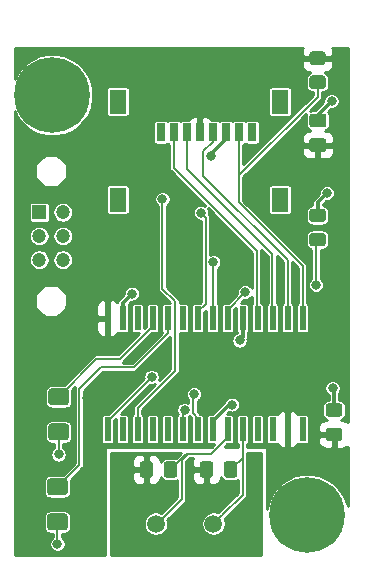
<source format=gtl>
G04 #@! TF.GenerationSoftware,KiCad,Pcbnew,5.1.10*
G04 #@! TF.CreationDate,2022-01-04T22:36:10-05:00*
G04 #@! TF.ProjectId,logger,6c6f6767-6572-42e6-9b69-6361645f7063,rev?*
G04 #@! TF.SameCoordinates,Original*
G04 #@! TF.FileFunction,Copper,L1,Top*
G04 #@! TF.FilePolarity,Positive*
%FSLAX46Y46*%
G04 Gerber Fmt 4.6, Leading zero omitted, Abs format (unit mm)*
G04 Created by KiCad (PCBNEW 5.1.10) date 2022-01-04 22:36:10*
%MOMM*%
%LPD*%
G01*
G04 APERTURE LIST*
G04 #@! TA.AperFunction,ComponentPad*
%ADD10C,1.200000*%
G04 #@! TD*
G04 #@! TA.AperFunction,ComponentPad*
%ADD11R,1.200000X1.200000*%
G04 #@! TD*
G04 #@! TA.AperFunction,ComponentPad*
%ADD12C,1.500000*%
G04 #@! TD*
G04 #@! TA.AperFunction,ComponentPad*
%ADD13C,6.400000*%
G04 #@! TD*
G04 #@! TA.AperFunction,SMDPad,CuDef*
%ADD14R,0.600000X2.000000*%
G04 #@! TD*
G04 #@! TA.AperFunction,SMDPad,CuDef*
%ADD15R,0.800000X1.500000*%
G04 #@! TD*
G04 #@! TA.AperFunction,SMDPad,CuDef*
%ADD16R,1.450000X2.000000*%
G04 #@! TD*
G04 #@! TA.AperFunction,ViaPad*
%ADD17C,0.800000*%
G04 #@! TD*
G04 #@! TA.AperFunction,Conductor*
%ADD18C,0.304800*%
G04 #@! TD*
G04 #@! TA.AperFunction,Conductor*
%ADD19C,0.203200*%
G04 #@! TD*
G04 #@! TA.AperFunction,Conductor*
%ADD20C,0.254000*%
G04 #@! TD*
G04 #@! TA.AperFunction,Conductor*
%ADD21C,0.100000*%
G04 #@! TD*
G04 APERTURE END LIST*
G04 #@! TA.AperFunction,SMDPad,CuDef*
G36*
G01*
X150741400Y-70894700D02*
X149791400Y-70894700D01*
G75*
G02*
X149541400Y-70644700I0J250000D01*
G01*
X149541400Y-69969700D01*
G75*
G02*
X149791400Y-69719700I250000J0D01*
G01*
X150741400Y-69719700D01*
G75*
G02*
X150991400Y-69969700I0J-250000D01*
G01*
X150991400Y-70644700D01*
G75*
G02*
X150741400Y-70894700I-250000J0D01*
G01*
G37*
G04 #@! TD.AperFunction*
G04 #@! TA.AperFunction,SMDPad,CuDef*
G36*
G01*
X150741400Y-72969700D02*
X149791400Y-72969700D01*
G75*
G02*
X149541400Y-72719700I0J250000D01*
G01*
X149541400Y-72044700D01*
G75*
G02*
X149791400Y-71794700I250000J0D01*
G01*
X150741400Y-71794700D01*
G75*
G02*
X150991400Y-72044700I0J-250000D01*
G01*
X150991400Y-72719700D01*
G75*
G02*
X150741400Y-72969700I-250000J0D01*
G01*
G37*
G04 #@! TD.AperFunction*
D10*
X128676400Y-78086200D03*
X128676400Y-80086200D03*
X128676400Y-82086200D03*
X126676400Y-82086200D03*
D11*
X126676400Y-78086200D03*
D10*
X126676400Y-80086200D03*
D12*
X141430400Y-104444800D03*
X136550400Y-104444800D03*
D13*
X127787400Y-68148200D03*
G04 #@! TA.AperFunction,SMDPad,CuDef*
G36*
G01*
X149790999Y-66490000D02*
X150691001Y-66490000D01*
G75*
G02*
X150941000Y-66739999I0J-249999D01*
G01*
X150941000Y-67390001D01*
G75*
G02*
X150691001Y-67640000I-249999J0D01*
G01*
X149790999Y-67640000D01*
G75*
G02*
X149541000Y-67390001I0J249999D01*
G01*
X149541000Y-66739999D01*
G75*
G02*
X149790999Y-66490000I249999J0D01*
G01*
G37*
G04 #@! TD.AperFunction*
G04 #@! TA.AperFunction,SMDPad,CuDef*
G36*
G01*
X149790999Y-64440000D02*
X150691001Y-64440000D01*
G75*
G02*
X150941000Y-64689999I0J-249999D01*
G01*
X150941000Y-65340001D01*
G75*
G02*
X150691001Y-65590000I-249999J0D01*
G01*
X149790999Y-65590000D01*
G75*
G02*
X149541000Y-65340001I0J249999D01*
G01*
X149541000Y-64689999D01*
G75*
G02*
X149790999Y-64440000I249999J0D01*
G01*
G37*
G04 #@! TD.AperFunction*
G04 #@! TA.AperFunction,SMDPad,CuDef*
G36*
G01*
X152088001Y-97450600D02*
X151187999Y-97450600D01*
G75*
G02*
X150938000Y-97200601I0J249999D01*
G01*
X150938000Y-96550599D01*
G75*
G02*
X151187999Y-96300600I249999J0D01*
G01*
X152088001Y-96300600D01*
G75*
G02*
X152338000Y-96550599I0J-249999D01*
G01*
X152338000Y-97200601D01*
G75*
G02*
X152088001Y-97450600I-249999J0D01*
G01*
G37*
G04 #@! TD.AperFunction*
G04 #@! TA.AperFunction,SMDPad,CuDef*
G36*
G01*
X152088001Y-95400600D02*
X151187999Y-95400600D01*
G75*
G02*
X150938000Y-95150601I0J249999D01*
G01*
X150938000Y-94500599D01*
G75*
G02*
X151187999Y-94250600I249999J0D01*
G01*
X152088001Y-94250600D01*
G75*
G02*
X152338000Y-94500599I0J-249999D01*
G01*
X152338000Y-95150601D01*
G75*
G02*
X152088001Y-95400600I-249999J0D01*
G01*
G37*
G04 #@! TD.AperFunction*
G04 #@! TA.AperFunction,SMDPad,CuDef*
G36*
G01*
X150691001Y-80966000D02*
X149790999Y-80966000D01*
G75*
G02*
X149541000Y-80716001I0J249999D01*
G01*
X149541000Y-80065999D01*
G75*
G02*
X149790999Y-79816000I249999J0D01*
G01*
X150691001Y-79816000D01*
G75*
G02*
X150941000Y-80065999I0J-249999D01*
G01*
X150941000Y-80716001D01*
G75*
G02*
X150691001Y-80966000I-249999J0D01*
G01*
G37*
G04 #@! TD.AperFunction*
G04 #@! TA.AperFunction,SMDPad,CuDef*
G36*
G01*
X150691001Y-78916000D02*
X149790999Y-78916000D01*
G75*
G02*
X149541000Y-78666001I0J249999D01*
G01*
X149541000Y-78015999D01*
G75*
G02*
X149790999Y-77766000I249999J0D01*
G01*
X150691001Y-77766000D01*
G75*
G02*
X150941000Y-78015999I0J-249999D01*
G01*
X150941000Y-78666001D01*
G75*
G02*
X150691001Y-78916000I-249999J0D01*
G01*
G37*
G04 #@! TD.AperFunction*
G04 #@! TA.AperFunction,SMDPad,CuDef*
G36*
G01*
X138370000Y-99397399D02*
X138370000Y-100297401D01*
G75*
G02*
X138120001Y-100547400I-249999J0D01*
G01*
X137469999Y-100547400D01*
G75*
G02*
X137220000Y-100297401I0J249999D01*
G01*
X137220000Y-99397399D01*
G75*
G02*
X137469999Y-99147400I249999J0D01*
G01*
X138120001Y-99147400D01*
G75*
G02*
X138370000Y-99397399I0J-249999D01*
G01*
G37*
G04 #@! TD.AperFunction*
G04 #@! TA.AperFunction,SMDPad,CuDef*
G36*
G01*
X136320000Y-99397399D02*
X136320000Y-100297401D01*
G75*
G02*
X136070001Y-100547400I-249999J0D01*
G01*
X135419999Y-100547400D01*
G75*
G02*
X135170000Y-100297401I0J249999D01*
G01*
X135170000Y-99397399D01*
G75*
G02*
X135419999Y-99147400I249999J0D01*
G01*
X136070001Y-99147400D01*
G75*
G02*
X136320000Y-99397399I0J-249999D01*
G01*
G37*
G04 #@! TD.AperFunction*
G04 #@! TA.AperFunction,SMDPad,CuDef*
G36*
G01*
X141409000Y-99397399D02*
X141409000Y-100297401D01*
G75*
G02*
X141159001Y-100547400I-249999J0D01*
G01*
X140508999Y-100547400D01*
G75*
G02*
X140259000Y-100297401I0J249999D01*
G01*
X140259000Y-99397399D01*
G75*
G02*
X140508999Y-99147400I249999J0D01*
G01*
X141159001Y-99147400D01*
G75*
G02*
X141409000Y-99397399I0J-249999D01*
G01*
G37*
G04 #@! TD.AperFunction*
G04 #@! TA.AperFunction,SMDPad,CuDef*
G36*
G01*
X143459000Y-99397399D02*
X143459000Y-100297401D01*
G75*
G02*
X143209001Y-100547400I-249999J0D01*
G01*
X142558999Y-100547400D01*
G75*
G02*
X142309000Y-100297401I0J249999D01*
G01*
X142309000Y-99397399D01*
G75*
G02*
X142558999Y-99147400I249999J0D01*
G01*
X143209001Y-99147400D01*
G75*
G02*
X143459000Y-99397399I0J-249999D01*
G01*
G37*
G04 #@! TD.AperFunction*
G04 #@! TA.AperFunction,SMDPad,CuDef*
G36*
G01*
X127594200Y-103579900D02*
X128844200Y-103579900D01*
G75*
G02*
X129094200Y-103829900I0J-250000D01*
G01*
X129094200Y-104754900D01*
G75*
G02*
X128844200Y-105004900I-250000J0D01*
G01*
X127594200Y-105004900D01*
G75*
G02*
X127344200Y-104754900I0J250000D01*
G01*
X127344200Y-103829900D01*
G75*
G02*
X127594200Y-103579900I250000J0D01*
G01*
G37*
G04 #@! TD.AperFunction*
G04 #@! TA.AperFunction,SMDPad,CuDef*
G36*
G01*
X127594200Y-100604900D02*
X128844200Y-100604900D01*
G75*
G02*
X129094200Y-100854900I0J-250000D01*
G01*
X129094200Y-101779900D01*
G75*
G02*
X128844200Y-102029900I-250000J0D01*
G01*
X127594200Y-102029900D01*
G75*
G02*
X127344200Y-101779900I0J250000D01*
G01*
X127344200Y-100854900D01*
G75*
G02*
X127594200Y-100604900I250000J0D01*
G01*
G37*
G04 #@! TD.AperFunction*
G04 #@! TA.AperFunction,SMDPad,CuDef*
G36*
G01*
X127695800Y-92984900D02*
X128945800Y-92984900D01*
G75*
G02*
X129195800Y-93234900I0J-250000D01*
G01*
X129195800Y-94159900D01*
G75*
G02*
X128945800Y-94409900I-250000J0D01*
G01*
X127695800Y-94409900D01*
G75*
G02*
X127445800Y-94159900I0J250000D01*
G01*
X127445800Y-93234900D01*
G75*
G02*
X127695800Y-92984900I250000J0D01*
G01*
G37*
G04 #@! TD.AperFunction*
G04 #@! TA.AperFunction,SMDPad,CuDef*
G36*
G01*
X127695800Y-95959900D02*
X128945800Y-95959900D01*
G75*
G02*
X129195800Y-96209900I0J-250000D01*
G01*
X129195800Y-97134900D01*
G75*
G02*
X128945800Y-97384900I-250000J0D01*
G01*
X127695800Y-97384900D01*
G75*
G02*
X127445800Y-97134900I0J250000D01*
G01*
X127445800Y-96209900D01*
G75*
G02*
X127695800Y-95959900I250000J0D01*
G01*
G37*
G04 #@! TD.AperFunction*
D14*
X132461000Y-96444800D03*
X133731000Y-96444800D03*
X135001000Y-96444800D03*
X136271000Y-96444800D03*
X137541000Y-96444800D03*
X138811000Y-96444800D03*
X140081000Y-96444800D03*
X141351000Y-96444800D03*
X142621000Y-96444800D03*
X143891000Y-96444800D03*
X145161000Y-96444800D03*
X146431000Y-96444800D03*
X147701000Y-96444800D03*
X148971000Y-96444800D03*
X148971000Y-87044800D03*
X147701000Y-87044800D03*
X146431000Y-87044800D03*
X145161000Y-87044800D03*
X143891000Y-87044800D03*
X142621000Y-87044800D03*
X141351000Y-87044800D03*
X140081000Y-87044800D03*
X138811000Y-87044800D03*
X137541000Y-87044800D03*
X136271000Y-87044800D03*
X135001000Y-87044800D03*
X133731000Y-87044800D03*
X132461000Y-87044800D03*
D15*
X136986000Y-71307000D03*
X138086000Y-71307000D03*
X139196000Y-71307000D03*
X140286000Y-71307000D03*
X141386000Y-71317000D03*
X142486000Y-71307000D03*
X143586000Y-71307000D03*
X144686000Y-71307000D03*
D16*
X147066000Y-77007000D03*
X133316000Y-77007000D03*
X133316000Y-68707000D03*
X147066000Y-68707000D03*
D13*
X149377400Y-103708200D03*
D17*
X133096000Y-98806000D03*
X133096000Y-99949000D03*
X133096000Y-101092000D03*
X133096000Y-102235000D03*
X133096000Y-103505000D03*
X133096000Y-104648000D03*
X133096000Y-105791000D03*
X133858000Y-106553000D03*
X136144000Y-106553000D03*
X137414000Y-106553000D03*
X138557000Y-106553000D03*
X139700000Y-106553000D03*
X140843000Y-106553000D03*
X141986000Y-106553000D03*
X143256000Y-106553000D03*
X144399000Y-106553000D03*
X144780000Y-105283000D03*
X144780000Y-104013000D03*
X144780000Y-102743000D03*
X144780000Y-101473000D03*
X144780000Y-100330000D03*
X144780000Y-99187000D03*
X135001000Y-106553000D03*
X143002000Y-94361000D03*
X151511000Y-92964000D03*
X143637000Y-88925400D03*
X134518400Y-84963000D03*
X151434800Y-68656200D03*
X151053800Y-76428600D03*
X141224000Y-73304400D03*
X134518400Y-92125800D03*
X133680200Y-89179400D03*
X130251200Y-101066600D03*
X132994400Y-84531200D03*
X148513800Y-71221600D03*
X138506200Y-65201800D03*
X141859000Y-64744600D03*
X146888200Y-65125600D03*
X139039600Y-89662000D03*
X131241800Y-82219800D03*
X130728010Y-93798498D03*
X144119600Y-84836000D03*
X150114000Y-84226400D03*
X128219200Y-106172000D03*
X128320800Y-98577400D03*
X139801600Y-93472000D03*
X136194800Y-91998800D03*
X138988800Y-94792800D03*
X137109200Y-76962000D03*
X140360400Y-78105000D03*
X141421410Y-82296000D03*
D18*
X142734800Y-94361000D02*
X143002000Y-94361000D01*
X141351000Y-95744800D02*
X142734800Y-94361000D01*
X141351000Y-96444800D02*
X141351000Y-95744800D01*
X151638000Y-93091000D02*
X151511000Y-92964000D01*
X151638000Y-94825600D02*
X151638000Y-93091000D01*
X143891000Y-88671400D02*
X143637000Y-88925400D01*
X143891000Y-87044800D02*
X143891000Y-88671400D01*
X133731000Y-85750400D02*
X134518400Y-84963000D01*
X133731000Y-87044800D02*
X133731000Y-85750400D01*
X150241000Y-69850000D02*
X151434800Y-68656200D01*
X150241000Y-70231000D02*
X150241000Y-69850000D01*
X150241000Y-77241400D02*
X151053800Y-76428600D01*
X150241000Y-78341000D02*
X150241000Y-77241400D01*
X142486000Y-71890000D02*
X141224000Y-73152000D01*
X141224000Y-73152000D02*
X141224000Y-73304400D01*
X142486000Y-71307000D02*
X142486000Y-71890000D01*
X132461000Y-85064600D02*
X132994400Y-84531200D01*
X132461000Y-87044800D02*
X132461000Y-85064600D01*
D19*
X144119600Y-84846200D02*
X144119600Y-84836000D01*
X142621000Y-86344800D02*
X144119600Y-84846200D01*
X142621000Y-87044800D02*
X142621000Y-86344800D01*
X150114000Y-80518000D02*
X150241000Y-80391000D01*
X150114000Y-84226400D02*
X150114000Y-80518000D01*
X141264600Y-98501200D02*
X142621000Y-97144800D01*
X142621000Y-97144800D02*
X142621000Y-96444800D01*
X137795000Y-99847400D02*
X139141200Y-98501200D01*
X139242800Y-98501200D02*
X141264600Y-98501200D01*
X139141200Y-98501200D02*
X139242800Y-98501200D01*
X138734800Y-99009200D02*
X139242800Y-98501200D01*
X136652000Y-104444800D02*
X138734800Y-102362000D01*
X138734800Y-102362000D02*
X138734800Y-99009200D01*
X136550400Y-104444800D02*
X136652000Y-104444800D01*
X143891000Y-98840400D02*
X142884000Y-99847400D01*
X142180399Y-103694801D02*
X142180399Y-103691601D01*
X141430400Y-104444800D02*
X142180399Y-103694801D01*
X143891000Y-101981000D02*
X143891000Y-98552000D01*
X142180399Y-103691601D02*
X143891000Y-101981000D01*
X143891000Y-98552000D02*
X143891000Y-98840400D01*
X143891000Y-96444800D02*
X143891000Y-98552000D01*
X128219200Y-104292400D02*
X128219200Y-106172000D01*
X137541000Y-87744800D02*
X137541000Y-87044800D01*
X128219200Y-101317400D02*
X130073400Y-99463200D01*
X130073400Y-99463200D02*
X130073400Y-93014800D01*
X130073400Y-93014800D02*
X131902200Y-91186000D01*
X131902200Y-91186000D02*
X134670800Y-91186000D01*
X137541000Y-88315800D02*
X137541000Y-87044800D01*
X134670800Y-91186000D02*
X137541000Y-88315800D01*
X128320800Y-93697400D02*
X129092147Y-92926053D01*
X133515600Y-90500200D02*
X136271000Y-87744800D01*
X128320800Y-93697400D02*
X131518000Y-90500200D01*
X136271000Y-87744800D02*
X136271000Y-87044800D01*
X131518000Y-90500200D02*
X133515600Y-90500200D01*
X128320800Y-98577400D02*
X128320800Y-96672400D01*
X139700000Y-93573600D02*
X139801600Y-93472000D01*
X139700000Y-95097600D02*
X139700000Y-93573600D01*
X140157200Y-95554800D02*
X139700000Y-95097600D01*
X132461000Y-95744800D02*
X136194800Y-92011000D01*
X136194800Y-92011000D02*
X136194800Y-91998800D01*
X132461000Y-96444800D02*
X132461000Y-95744800D01*
X138811000Y-94970600D02*
X138988800Y-94792800D01*
X138811000Y-96444800D02*
X138811000Y-94970600D01*
X138169599Y-85591599D02*
X137109200Y-84531200D01*
X137109200Y-84531200D02*
X137109200Y-76962000D01*
X138169599Y-91497201D02*
X138169599Y-85591599D01*
X135001000Y-94665800D02*
X138169599Y-91497201D01*
X135001000Y-96444800D02*
X135001000Y-94665800D01*
X140360400Y-78130400D02*
X140360400Y-78105000D01*
X140766800Y-78536800D02*
X140360400Y-78130400D01*
X140766800Y-85852000D02*
X140766800Y-78536800D01*
X140157200Y-86461600D02*
X140766800Y-85852000D01*
X141274800Y-86766400D02*
X141421410Y-86619790D01*
X141421410Y-86619790D02*
X141421410Y-82861685D01*
X141421410Y-82861685D02*
X141421410Y-82296000D01*
X138086000Y-72260200D02*
X138086000Y-71307000D01*
X138086000Y-74332000D02*
X138086000Y-72260200D01*
X145084800Y-81330800D02*
X138086000Y-74332000D01*
X145084800Y-86360000D02*
X145084800Y-81330800D01*
X145237200Y-86512400D02*
X145084800Y-86360000D01*
X139196000Y-72260200D02*
X139196000Y-71307000D01*
X139196000Y-74426000D02*
X139196000Y-72260200D01*
X146405600Y-81635600D02*
X139196000Y-74426000D01*
X146405600Y-86563200D02*
X146405600Y-81635600D01*
X141386000Y-72097388D02*
X141386000Y-71317000D01*
X140569398Y-72913990D02*
X141386000Y-72097388D01*
X140569398Y-74986598D02*
X140569398Y-72913990D01*
X147726400Y-86461600D02*
X147726400Y-82143600D01*
X147726400Y-82143600D02*
X140569398Y-74986598D01*
X143586000Y-72260200D02*
X143586000Y-71307000D01*
X148996400Y-82651600D02*
X143586000Y-77241200D01*
X148996400Y-86410800D02*
X148996400Y-82651600D01*
X148894800Y-86512400D02*
X148996400Y-86410800D01*
X143586000Y-77241200D02*
X143586000Y-74930000D01*
X143586000Y-74930000D02*
X143586000Y-72260200D01*
X150241000Y-68275200D02*
X150241000Y-67065000D01*
X143586200Y-74930000D02*
X150241000Y-68275200D01*
X143586000Y-74930000D02*
X143586200Y-74930000D01*
D20*
X138223620Y-98869218D02*
X138120001Y-98859012D01*
X137469999Y-98859012D01*
X137364965Y-98869357D01*
X137263967Y-98899994D01*
X137170887Y-98949747D01*
X137089302Y-99016702D01*
X137022347Y-99098287D01*
X136972594Y-99191367D01*
X136957374Y-99241542D01*
X136958072Y-99147400D01*
X136945812Y-99022918D01*
X136909502Y-98903220D01*
X136850537Y-98792906D01*
X136771185Y-98696215D01*
X136674494Y-98616863D01*
X136564180Y-98557898D01*
X136444482Y-98521588D01*
X136320000Y-98509328D01*
X136030750Y-98512400D01*
X135872000Y-98671150D01*
X135872000Y-99720400D01*
X135892000Y-99720400D01*
X135892000Y-99974400D01*
X135872000Y-99974400D01*
X135872000Y-101023650D01*
X136030750Y-101182400D01*
X136320000Y-101185472D01*
X136444482Y-101173212D01*
X136564180Y-101136902D01*
X136674494Y-101077937D01*
X136771185Y-100998585D01*
X136850537Y-100901894D01*
X136909502Y-100791580D01*
X136945812Y-100671882D01*
X136958072Y-100547400D01*
X136957374Y-100453258D01*
X136972594Y-100503433D01*
X137022347Y-100596513D01*
X137089302Y-100678098D01*
X137170887Y-100745053D01*
X137263967Y-100794806D01*
X137364965Y-100825443D01*
X137469999Y-100835788D01*
X138120001Y-100835788D01*
X138225035Y-100825443D01*
X138326033Y-100794806D01*
X138346200Y-100784026D01*
X138346200Y-102201037D01*
X137027329Y-103519909D01*
X136852882Y-103447651D01*
X136652536Y-103407800D01*
X136448264Y-103407800D01*
X136247918Y-103447651D01*
X136059196Y-103525822D01*
X135889351Y-103639309D01*
X135744909Y-103783751D01*
X135631422Y-103953596D01*
X135553251Y-104142318D01*
X135513400Y-104342664D01*
X135513400Y-104546936D01*
X135553251Y-104747282D01*
X135631422Y-104936004D01*
X135744909Y-105105849D01*
X135889351Y-105250291D01*
X136059196Y-105363778D01*
X136247918Y-105441949D01*
X136448264Y-105481800D01*
X136652536Y-105481800D01*
X136852882Y-105441949D01*
X137041604Y-105363778D01*
X137211449Y-105250291D01*
X137355891Y-105105849D01*
X137469378Y-104936004D01*
X137547549Y-104747282D01*
X137587400Y-104546936D01*
X137587400Y-104342664D01*
X137547549Y-104142318D01*
X137534807Y-104111556D01*
X138996084Y-102650279D01*
X139010911Y-102638111D01*
X139059472Y-102578939D01*
X139095556Y-102511430D01*
X139117777Y-102438179D01*
X139123400Y-102381088D01*
X139123400Y-102381078D01*
X139125279Y-102362001D01*
X139123400Y-102342923D01*
X139123400Y-100547400D01*
X139620928Y-100547400D01*
X139633188Y-100671882D01*
X139669498Y-100791580D01*
X139728463Y-100901894D01*
X139807815Y-100998585D01*
X139904506Y-101077937D01*
X140014820Y-101136902D01*
X140134518Y-101173212D01*
X140259000Y-101185472D01*
X140548250Y-101182400D01*
X140707000Y-101023650D01*
X140707000Y-99974400D01*
X139782750Y-99974400D01*
X139624000Y-100133150D01*
X139620928Y-100547400D01*
X139123400Y-100547400D01*
X139123400Y-99170162D01*
X139403763Y-98889800D01*
X139676671Y-98889800D01*
X139669498Y-98903220D01*
X139633188Y-99022918D01*
X139620928Y-99147400D01*
X139624000Y-99561650D01*
X139782750Y-99720400D01*
X140707000Y-99720400D01*
X140707000Y-99700400D01*
X140961000Y-99700400D01*
X140961000Y-99720400D01*
X140981000Y-99720400D01*
X140981000Y-99974400D01*
X140961000Y-99974400D01*
X140961000Y-101023650D01*
X141119750Y-101182400D01*
X141409000Y-101185472D01*
X141533482Y-101173212D01*
X141653180Y-101136902D01*
X141763494Y-101077937D01*
X141860185Y-100998585D01*
X141939537Y-100901894D01*
X141998502Y-100791580D01*
X142034812Y-100671882D01*
X142047072Y-100547400D01*
X142046374Y-100453258D01*
X142061594Y-100503433D01*
X142111347Y-100596513D01*
X142178302Y-100678098D01*
X142259887Y-100745053D01*
X142352967Y-100794806D01*
X142453965Y-100825443D01*
X142558999Y-100835788D01*
X143209001Y-100835788D01*
X143314035Y-100825443D01*
X143415033Y-100794806D01*
X143502400Y-100748107D01*
X143502400Y-101820037D01*
X141919120Y-103403318D01*
X141904288Y-103415490D01*
X141877479Y-103448158D01*
X141835486Y-103490151D01*
X141732882Y-103447651D01*
X141532536Y-103407800D01*
X141328264Y-103407800D01*
X141127918Y-103447651D01*
X140939196Y-103525822D01*
X140769351Y-103639309D01*
X140624909Y-103783751D01*
X140511422Y-103953596D01*
X140433251Y-104142318D01*
X140393400Y-104342664D01*
X140393400Y-104546936D01*
X140433251Y-104747282D01*
X140511422Y-104936004D01*
X140624909Y-105105849D01*
X140769351Y-105250291D01*
X140939196Y-105363778D01*
X141127918Y-105441949D01*
X141328264Y-105481800D01*
X141532536Y-105481800D01*
X141732882Y-105441949D01*
X141921604Y-105363778D01*
X142091449Y-105250291D01*
X142235891Y-105105849D01*
X142349378Y-104936004D01*
X142427549Y-104747282D01*
X142467400Y-104546936D01*
X142467400Y-104342664D01*
X142427549Y-104142318D01*
X142385049Y-104039714D01*
X142441688Y-103983075D01*
X142456510Y-103970912D01*
X142468674Y-103956090D01*
X142468678Y-103956086D01*
X142483330Y-103938232D01*
X144152284Y-102269279D01*
X144167111Y-102257111D01*
X144203665Y-102212570D01*
X144215672Y-102197940D01*
X144251755Y-102130431D01*
X144251756Y-102130430D01*
X144273977Y-102057179D01*
X144279600Y-102000088D01*
X144279600Y-102000078D01*
X144281479Y-101981001D01*
X144279600Y-101961923D01*
X144279600Y-98859478D01*
X144281479Y-98840401D01*
X144279600Y-98821323D01*
X144279600Y-98425000D01*
X145415000Y-98425000D01*
X145415000Y-107061000D01*
X132715000Y-107061000D01*
X132715000Y-100547400D01*
X134531928Y-100547400D01*
X134544188Y-100671882D01*
X134580498Y-100791580D01*
X134639463Y-100901894D01*
X134718815Y-100998585D01*
X134815506Y-101077937D01*
X134925820Y-101136902D01*
X135045518Y-101173212D01*
X135170000Y-101185472D01*
X135459250Y-101182400D01*
X135618000Y-101023650D01*
X135618000Y-99974400D01*
X134693750Y-99974400D01*
X134535000Y-100133150D01*
X134531928Y-100547400D01*
X132715000Y-100547400D01*
X132715000Y-99147400D01*
X134531928Y-99147400D01*
X134535000Y-99561650D01*
X134693750Y-99720400D01*
X135618000Y-99720400D01*
X135618000Y-98671150D01*
X135459250Y-98512400D01*
X135170000Y-98509328D01*
X135045518Y-98521588D01*
X134925820Y-98557898D01*
X134815506Y-98616863D01*
X134718815Y-98696215D01*
X134639463Y-98792906D01*
X134580498Y-98903220D01*
X134544188Y-99022918D01*
X134531928Y-99147400D01*
X132715000Y-99147400D01*
X132715000Y-98425000D01*
X138667837Y-98425000D01*
X138223620Y-98869218D01*
G04 #@! TA.AperFunction,Conductor*
D21*
G36*
X138223620Y-98869218D02*
G01*
X138120001Y-98859012D01*
X137469999Y-98859012D01*
X137364965Y-98869357D01*
X137263967Y-98899994D01*
X137170887Y-98949747D01*
X137089302Y-99016702D01*
X137022347Y-99098287D01*
X136972594Y-99191367D01*
X136957374Y-99241542D01*
X136958072Y-99147400D01*
X136945812Y-99022918D01*
X136909502Y-98903220D01*
X136850537Y-98792906D01*
X136771185Y-98696215D01*
X136674494Y-98616863D01*
X136564180Y-98557898D01*
X136444482Y-98521588D01*
X136320000Y-98509328D01*
X136030750Y-98512400D01*
X135872000Y-98671150D01*
X135872000Y-99720400D01*
X135892000Y-99720400D01*
X135892000Y-99974400D01*
X135872000Y-99974400D01*
X135872000Y-101023650D01*
X136030750Y-101182400D01*
X136320000Y-101185472D01*
X136444482Y-101173212D01*
X136564180Y-101136902D01*
X136674494Y-101077937D01*
X136771185Y-100998585D01*
X136850537Y-100901894D01*
X136909502Y-100791580D01*
X136945812Y-100671882D01*
X136958072Y-100547400D01*
X136957374Y-100453258D01*
X136972594Y-100503433D01*
X137022347Y-100596513D01*
X137089302Y-100678098D01*
X137170887Y-100745053D01*
X137263967Y-100794806D01*
X137364965Y-100825443D01*
X137469999Y-100835788D01*
X138120001Y-100835788D01*
X138225035Y-100825443D01*
X138326033Y-100794806D01*
X138346200Y-100784026D01*
X138346200Y-102201037D01*
X137027329Y-103519909D01*
X136852882Y-103447651D01*
X136652536Y-103407800D01*
X136448264Y-103407800D01*
X136247918Y-103447651D01*
X136059196Y-103525822D01*
X135889351Y-103639309D01*
X135744909Y-103783751D01*
X135631422Y-103953596D01*
X135553251Y-104142318D01*
X135513400Y-104342664D01*
X135513400Y-104546936D01*
X135553251Y-104747282D01*
X135631422Y-104936004D01*
X135744909Y-105105849D01*
X135889351Y-105250291D01*
X136059196Y-105363778D01*
X136247918Y-105441949D01*
X136448264Y-105481800D01*
X136652536Y-105481800D01*
X136852882Y-105441949D01*
X137041604Y-105363778D01*
X137211449Y-105250291D01*
X137355891Y-105105849D01*
X137469378Y-104936004D01*
X137547549Y-104747282D01*
X137587400Y-104546936D01*
X137587400Y-104342664D01*
X137547549Y-104142318D01*
X137534807Y-104111556D01*
X138996084Y-102650279D01*
X139010911Y-102638111D01*
X139059472Y-102578939D01*
X139095556Y-102511430D01*
X139117777Y-102438179D01*
X139123400Y-102381088D01*
X139123400Y-102381078D01*
X139125279Y-102362001D01*
X139123400Y-102342923D01*
X139123400Y-100547400D01*
X139620928Y-100547400D01*
X139633188Y-100671882D01*
X139669498Y-100791580D01*
X139728463Y-100901894D01*
X139807815Y-100998585D01*
X139904506Y-101077937D01*
X140014820Y-101136902D01*
X140134518Y-101173212D01*
X140259000Y-101185472D01*
X140548250Y-101182400D01*
X140707000Y-101023650D01*
X140707000Y-99974400D01*
X139782750Y-99974400D01*
X139624000Y-100133150D01*
X139620928Y-100547400D01*
X139123400Y-100547400D01*
X139123400Y-99170162D01*
X139403763Y-98889800D01*
X139676671Y-98889800D01*
X139669498Y-98903220D01*
X139633188Y-99022918D01*
X139620928Y-99147400D01*
X139624000Y-99561650D01*
X139782750Y-99720400D01*
X140707000Y-99720400D01*
X140707000Y-99700400D01*
X140961000Y-99700400D01*
X140961000Y-99720400D01*
X140981000Y-99720400D01*
X140981000Y-99974400D01*
X140961000Y-99974400D01*
X140961000Y-101023650D01*
X141119750Y-101182400D01*
X141409000Y-101185472D01*
X141533482Y-101173212D01*
X141653180Y-101136902D01*
X141763494Y-101077937D01*
X141860185Y-100998585D01*
X141939537Y-100901894D01*
X141998502Y-100791580D01*
X142034812Y-100671882D01*
X142047072Y-100547400D01*
X142046374Y-100453258D01*
X142061594Y-100503433D01*
X142111347Y-100596513D01*
X142178302Y-100678098D01*
X142259887Y-100745053D01*
X142352967Y-100794806D01*
X142453965Y-100825443D01*
X142558999Y-100835788D01*
X143209001Y-100835788D01*
X143314035Y-100825443D01*
X143415033Y-100794806D01*
X143502400Y-100748107D01*
X143502400Y-101820037D01*
X141919120Y-103403318D01*
X141904288Y-103415490D01*
X141877479Y-103448158D01*
X141835486Y-103490151D01*
X141732882Y-103447651D01*
X141532536Y-103407800D01*
X141328264Y-103407800D01*
X141127918Y-103447651D01*
X140939196Y-103525822D01*
X140769351Y-103639309D01*
X140624909Y-103783751D01*
X140511422Y-103953596D01*
X140433251Y-104142318D01*
X140393400Y-104342664D01*
X140393400Y-104546936D01*
X140433251Y-104747282D01*
X140511422Y-104936004D01*
X140624909Y-105105849D01*
X140769351Y-105250291D01*
X140939196Y-105363778D01*
X141127918Y-105441949D01*
X141328264Y-105481800D01*
X141532536Y-105481800D01*
X141732882Y-105441949D01*
X141921604Y-105363778D01*
X142091449Y-105250291D01*
X142235891Y-105105849D01*
X142349378Y-104936004D01*
X142427549Y-104747282D01*
X142467400Y-104546936D01*
X142467400Y-104342664D01*
X142427549Y-104142318D01*
X142385049Y-104039714D01*
X142441688Y-103983075D01*
X142456510Y-103970912D01*
X142468674Y-103956090D01*
X142468678Y-103956086D01*
X142483330Y-103938232D01*
X144152284Y-102269279D01*
X144167111Y-102257111D01*
X144203665Y-102212570D01*
X144215672Y-102197940D01*
X144251755Y-102130431D01*
X144251756Y-102130430D01*
X144273977Y-102057179D01*
X144279600Y-102000088D01*
X144279600Y-102000078D01*
X144281479Y-101981001D01*
X144279600Y-101961923D01*
X144279600Y-98859478D01*
X144281479Y-98840401D01*
X144279600Y-98821323D01*
X144279600Y-98425000D01*
X145415000Y-98425000D01*
X145415000Y-107061000D01*
X132715000Y-107061000D01*
X132715000Y-100547400D01*
X134531928Y-100547400D01*
X134544188Y-100671882D01*
X134580498Y-100791580D01*
X134639463Y-100901894D01*
X134718815Y-100998585D01*
X134815506Y-101077937D01*
X134925820Y-101136902D01*
X135045518Y-101173212D01*
X135170000Y-101185472D01*
X135459250Y-101182400D01*
X135618000Y-101023650D01*
X135618000Y-99974400D01*
X134693750Y-99974400D01*
X134535000Y-100133150D01*
X134531928Y-100547400D01*
X132715000Y-100547400D01*
X132715000Y-99147400D01*
X134531928Y-99147400D01*
X134535000Y-99561650D01*
X134693750Y-99720400D01*
X135618000Y-99720400D01*
X135618000Y-98671150D01*
X135459250Y-98512400D01*
X135170000Y-98509328D01*
X135045518Y-98521588D01*
X134925820Y-98557898D01*
X134815506Y-98616863D01*
X134718815Y-98696215D01*
X134639463Y-98792906D01*
X134580498Y-98903220D01*
X134544188Y-99022918D01*
X134531928Y-99147400D01*
X132715000Y-99147400D01*
X132715000Y-98425000D01*
X138667837Y-98425000D01*
X138223620Y-98869218D01*
G37*
G04 #@! TD.AperFunction*
D20*
X148951498Y-64195820D02*
X148915188Y-64315518D01*
X148902928Y-64440000D01*
X148906000Y-64729250D01*
X149064750Y-64888000D01*
X150114000Y-64888000D01*
X150114000Y-64868000D01*
X150368000Y-64868000D01*
X150368000Y-64888000D01*
X151417250Y-64888000D01*
X151576000Y-64729250D01*
X151579072Y-64440000D01*
X151566812Y-64315518D01*
X151530502Y-64195820D01*
X151497993Y-64135000D01*
X152781000Y-64135000D01*
X152781000Y-95842698D01*
X152692494Y-95770063D01*
X152582180Y-95711098D01*
X152462482Y-95674788D01*
X152338000Y-95662528D01*
X152243858Y-95663226D01*
X152294033Y-95648006D01*
X152387113Y-95598253D01*
X152468698Y-95531298D01*
X152535653Y-95449713D01*
X152585406Y-95356633D01*
X152616043Y-95255635D01*
X152626388Y-95150601D01*
X152626388Y-94500599D01*
X152616043Y-94395565D01*
X152585406Y-94294567D01*
X152535653Y-94201487D01*
X152468698Y-94119902D01*
X152387113Y-94052947D01*
X152294033Y-94003194D01*
X152193035Y-93972557D01*
X152088001Y-93962212D01*
X152077400Y-93962212D01*
X152077400Y-93352889D01*
X152119811Y-93289416D01*
X152171599Y-93164390D01*
X152198000Y-93031664D01*
X152198000Y-92896336D01*
X152171599Y-92763610D01*
X152119811Y-92638584D01*
X152044628Y-92526063D01*
X151948937Y-92430372D01*
X151836416Y-92355189D01*
X151711390Y-92303401D01*
X151578664Y-92277000D01*
X151443336Y-92277000D01*
X151310610Y-92303401D01*
X151185584Y-92355189D01*
X151073063Y-92430372D01*
X150977372Y-92526063D01*
X150902189Y-92638584D01*
X150850401Y-92763610D01*
X150824000Y-92896336D01*
X150824000Y-93031664D01*
X150850401Y-93164390D01*
X150902189Y-93289416D01*
X150977372Y-93401937D01*
X151073063Y-93497628D01*
X151185584Y-93572811D01*
X151198601Y-93578203D01*
X151198600Y-93962212D01*
X151187999Y-93962212D01*
X151082965Y-93972557D01*
X150981967Y-94003194D01*
X150888887Y-94052947D01*
X150807302Y-94119902D01*
X150740347Y-94201487D01*
X150690594Y-94294567D01*
X150659957Y-94395565D01*
X150649612Y-94500599D01*
X150649612Y-95150601D01*
X150659957Y-95255635D01*
X150690594Y-95356633D01*
X150740347Y-95449713D01*
X150807302Y-95531298D01*
X150888887Y-95598253D01*
X150981967Y-95648006D01*
X151032142Y-95663226D01*
X150938000Y-95662528D01*
X150813518Y-95674788D01*
X150693820Y-95711098D01*
X150583506Y-95770063D01*
X150486815Y-95849415D01*
X150407463Y-95946106D01*
X150348498Y-96056420D01*
X150312188Y-96176118D01*
X150299928Y-96300600D01*
X150303000Y-96589850D01*
X150461750Y-96748600D01*
X151511000Y-96748600D01*
X151511000Y-96728600D01*
X151765000Y-96728600D01*
X151765000Y-96748600D01*
X151785000Y-96748600D01*
X151785000Y-97002600D01*
X151765000Y-97002600D01*
X151765000Y-97926850D01*
X151923750Y-98085600D01*
X152338000Y-98088672D01*
X152462482Y-98076412D01*
X152582180Y-98040102D01*
X152692494Y-97981137D01*
X152781000Y-97908502D01*
X152781000Y-102945482D01*
X152730396Y-102691080D01*
X152467539Y-102056486D01*
X152085930Y-101485367D01*
X151600233Y-100999670D01*
X151029114Y-100618061D01*
X150394520Y-100355204D01*
X149720840Y-100221200D01*
X149033960Y-100221200D01*
X148360280Y-100355204D01*
X147725686Y-100618061D01*
X147154567Y-100999670D01*
X146668870Y-101485367D01*
X146287261Y-102056486D01*
X146024404Y-102691080D01*
X145923000Y-103200870D01*
X145923000Y-98044000D01*
X145920560Y-98019224D01*
X145913333Y-97995399D01*
X145901597Y-97973443D01*
X145885803Y-97954197D01*
X145866557Y-97938403D01*
X145844601Y-97926667D01*
X145820776Y-97919440D01*
X145796000Y-97917000D01*
X144279600Y-97917000D01*
X144279600Y-97717837D01*
X144301361Y-97711236D01*
X144351220Y-97684586D01*
X144394921Y-97648721D01*
X144430786Y-97605020D01*
X144457436Y-97555161D01*
X144473847Y-97501062D01*
X144479388Y-97444800D01*
X144479388Y-95444800D01*
X144572612Y-95444800D01*
X144572612Y-97444800D01*
X144578153Y-97501062D01*
X144594564Y-97555161D01*
X144621214Y-97605020D01*
X144657079Y-97648721D01*
X144700780Y-97684586D01*
X144750639Y-97711236D01*
X144804738Y-97727647D01*
X144861000Y-97733188D01*
X145461000Y-97733188D01*
X145517262Y-97727647D01*
X145571361Y-97711236D01*
X145621220Y-97684586D01*
X145664921Y-97648721D01*
X145700786Y-97605020D01*
X145727436Y-97555161D01*
X145743847Y-97501062D01*
X145749388Y-97444800D01*
X145749388Y-95444800D01*
X145842612Y-95444800D01*
X145842612Y-97444800D01*
X145848153Y-97501062D01*
X145864564Y-97555161D01*
X145891214Y-97605020D01*
X145927079Y-97648721D01*
X145970780Y-97684586D01*
X146020639Y-97711236D01*
X146074738Y-97727647D01*
X146131000Y-97733188D01*
X146731000Y-97733188D01*
X146787262Y-97727647D01*
X146825901Y-97715926D01*
X146870463Y-97799294D01*
X146949815Y-97895985D01*
X147046506Y-97975337D01*
X147156820Y-98034302D01*
X147276518Y-98070612D01*
X147401000Y-98082872D01*
X147415250Y-98079800D01*
X147574000Y-97921050D01*
X147574000Y-96571800D01*
X147554000Y-96571800D01*
X147554000Y-96317800D01*
X147574000Y-96317800D01*
X147574000Y-94968550D01*
X147828000Y-94968550D01*
X147828000Y-96317800D01*
X147848000Y-96317800D01*
X147848000Y-96571800D01*
X147828000Y-96571800D01*
X147828000Y-97921050D01*
X147986750Y-98079800D01*
X148001000Y-98082872D01*
X148125482Y-98070612D01*
X148245180Y-98034302D01*
X148355494Y-97975337D01*
X148452185Y-97895985D01*
X148531537Y-97799294D01*
X148576099Y-97715926D01*
X148614738Y-97727647D01*
X148671000Y-97733188D01*
X149271000Y-97733188D01*
X149327262Y-97727647D01*
X149381361Y-97711236D01*
X149431220Y-97684586D01*
X149474921Y-97648721D01*
X149510786Y-97605020D01*
X149537436Y-97555161D01*
X149553847Y-97501062D01*
X149558816Y-97450600D01*
X150299928Y-97450600D01*
X150312188Y-97575082D01*
X150348498Y-97694780D01*
X150407463Y-97805094D01*
X150486815Y-97901785D01*
X150583506Y-97981137D01*
X150693820Y-98040102D01*
X150813518Y-98076412D01*
X150938000Y-98088672D01*
X151352250Y-98085600D01*
X151511000Y-97926850D01*
X151511000Y-97002600D01*
X150461750Y-97002600D01*
X150303000Y-97161350D01*
X150299928Y-97450600D01*
X149558816Y-97450600D01*
X149559388Y-97444800D01*
X149559388Y-95444800D01*
X149553847Y-95388538D01*
X149537436Y-95334439D01*
X149510786Y-95284580D01*
X149474921Y-95240879D01*
X149431220Y-95205014D01*
X149381361Y-95178364D01*
X149327262Y-95161953D01*
X149271000Y-95156412D01*
X148671000Y-95156412D01*
X148614738Y-95161953D01*
X148576099Y-95173674D01*
X148531537Y-95090306D01*
X148452185Y-94993615D01*
X148355494Y-94914263D01*
X148245180Y-94855298D01*
X148125482Y-94818988D01*
X148001000Y-94806728D01*
X147986750Y-94809800D01*
X147828000Y-94968550D01*
X147574000Y-94968550D01*
X147415250Y-94809800D01*
X147401000Y-94806728D01*
X147276518Y-94818988D01*
X147156820Y-94855298D01*
X147046506Y-94914263D01*
X146949815Y-94993615D01*
X146870463Y-95090306D01*
X146825901Y-95173674D01*
X146787262Y-95161953D01*
X146731000Y-95156412D01*
X146131000Y-95156412D01*
X146074738Y-95161953D01*
X146020639Y-95178364D01*
X145970780Y-95205014D01*
X145927079Y-95240879D01*
X145891214Y-95284580D01*
X145864564Y-95334439D01*
X145848153Y-95388538D01*
X145842612Y-95444800D01*
X145749388Y-95444800D01*
X145743847Y-95388538D01*
X145727436Y-95334439D01*
X145700786Y-95284580D01*
X145664921Y-95240879D01*
X145621220Y-95205014D01*
X145571361Y-95178364D01*
X145517262Y-95161953D01*
X145461000Y-95156412D01*
X144861000Y-95156412D01*
X144804738Y-95161953D01*
X144750639Y-95178364D01*
X144700780Y-95205014D01*
X144657079Y-95240879D01*
X144621214Y-95284580D01*
X144594564Y-95334439D01*
X144578153Y-95388538D01*
X144572612Y-95444800D01*
X144479388Y-95444800D01*
X144473847Y-95388538D01*
X144457436Y-95334439D01*
X144430786Y-95284580D01*
X144394921Y-95240879D01*
X144351220Y-95205014D01*
X144301361Y-95178364D01*
X144247262Y-95161953D01*
X144191000Y-95156412D01*
X143591000Y-95156412D01*
X143534738Y-95161953D01*
X143480639Y-95178364D01*
X143430780Y-95205014D01*
X143387079Y-95240879D01*
X143351214Y-95284580D01*
X143324564Y-95334439D01*
X143308153Y-95388538D01*
X143302612Y-95444800D01*
X143302612Y-97444800D01*
X143308153Y-97501062D01*
X143324564Y-97555161D01*
X143351214Y-97605020D01*
X143387079Y-97648721D01*
X143430780Y-97684586D01*
X143480639Y-97711236D01*
X143502401Y-97717837D01*
X143502401Y-97917000D01*
X142398363Y-97917000D01*
X142582175Y-97733188D01*
X142921000Y-97733188D01*
X142977262Y-97727647D01*
X143031361Y-97711236D01*
X143081220Y-97684586D01*
X143124921Y-97648721D01*
X143160786Y-97605020D01*
X143187436Y-97555161D01*
X143203847Y-97501062D01*
X143209388Y-97444800D01*
X143209388Y-95444800D01*
X143203847Y-95388538D01*
X143187436Y-95334439D01*
X143160786Y-95284580D01*
X143124921Y-95240879D01*
X143081220Y-95205014D01*
X143031361Y-95178364D01*
X142977262Y-95161953D01*
X142921000Y-95156412D01*
X142560793Y-95156412D01*
X142726654Y-94990551D01*
X142801610Y-95021599D01*
X142934336Y-95048000D01*
X143069664Y-95048000D01*
X143202390Y-95021599D01*
X143327416Y-94969811D01*
X143439937Y-94894628D01*
X143535628Y-94798937D01*
X143610811Y-94686416D01*
X143662599Y-94561390D01*
X143689000Y-94428664D01*
X143689000Y-94293336D01*
X143662599Y-94160610D01*
X143610811Y-94035584D01*
X143535628Y-93923063D01*
X143439937Y-93827372D01*
X143327416Y-93752189D01*
X143202390Y-93700401D01*
X143069664Y-93674000D01*
X142934336Y-93674000D01*
X142801610Y-93700401D01*
X142676584Y-93752189D01*
X142564063Y-93827372D01*
X142468372Y-93923063D01*
X142393189Y-94035584D01*
X142360929Y-94113466D01*
X141317984Y-95156412D01*
X141051000Y-95156412D01*
X140994738Y-95161953D01*
X140940639Y-95178364D01*
X140890780Y-95205014D01*
X140847079Y-95240879D01*
X140811214Y-95284580D01*
X140784564Y-95334439D01*
X140768153Y-95388538D01*
X140762612Y-95444800D01*
X140762612Y-97444800D01*
X140768153Y-97501062D01*
X140784564Y-97555161D01*
X140811214Y-97605020D01*
X140847079Y-97648721D01*
X140890780Y-97684586D01*
X140940639Y-97711236D01*
X140994738Y-97727647D01*
X141051000Y-97733188D01*
X141483050Y-97733188D01*
X141299238Y-97917000D01*
X132334000Y-97917000D01*
X132309224Y-97919440D01*
X132285399Y-97926667D01*
X132263443Y-97938403D01*
X132244197Y-97954197D01*
X132228403Y-97973443D01*
X132216667Y-97995399D01*
X132209440Y-98019224D01*
X132207000Y-98044000D01*
X132207000Y-107061000D01*
X124587000Y-107061000D01*
X124587000Y-103829900D01*
X127055812Y-103829900D01*
X127055812Y-104754900D01*
X127066157Y-104859934D01*
X127096794Y-104960932D01*
X127146547Y-105054012D01*
X127213502Y-105135598D01*
X127295088Y-105202553D01*
X127388168Y-105252306D01*
X127489166Y-105282943D01*
X127594200Y-105293288D01*
X127830601Y-105293288D01*
X127830601Y-105605406D01*
X127781263Y-105638372D01*
X127685572Y-105734063D01*
X127610389Y-105846584D01*
X127558601Y-105971610D01*
X127532200Y-106104336D01*
X127532200Y-106239664D01*
X127558601Y-106372390D01*
X127610389Y-106497416D01*
X127685572Y-106609937D01*
X127781263Y-106705628D01*
X127893784Y-106780811D01*
X128018810Y-106832599D01*
X128151536Y-106859000D01*
X128286864Y-106859000D01*
X128419590Y-106832599D01*
X128544616Y-106780811D01*
X128657137Y-106705628D01*
X128752828Y-106609937D01*
X128828011Y-106497416D01*
X128879799Y-106372390D01*
X128906200Y-106239664D01*
X128906200Y-106104336D01*
X128879799Y-105971610D01*
X128828011Y-105846584D01*
X128752828Y-105734063D01*
X128657137Y-105638372D01*
X128607800Y-105605407D01*
X128607800Y-105293288D01*
X128844200Y-105293288D01*
X128949234Y-105282943D01*
X129050232Y-105252306D01*
X129143312Y-105202553D01*
X129224898Y-105135598D01*
X129291853Y-105054012D01*
X129341606Y-104960932D01*
X129372243Y-104859934D01*
X129382588Y-104754900D01*
X129382588Y-103829900D01*
X129372243Y-103724866D01*
X129341606Y-103623868D01*
X129291853Y-103530788D01*
X129224898Y-103449202D01*
X129143312Y-103382247D01*
X129050232Y-103332494D01*
X128949234Y-103301857D01*
X128844200Y-103291512D01*
X127594200Y-103291512D01*
X127489166Y-103301857D01*
X127388168Y-103332494D01*
X127295088Y-103382247D01*
X127213502Y-103449202D01*
X127146547Y-103530788D01*
X127096794Y-103623868D01*
X127066157Y-103724866D01*
X127055812Y-103829900D01*
X124587000Y-103829900D01*
X124587000Y-100854900D01*
X127055812Y-100854900D01*
X127055812Y-101779900D01*
X127066157Y-101884934D01*
X127096794Y-101985932D01*
X127146547Y-102079012D01*
X127213502Y-102160598D01*
X127295088Y-102227553D01*
X127388168Y-102277306D01*
X127489166Y-102307943D01*
X127594200Y-102318288D01*
X128844200Y-102318288D01*
X128949234Y-102307943D01*
X129050232Y-102277306D01*
X129143312Y-102227553D01*
X129224898Y-102160598D01*
X129291853Y-102079012D01*
X129341606Y-101985932D01*
X129372243Y-101884934D01*
X129382588Y-101779900D01*
X129382588Y-100854900D01*
X129372243Y-100749866D01*
X129363877Y-100722286D01*
X130334690Y-99751474D01*
X130349511Y-99739311D01*
X130361675Y-99724489D01*
X130361679Y-99724485D01*
X130398072Y-99680139D01*
X130434156Y-99612630D01*
X130442199Y-99586116D01*
X130456377Y-99539379D01*
X130462000Y-99482288D01*
X130462000Y-99482285D01*
X130463880Y-99463200D01*
X130462000Y-99444115D01*
X130462000Y-93175762D01*
X132063164Y-91574600D01*
X134651723Y-91574600D01*
X134670800Y-91576479D01*
X134689877Y-91574600D01*
X134689888Y-91574600D01*
X134746979Y-91568977D01*
X134820230Y-91546756D01*
X134887739Y-91510672D01*
X134946911Y-91462111D01*
X134959084Y-91447278D01*
X137780999Y-88625364D01*
X137780999Y-91336237D01*
X136811100Y-92306137D01*
X136855399Y-92199190D01*
X136881800Y-92066464D01*
X136881800Y-91931136D01*
X136855399Y-91798410D01*
X136803611Y-91673384D01*
X136728428Y-91560863D01*
X136632737Y-91465172D01*
X136520216Y-91389989D01*
X136395190Y-91338201D01*
X136262464Y-91311800D01*
X136127136Y-91311800D01*
X135994410Y-91338201D01*
X135869384Y-91389989D01*
X135756863Y-91465172D01*
X135661172Y-91560863D01*
X135585989Y-91673384D01*
X135534201Y-91798410D01*
X135507800Y-91931136D01*
X135507800Y-92066464D01*
X135521400Y-92134836D01*
X132499826Y-95156412D01*
X132161000Y-95156412D01*
X132104738Y-95161953D01*
X132050639Y-95178364D01*
X132000780Y-95205014D01*
X131957079Y-95240879D01*
X131921214Y-95284580D01*
X131894564Y-95334439D01*
X131878153Y-95388538D01*
X131872612Y-95444800D01*
X131872612Y-97444800D01*
X131878153Y-97501062D01*
X131894564Y-97555161D01*
X131921214Y-97605020D01*
X131957079Y-97648721D01*
X132000780Y-97684586D01*
X132050639Y-97711236D01*
X132104738Y-97727647D01*
X132161000Y-97733188D01*
X132761000Y-97733188D01*
X132817262Y-97727647D01*
X132871361Y-97711236D01*
X132921220Y-97684586D01*
X132964921Y-97648721D01*
X133000786Y-97605020D01*
X133027436Y-97555161D01*
X133043847Y-97501062D01*
X133049388Y-97444800D01*
X133049388Y-95705974D01*
X133142612Y-95612750D01*
X133142612Y-97444800D01*
X133148153Y-97501062D01*
X133164564Y-97555161D01*
X133191214Y-97605020D01*
X133227079Y-97648721D01*
X133270780Y-97684586D01*
X133320639Y-97711236D01*
X133374738Y-97727647D01*
X133431000Y-97733188D01*
X134031000Y-97733188D01*
X134087262Y-97727647D01*
X134141361Y-97711236D01*
X134191220Y-97684586D01*
X134234921Y-97648721D01*
X134270786Y-97605020D01*
X134297436Y-97555161D01*
X134313847Y-97501062D01*
X134319388Y-97444800D01*
X134319388Y-95444800D01*
X134313847Y-95388538D01*
X134297436Y-95334439D01*
X134270786Y-95284580D01*
X134234921Y-95240879D01*
X134191220Y-95205014D01*
X134141361Y-95178364D01*
X134087262Y-95161953D01*
X134031000Y-95156412D01*
X133598950Y-95156412D01*
X136079116Y-92676248D01*
X136127136Y-92685800D01*
X136262464Y-92685800D01*
X136395190Y-92659399D01*
X136502137Y-92615099D01*
X134739718Y-94377520D01*
X134724890Y-94389689D01*
X134712722Y-94404516D01*
X134676328Y-94448862D01*
X134640245Y-94516370D01*
X134618024Y-94589622D01*
X134610521Y-94665800D01*
X134612401Y-94684887D01*
X134612401Y-95171763D01*
X134590639Y-95178364D01*
X134540780Y-95205014D01*
X134497079Y-95240879D01*
X134461214Y-95284580D01*
X134434564Y-95334439D01*
X134418153Y-95388538D01*
X134412612Y-95444800D01*
X134412612Y-97444800D01*
X134418153Y-97501062D01*
X134434564Y-97555161D01*
X134461214Y-97605020D01*
X134497079Y-97648721D01*
X134540780Y-97684586D01*
X134590639Y-97711236D01*
X134644738Y-97727647D01*
X134701000Y-97733188D01*
X135301000Y-97733188D01*
X135357262Y-97727647D01*
X135411361Y-97711236D01*
X135461220Y-97684586D01*
X135504921Y-97648721D01*
X135540786Y-97605020D01*
X135567436Y-97555161D01*
X135583847Y-97501062D01*
X135589388Y-97444800D01*
X135589388Y-95444800D01*
X135682612Y-95444800D01*
X135682612Y-97444800D01*
X135688153Y-97501062D01*
X135704564Y-97555161D01*
X135731214Y-97605020D01*
X135767079Y-97648721D01*
X135810780Y-97684586D01*
X135860639Y-97711236D01*
X135914738Y-97727647D01*
X135971000Y-97733188D01*
X136571000Y-97733188D01*
X136627262Y-97727647D01*
X136681361Y-97711236D01*
X136731220Y-97684586D01*
X136774921Y-97648721D01*
X136810786Y-97605020D01*
X136837436Y-97555161D01*
X136853847Y-97501062D01*
X136859388Y-97444800D01*
X136859388Y-95444800D01*
X136952612Y-95444800D01*
X136952612Y-97444800D01*
X136958153Y-97501062D01*
X136974564Y-97555161D01*
X137001214Y-97605020D01*
X137037079Y-97648721D01*
X137080780Y-97684586D01*
X137130639Y-97711236D01*
X137184738Y-97727647D01*
X137241000Y-97733188D01*
X137841000Y-97733188D01*
X137897262Y-97727647D01*
X137951361Y-97711236D01*
X138001220Y-97684586D01*
X138044921Y-97648721D01*
X138080786Y-97605020D01*
X138107436Y-97555161D01*
X138123847Y-97501062D01*
X138129388Y-97444800D01*
X138129388Y-95444800D01*
X138222612Y-95444800D01*
X138222612Y-97444800D01*
X138228153Y-97501062D01*
X138244564Y-97555161D01*
X138271214Y-97605020D01*
X138307079Y-97648721D01*
X138350780Y-97684586D01*
X138400639Y-97711236D01*
X138454738Y-97727647D01*
X138511000Y-97733188D01*
X139111000Y-97733188D01*
X139167262Y-97727647D01*
X139221361Y-97711236D01*
X139271220Y-97684586D01*
X139314921Y-97648721D01*
X139350786Y-97605020D01*
X139377436Y-97555161D01*
X139393847Y-97501062D01*
X139399388Y-97444800D01*
X139399388Y-95444800D01*
X139393847Y-95388538D01*
X139383724Y-95355168D01*
X139399836Y-95344402D01*
X139423889Y-95373711D01*
X139438722Y-95385884D01*
X139493063Y-95440225D01*
X139492612Y-95444800D01*
X139492612Y-97444800D01*
X139498153Y-97501062D01*
X139514564Y-97555161D01*
X139541214Y-97605020D01*
X139577079Y-97648721D01*
X139620780Y-97684586D01*
X139670639Y-97711236D01*
X139724738Y-97727647D01*
X139781000Y-97733188D01*
X140381000Y-97733188D01*
X140437262Y-97727647D01*
X140491361Y-97711236D01*
X140541220Y-97684586D01*
X140584921Y-97648721D01*
X140620786Y-97605020D01*
X140647436Y-97555161D01*
X140663847Y-97501062D01*
X140669388Y-97444800D01*
X140669388Y-95444800D01*
X140663847Y-95388538D01*
X140647436Y-95334439D01*
X140620786Y-95284580D01*
X140584921Y-95240879D01*
X140541220Y-95205014D01*
X140491361Y-95178364D01*
X140437262Y-95161953D01*
X140381000Y-95156412D01*
X140308375Y-95156412D01*
X140088600Y-94936638D01*
X140088600Y-94096724D01*
X140127016Y-94080811D01*
X140239537Y-94005628D01*
X140335228Y-93909937D01*
X140410411Y-93797416D01*
X140462199Y-93672390D01*
X140488600Y-93539664D01*
X140488600Y-93404336D01*
X140462199Y-93271610D01*
X140410411Y-93146584D01*
X140335228Y-93034063D01*
X140239537Y-92938372D01*
X140127016Y-92863189D01*
X140001990Y-92811401D01*
X139869264Y-92785000D01*
X139733936Y-92785000D01*
X139601210Y-92811401D01*
X139476184Y-92863189D01*
X139363663Y-92938372D01*
X139267972Y-93034063D01*
X139192789Y-93146584D01*
X139141001Y-93271610D01*
X139114600Y-93404336D01*
X139114600Y-93539664D01*
X139141001Y-93672390D01*
X139192789Y-93797416D01*
X139267972Y-93909937D01*
X139311401Y-93953366D01*
X139311401Y-94182823D01*
X139189190Y-94132201D01*
X139056464Y-94105800D01*
X138921136Y-94105800D01*
X138788410Y-94132201D01*
X138663384Y-94183989D01*
X138550863Y-94259172D01*
X138455172Y-94354863D01*
X138379989Y-94467384D01*
X138328201Y-94592410D01*
X138301800Y-94725136D01*
X138301800Y-94860464D01*
X138328201Y-94993190D01*
X138379989Y-95118216D01*
X138416885Y-95173436D01*
X138400639Y-95178364D01*
X138350780Y-95205014D01*
X138307079Y-95240879D01*
X138271214Y-95284580D01*
X138244564Y-95334439D01*
X138228153Y-95388538D01*
X138222612Y-95444800D01*
X138129388Y-95444800D01*
X138123847Y-95388538D01*
X138107436Y-95334439D01*
X138080786Y-95284580D01*
X138044921Y-95240879D01*
X138001220Y-95205014D01*
X137951361Y-95178364D01*
X137897262Y-95161953D01*
X137841000Y-95156412D01*
X137241000Y-95156412D01*
X137184738Y-95161953D01*
X137130639Y-95178364D01*
X137080780Y-95205014D01*
X137037079Y-95240879D01*
X137001214Y-95284580D01*
X136974564Y-95334439D01*
X136958153Y-95388538D01*
X136952612Y-95444800D01*
X136859388Y-95444800D01*
X136853847Y-95388538D01*
X136837436Y-95334439D01*
X136810786Y-95284580D01*
X136774921Y-95240879D01*
X136731220Y-95205014D01*
X136681361Y-95178364D01*
X136627262Y-95161953D01*
X136571000Y-95156412D01*
X135971000Y-95156412D01*
X135914738Y-95161953D01*
X135860639Y-95178364D01*
X135810780Y-95205014D01*
X135767079Y-95240879D01*
X135731214Y-95284580D01*
X135704564Y-95334439D01*
X135688153Y-95388538D01*
X135682612Y-95444800D01*
X135589388Y-95444800D01*
X135583847Y-95388538D01*
X135567436Y-95334439D01*
X135540786Y-95284580D01*
X135504921Y-95240879D01*
X135461220Y-95205014D01*
X135411361Y-95178364D01*
X135389600Y-95171763D01*
X135389600Y-94826762D01*
X138430889Y-91785475D01*
X138445710Y-91773312D01*
X138457874Y-91758490D01*
X138457878Y-91758486D01*
X138494271Y-91714140D01*
X138530355Y-91646631D01*
X138552576Y-91573380D01*
X138560079Y-91497201D01*
X138558199Y-91478113D01*
X138558199Y-88333188D01*
X139111000Y-88333188D01*
X139167262Y-88327647D01*
X139221361Y-88311236D01*
X139271220Y-88284586D01*
X139314921Y-88248721D01*
X139350786Y-88205020D01*
X139377436Y-88155161D01*
X139393847Y-88101062D01*
X139399388Y-88044800D01*
X139399388Y-86044800D01*
X139393847Y-85988538D01*
X139377436Y-85934439D01*
X139350786Y-85884580D01*
X139314921Y-85840879D01*
X139271220Y-85805014D01*
X139221361Y-85778364D01*
X139167262Y-85761953D01*
X139111000Y-85756412D01*
X138558199Y-85756412D01*
X138558199Y-85610687D01*
X138560079Y-85591599D01*
X138552576Y-85515420D01*
X138530355Y-85442169D01*
X138494271Y-85374660D01*
X138457878Y-85330314D01*
X138457874Y-85330310D01*
X138445710Y-85315488D01*
X138430887Y-85303323D01*
X137497800Y-84370238D01*
X137497800Y-77528593D01*
X137547137Y-77495628D01*
X137642828Y-77399937D01*
X137718011Y-77287416D01*
X137769799Y-77162390D01*
X137796200Y-77029664D01*
X137796200Y-76894336D01*
X137769799Y-76761610D01*
X137718011Y-76636584D01*
X137642828Y-76524063D01*
X137547137Y-76428372D01*
X137434616Y-76353189D01*
X137309590Y-76301401D01*
X137176864Y-76275000D01*
X137041536Y-76275000D01*
X136908810Y-76301401D01*
X136783784Y-76353189D01*
X136671263Y-76428372D01*
X136575572Y-76524063D01*
X136500389Y-76636584D01*
X136448601Y-76761610D01*
X136422200Y-76894336D01*
X136422200Y-77029664D01*
X136448601Y-77162390D01*
X136500389Y-77287416D01*
X136575572Y-77399937D01*
X136671263Y-77495628D01*
X136720601Y-77528594D01*
X136720600Y-84512122D01*
X136718721Y-84531200D01*
X136720600Y-84550277D01*
X136720600Y-84550287D01*
X136726223Y-84607378D01*
X136748444Y-84680629D01*
X136784528Y-84748138D01*
X136833089Y-84807311D01*
X136847922Y-84819484D01*
X137781000Y-85752564D01*
X137781000Y-85756412D01*
X137241000Y-85756412D01*
X137184738Y-85761953D01*
X137130639Y-85778364D01*
X137080780Y-85805014D01*
X137037079Y-85840879D01*
X137001214Y-85884580D01*
X136974564Y-85934439D01*
X136958153Y-85988538D01*
X136952612Y-86044800D01*
X136952612Y-88044800D01*
X136958153Y-88101062D01*
X136974564Y-88155161D01*
X137001214Y-88205020D01*
X137037079Y-88248721D01*
X137048853Y-88258384D01*
X134509838Y-90797400D01*
X133766014Y-90797400D01*
X133791711Y-90776311D01*
X133803884Y-90761478D01*
X136232175Y-88333188D01*
X136571000Y-88333188D01*
X136627262Y-88327647D01*
X136681361Y-88311236D01*
X136731220Y-88284586D01*
X136774921Y-88248721D01*
X136810786Y-88205020D01*
X136837436Y-88155161D01*
X136853847Y-88101062D01*
X136859388Y-88044800D01*
X136859388Y-86044800D01*
X136853847Y-85988538D01*
X136837436Y-85934439D01*
X136810786Y-85884580D01*
X136774921Y-85840879D01*
X136731220Y-85805014D01*
X136681361Y-85778364D01*
X136627262Y-85761953D01*
X136571000Y-85756412D01*
X135971000Y-85756412D01*
X135914738Y-85761953D01*
X135860639Y-85778364D01*
X135810780Y-85805014D01*
X135767079Y-85840879D01*
X135731214Y-85884580D01*
X135704564Y-85934439D01*
X135688153Y-85988538D01*
X135682612Y-86044800D01*
X135682612Y-87783625D01*
X135589388Y-87876849D01*
X135589388Y-86044800D01*
X135583847Y-85988538D01*
X135567436Y-85934439D01*
X135540786Y-85884580D01*
X135504921Y-85840879D01*
X135461220Y-85805014D01*
X135411361Y-85778364D01*
X135357262Y-85761953D01*
X135301000Y-85756412D01*
X134701000Y-85756412D01*
X134644738Y-85761953D01*
X134590639Y-85778364D01*
X134540780Y-85805014D01*
X134497079Y-85840879D01*
X134461214Y-85884580D01*
X134434564Y-85934439D01*
X134418153Y-85988538D01*
X134412612Y-86044800D01*
X134412612Y-88044800D01*
X134418153Y-88101062D01*
X134434564Y-88155161D01*
X134461214Y-88205020D01*
X134497079Y-88248721D01*
X134540780Y-88284586D01*
X134590639Y-88311236D01*
X134644738Y-88327647D01*
X134701000Y-88333188D01*
X135133049Y-88333188D01*
X133354638Y-90111600D01*
X131537088Y-90111600D01*
X131518000Y-90109720D01*
X131441821Y-90117223D01*
X131368570Y-90139444D01*
X131301061Y-90175528D01*
X131256715Y-90211921D01*
X131256711Y-90211925D01*
X131241889Y-90224089D01*
X131229725Y-90238911D01*
X128830865Y-92637773D01*
X128830862Y-92637775D01*
X128772125Y-92696512D01*
X127695800Y-92696512D01*
X127590766Y-92706857D01*
X127489768Y-92737494D01*
X127396688Y-92787247D01*
X127315102Y-92854202D01*
X127248147Y-92935788D01*
X127198394Y-93028868D01*
X127167757Y-93129866D01*
X127157412Y-93234900D01*
X127157412Y-94159900D01*
X127167757Y-94264934D01*
X127198394Y-94365932D01*
X127248147Y-94459012D01*
X127315102Y-94540598D01*
X127396688Y-94607553D01*
X127489768Y-94657306D01*
X127590766Y-94687943D01*
X127695800Y-94698288D01*
X128945800Y-94698288D01*
X129050834Y-94687943D01*
X129151832Y-94657306D01*
X129244912Y-94607553D01*
X129326498Y-94540598D01*
X129393453Y-94459012D01*
X129443206Y-94365932D01*
X129473843Y-94264934D01*
X129484188Y-94159900D01*
X129484188Y-93234900D01*
X129473843Y-93129866D01*
X129465477Y-93102286D01*
X129724417Y-92843346D01*
X129723158Y-92845701D01*
X129712645Y-92865370D01*
X129691284Y-92935788D01*
X129690424Y-92938622D01*
X129682921Y-93014800D01*
X129684801Y-93033888D01*
X129684800Y-99302236D01*
X128670525Y-100316512D01*
X127594200Y-100316512D01*
X127489166Y-100326857D01*
X127388168Y-100357494D01*
X127295088Y-100407247D01*
X127213502Y-100474202D01*
X127146547Y-100555788D01*
X127096794Y-100648868D01*
X127066157Y-100749866D01*
X127055812Y-100854900D01*
X124587000Y-100854900D01*
X124587000Y-96209900D01*
X127157412Y-96209900D01*
X127157412Y-97134900D01*
X127167757Y-97239934D01*
X127198394Y-97340932D01*
X127248147Y-97434012D01*
X127315102Y-97515598D01*
X127396688Y-97582553D01*
X127489768Y-97632306D01*
X127590766Y-97662943D01*
X127695800Y-97673288D01*
X127932200Y-97673288D01*
X127932200Y-98010806D01*
X127882863Y-98043772D01*
X127787172Y-98139463D01*
X127711989Y-98251984D01*
X127660201Y-98377010D01*
X127633800Y-98509736D01*
X127633800Y-98645064D01*
X127660201Y-98777790D01*
X127711989Y-98902816D01*
X127787172Y-99015337D01*
X127882863Y-99111028D01*
X127995384Y-99186211D01*
X128120410Y-99237999D01*
X128253136Y-99264400D01*
X128388464Y-99264400D01*
X128521190Y-99237999D01*
X128646216Y-99186211D01*
X128758737Y-99111028D01*
X128854428Y-99015337D01*
X128929611Y-98902816D01*
X128981399Y-98777790D01*
X129007800Y-98645064D01*
X129007800Y-98509736D01*
X128981399Y-98377010D01*
X128929611Y-98251984D01*
X128854428Y-98139463D01*
X128758737Y-98043772D01*
X128709400Y-98010807D01*
X128709400Y-97673288D01*
X128945800Y-97673288D01*
X129050834Y-97662943D01*
X129151832Y-97632306D01*
X129244912Y-97582553D01*
X129326498Y-97515598D01*
X129393453Y-97434012D01*
X129443206Y-97340932D01*
X129473843Y-97239934D01*
X129484188Y-97134900D01*
X129484188Y-96209900D01*
X129473843Y-96104866D01*
X129443206Y-96003868D01*
X129393453Y-95910788D01*
X129326498Y-95829202D01*
X129244912Y-95762247D01*
X129151832Y-95712494D01*
X129050834Y-95681857D01*
X128945800Y-95671512D01*
X127695800Y-95671512D01*
X127590766Y-95681857D01*
X127489768Y-95712494D01*
X127396688Y-95762247D01*
X127315102Y-95829202D01*
X127248147Y-95910788D01*
X127198394Y-96003868D01*
X127167757Y-96104866D01*
X127157412Y-96209900D01*
X124587000Y-96209900D01*
X124587000Y-88044800D01*
X131522928Y-88044800D01*
X131535188Y-88169282D01*
X131571498Y-88288980D01*
X131630463Y-88399294D01*
X131709815Y-88495985D01*
X131806506Y-88575337D01*
X131916820Y-88634302D01*
X132036518Y-88670612D01*
X132161000Y-88682872D01*
X132175250Y-88679800D01*
X132334000Y-88521050D01*
X132334000Y-87171800D01*
X131684750Y-87171800D01*
X131526000Y-87330550D01*
X131522928Y-88044800D01*
X124587000Y-88044800D01*
X124587000Y-85449592D01*
X126289400Y-85449592D01*
X126289400Y-85722808D01*
X126342702Y-85990773D01*
X126447257Y-86243191D01*
X126599047Y-86470361D01*
X126792239Y-86663553D01*
X127019409Y-86815343D01*
X127271827Y-86919898D01*
X127539792Y-86973200D01*
X127813008Y-86973200D01*
X128080973Y-86919898D01*
X128333391Y-86815343D01*
X128560561Y-86663553D01*
X128753753Y-86470361D01*
X128905543Y-86243191D01*
X128987719Y-86044800D01*
X131522928Y-86044800D01*
X131526000Y-86759050D01*
X131684750Y-86917800D01*
X132334000Y-86917800D01*
X132334000Y-85568550D01*
X132588000Y-85568550D01*
X132588000Y-86917800D01*
X132608000Y-86917800D01*
X132608000Y-87171800D01*
X132588000Y-87171800D01*
X132588000Y-88521050D01*
X132746750Y-88679800D01*
X132761000Y-88682872D01*
X132885482Y-88670612D01*
X133005180Y-88634302D01*
X133115494Y-88575337D01*
X133212185Y-88495985D01*
X133291537Y-88399294D01*
X133336099Y-88315926D01*
X133374738Y-88327647D01*
X133431000Y-88333188D01*
X134031000Y-88333188D01*
X134087262Y-88327647D01*
X134141361Y-88311236D01*
X134191220Y-88284586D01*
X134234921Y-88248721D01*
X134270786Y-88205020D01*
X134297436Y-88155161D01*
X134313847Y-88101062D01*
X134319388Y-88044800D01*
X134319388Y-86044800D01*
X134313847Y-85988538D01*
X134297436Y-85934439D01*
X134270786Y-85884580D01*
X134247093Y-85855711D01*
X134452805Y-85650000D01*
X134586064Y-85650000D01*
X134718790Y-85623599D01*
X134843816Y-85571811D01*
X134956337Y-85496628D01*
X135052028Y-85400937D01*
X135127211Y-85288416D01*
X135178999Y-85163390D01*
X135205400Y-85030664D01*
X135205400Y-84895336D01*
X135178999Y-84762610D01*
X135127211Y-84637584D01*
X135052028Y-84525063D01*
X134956337Y-84429372D01*
X134843816Y-84354189D01*
X134718790Y-84302401D01*
X134586064Y-84276000D01*
X134450736Y-84276000D01*
X134318010Y-84302401D01*
X134192984Y-84354189D01*
X134080463Y-84429372D01*
X133984772Y-84525063D01*
X133909589Y-84637584D01*
X133857801Y-84762610D01*
X133831400Y-84895336D01*
X133831400Y-85028595D01*
X133435563Y-85424433D01*
X133418795Y-85438194D01*
X133363886Y-85505101D01*
X133354319Y-85523000D01*
X133323083Y-85581436D01*
X133297958Y-85664264D01*
X133294793Y-85696398D01*
X133291537Y-85690306D01*
X133212185Y-85593615D01*
X133115494Y-85514263D01*
X133005180Y-85455298D01*
X132885482Y-85418988D01*
X132761000Y-85406728D01*
X132746750Y-85409800D01*
X132588000Y-85568550D01*
X132334000Y-85568550D01*
X132175250Y-85409800D01*
X132161000Y-85406728D01*
X132036518Y-85418988D01*
X131916820Y-85455298D01*
X131806506Y-85514263D01*
X131709815Y-85593615D01*
X131630463Y-85690306D01*
X131571498Y-85800620D01*
X131535188Y-85920318D01*
X131522928Y-86044800D01*
X128987719Y-86044800D01*
X129010098Y-85990773D01*
X129063400Y-85722808D01*
X129063400Y-85449592D01*
X129010098Y-85181627D01*
X128905543Y-84929209D01*
X128753753Y-84702039D01*
X128560561Y-84508847D01*
X128333391Y-84357057D01*
X128080973Y-84252502D01*
X127813008Y-84199200D01*
X127539792Y-84199200D01*
X127271827Y-84252502D01*
X127019409Y-84357057D01*
X126792239Y-84508847D01*
X126599047Y-84702039D01*
X126447257Y-84929209D01*
X126342702Y-85181627D01*
X126289400Y-85449592D01*
X124587000Y-85449592D01*
X124587000Y-81998838D01*
X125789400Y-81998838D01*
X125789400Y-82173562D01*
X125823487Y-82344928D01*
X125890351Y-82506352D01*
X125987422Y-82651630D01*
X126110970Y-82775178D01*
X126256248Y-82872249D01*
X126417672Y-82939113D01*
X126589038Y-82973200D01*
X126763762Y-82973200D01*
X126935128Y-82939113D01*
X127096552Y-82872249D01*
X127241830Y-82775178D01*
X127365378Y-82651630D01*
X127462449Y-82506352D01*
X127529313Y-82344928D01*
X127563400Y-82173562D01*
X127563400Y-81998838D01*
X127789400Y-81998838D01*
X127789400Y-82173562D01*
X127823487Y-82344928D01*
X127890351Y-82506352D01*
X127987422Y-82651630D01*
X128110970Y-82775178D01*
X128256248Y-82872249D01*
X128417672Y-82939113D01*
X128589038Y-82973200D01*
X128763762Y-82973200D01*
X128935128Y-82939113D01*
X129096552Y-82872249D01*
X129241830Y-82775178D01*
X129365378Y-82651630D01*
X129462449Y-82506352D01*
X129529313Y-82344928D01*
X129563400Y-82173562D01*
X129563400Y-81998838D01*
X129529313Y-81827472D01*
X129462449Y-81666048D01*
X129365378Y-81520770D01*
X129241830Y-81397222D01*
X129096552Y-81300151D01*
X128935128Y-81233287D01*
X128763762Y-81199200D01*
X128589038Y-81199200D01*
X128417672Y-81233287D01*
X128256248Y-81300151D01*
X128110970Y-81397222D01*
X127987422Y-81520770D01*
X127890351Y-81666048D01*
X127823487Y-81827472D01*
X127789400Y-81998838D01*
X127563400Y-81998838D01*
X127529313Y-81827472D01*
X127462449Y-81666048D01*
X127365378Y-81520770D01*
X127241830Y-81397222D01*
X127096552Y-81300151D01*
X126935128Y-81233287D01*
X126763762Y-81199200D01*
X126589038Y-81199200D01*
X126417672Y-81233287D01*
X126256248Y-81300151D01*
X126110970Y-81397222D01*
X125987422Y-81520770D01*
X125890351Y-81666048D01*
X125823487Y-81827472D01*
X125789400Y-81998838D01*
X124587000Y-81998838D01*
X124587000Y-79998838D01*
X125789400Y-79998838D01*
X125789400Y-80173562D01*
X125823487Y-80344928D01*
X125890351Y-80506352D01*
X125987422Y-80651630D01*
X126110970Y-80775178D01*
X126256248Y-80872249D01*
X126417672Y-80939113D01*
X126589038Y-80973200D01*
X126763762Y-80973200D01*
X126935128Y-80939113D01*
X127096552Y-80872249D01*
X127241830Y-80775178D01*
X127365378Y-80651630D01*
X127462449Y-80506352D01*
X127529313Y-80344928D01*
X127563400Y-80173562D01*
X127563400Y-79998838D01*
X127789400Y-79998838D01*
X127789400Y-80173562D01*
X127823487Y-80344928D01*
X127890351Y-80506352D01*
X127987422Y-80651630D01*
X128110970Y-80775178D01*
X128256248Y-80872249D01*
X128417672Y-80939113D01*
X128589038Y-80973200D01*
X128763762Y-80973200D01*
X128935128Y-80939113D01*
X129096552Y-80872249D01*
X129241830Y-80775178D01*
X129365378Y-80651630D01*
X129462449Y-80506352D01*
X129529313Y-80344928D01*
X129563400Y-80173562D01*
X129563400Y-79998838D01*
X129529313Y-79827472D01*
X129462449Y-79666048D01*
X129365378Y-79520770D01*
X129241830Y-79397222D01*
X129096552Y-79300151D01*
X128935128Y-79233287D01*
X128763762Y-79199200D01*
X128589038Y-79199200D01*
X128417672Y-79233287D01*
X128256248Y-79300151D01*
X128110970Y-79397222D01*
X127987422Y-79520770D01*
X127890351Y-79666048D01*
X127823487Y-79827472D01*
X127789400Y-79998838D01*
X127563400Y-79998838D01*
X127529313Y-79827472D01*
X127462449Y-79666048D01*
X127365378Y-79520770D01*
X127241830Y-79397222D01*
X127096552Y-79300151D01*
X126935128Y-79233287D01*
X126763762Y-79199200D01*
X126589038Y-79199200D01*
X126417672Y-79233287D01*
X126256248Y-79300151D01*
X126110970Y-79397222D01*
X125987422Y-79520770D01*
X125890351Y-79666048D01*
X125823487Y-79827472D01*
X125789400Y-79998838D01*
X124587000Y-79998838D01*
X124587000Y-77486200D01*
X125788012Y-77486200D01*
X125788012Y-78686200D01*
X125793553Y-78742462D01*
X125809964Y-78796561D01*
X125836614Y-78846420D01*
X125872479Y-78890121D01*
X125916180Y-78925986D01*
X125966039Y-78952636D01*
X126020138Y-78969047D01*
X126076400Y-78974588D01*
X127276400Y-78974588D01*
X127332662Y-78969047D01*
X127386761Y-78952636D01*
X127436620Y-78925986D01*
X127480321Y-78890121D01*
X127516186Y-78846420D01*
X127542836Y-78796561D01*
X127559247Y-78742462D01*
X127564788Y-78686200D01*
X127564788Y-77998838D01*
X127789400Y-77998838D01*
X127789400Y-78173562D01*
X127823487Y-78344928D01*
X127890351Y-78506352D01*
X127987422Y-78651630D01*
X128110970Y-78775178D01*
X128256248Y-78872249D01*
X128417672Y-78939113D01*
X128589038Y-78973200D01*
X128763762Y-78973200D01*
X128935128Y-78939113D01*
X129096552Y-78872249D01*
X129241830Y-78775178D01*
X129365378Y-78651630D01*
X129462449Y-78506352D01*
X129529313Y-78344928D01*
X129563400Y-78173562D01*
X129563400Y-77998838D01*
X129529313Y-77827472D01*
X129462449Y-77666048D01*
X129365378Y-77520770D01*
X129241830Y-77397222D01*
X129096552Y-77300151D01*
X128935128Y-77233287D01*
X128763762Y-77199200D01*
X128589038Y-77199200D01*
X128417672Y-77233287D01*
X128256248Y-77300151D01*
X128110970Y-77397222D01*
X127987422Y-77520770D01*
X127890351Y-77666048D01*
X127823487Y-77827472D01*
X127789400Y-77998838D01*
X127564788Y-77998838D01*
X127564788Y-77486200D01*
X127559247Y-77429938D01*
X127542836Y-77375839D01*
X127516186Y-77325980D01*
X127480321Y-77282279D01*
X127436620Y-77246414D01*
X127386761Y-77219764D01*
X127332662Y-77203353D01*
X127276400Y-77197812D01*
X126076400Y-77197812D01*
X126020138Y-77203353D01*
X125966039Y-77219764D01*
X125916180Y-77246414D01*
X125872479Y-77282279D01*
X125836614Y-77325980D01*
X125809964Y-77375839D01*
X125793553Y-77429938D01*
X125788012Y-77486200D01*
X124587000Y-77486200D01*
X124587000Y-76007000D01*
X132302612Y-76007000D01*
X132302612Y-78007000D01*
X132308153Y-78063262D01*
X132324564Y-78117361D01*
X132351214Y-78167220D01*
X132387079Y-78210921D01*
X132430780Y-78246786D01*
X132480639Y-78273436D01*
X132534738Y-78289847D01*
X132591000Y-78295388D01*
X134041000Y-78295388D01*
X134097262Y-78289847D01*
X134151361Y-78273436D01*
X134201220Y-78246786D01*
X134244921Y-78210921D01*
X134280786Y-78167220D01*
X134307436Y-78117361D01*
X134323847Y-78063262D01*
X134329388Y-78007000D01*
X134329388Y-76007000D01*
X134323847Y-75950738D01*
X134307436Y-75896639D01*
X134280786Y-75846780D01*
X134244921Y-75803079D01*
X134201220Y-75767214D01*
X134151361Y-75740564D01*
X134097262Y-75724153D01*
X134041000Y-75718612D01*
X132591000Y-75718612D01*
X132534738Y-75724153D01*
X132480639Y-75740564D01*
X132430780Y-75767214D01*
X132387079Y-75803079D01*
X132351214Y-75846780D01*
X132324564Y-75896639D01*
X132308153Y-75950738D01*
X132302612Y-76007000D01*
X124587000Y-76007000D01*
X124587000Y-74449592D01*
X126289400Y-74449592D01*
X126289400Y-74722808D01*
X126342702Y-74990773D01*
X126447257Y-75243191D01*
X126599047Y-75470361D01*
X126792239Y-75663553D01*
X127019409Y-75815343D01*
X127271827Y-75919898D01*
X127539792Y-75973200D01*
X127813008Y-75973200D01*
X128080973Y-75919898D01*
X128333391Y-75815343D01*
X128560561Y-75663553D01*
X128753753Y-75470361D01*
X128905543Y-75243191D01*
X129010098Y-74990773D01*
X129063400Y-74722808D01*
X129063400Y-74449592D01*
X129010098Y-74181627D01*
X128905543Y-73929209D01*
X128753753Y-73702039D01*
X128560561Y-73508847D01*
X128333391Y-73357057D01*
X128080973Y-73252502D01*
X127813008Y-73199200D01*
X127539792Y-73199200D01*
X127271827Y-73252502D01*
X127019409Y-73357057D01*
X126792239Y-73508847D01*
X126599047Y-73702039D01*
X126447257Y-73929209D01*
X126342702Y-74181627D01*
X126289400Y-74449592D01*
X124587000Y-74449592D01*
X124587000Y-69533720D01*
X124697261Y-69799914D01*
X125078870Y-70371033D01*
X125564567Y-70856730D01*
X126135686Y-71238339D01*
X126770280Y-71501196D01*
X127443960Y-71635200D01*
X128130840Y-71635200D01*
X128804520Y-71501196D01*
X129439114Y-71238339D01*
X130010233Y-70856730D01*
X130309963Y-70557000D01*
X136297612Y-70557000D01*
X136297612Y-72057000D01*
X136303153Y-72113262D01*
X136319564Y-72167361D01*
X136346214Y-72217220D01*
X136382079Y-72260921D01*
X136425780Y-72296786D01*
X136475639Y-72323436D01*
X136529738Y-72339847D01*
X136586000Y-72345388D01*
X137386000Y-72345388D01*
X137442262Y-72339847D01*
X137496361Y-72323436D01*
X137536000Y-72302249D01*
X137575639Y-72323436D01*
X137629738Y-72339847D01*
X137686000Y-72345388D01*
X137697401Y-72345388D01*
X137697400Y-74312922D01*
X137695521Y-74332000D01*
X137697400Y-74351077D01*
X137697400Y-74351087D01*
X137703023Y-74408178D01*
X137725244Y-74481429D01*
X137761328Y-74548938D01*
X137809889Y-74608111D01*
X137824722Y-74620284D01*
X140730448Y-77526010D01*
X140685816Y-77496189D01*
X140560790Y-77444401D01*
X140428064Y-77418000D01*
X140292736Y-77418000D01*
X140160010Y-77444401D01*
X140034984Y-77496189D01*
X139922463Y-77571372D01*
X139826772Y-77667063D01*
X139751589Y-77779584D01*
X139699801Y-77904610D01*
X139673400Y-78037336D01*
X139673400Y-78172664D01*
X139699801Y-78305390D01*
X139751589Y-78430416D01*
X139826772Y-78542937D01*
X139922463Y-78638628D01*
X140034984Y-78713811D01*
X140160010Y-78765599D01*
X140292736Y-78792000D01*
X140378201Y-78792000D01*
X140378200Y-85691036D01*
X140312825Y-85756412D01*
X139781000Y-85756412D01*
X139724738Y-85761953D01*
X139670639Y-85778364D01*
X139620780Y-85805014D01*
X139577079Y-85840879D01*
X139541214Y-85884580D01*
X139514564Y-85934439D01*
X139498153Y-85988538D01*
X139492612Y-86044800D01*
X139492612Y-88044800D01*
X139498153Y-88101062D01*
X139514564Y-88155161D01*
X139541214Y-88205020D01*
X139577079Y-88248721D01*
X139620780Y-88284586D01*
X139670639Y-88311236D01*
X139724738Y-88327647D01*
X139781000Y-88333188D01*
X140381000Y-88333188D01*
X140437262Y-88327647D01*
X140491361Y-88311236D01*
X140541220Y-88284586D01*
X140584921Y-88248721D01*
X140620786Y-88205020D01*
X140647436Y-88155161D01*
X140663847Y-88101062D01*
X140669388Y-88044800D01*
X140669388Y-86498975D01*
X140762612Y-86405751D01*
X140762612Y-88044800D01*
X140768153Y-88101062D01*
X140784564Y-88155161D01*
X140811214Y-88205020D01*
X140847079Y-88248721D01*
X140890780Y-88284586D01*
X140940639Y-88311236D01*
X140994738Y-88327647D01*
X141051000Y-88333188D01*
X141651000Y-88333188D01*
X141707262Y-88327647D01*
X141761361Y-88311236D01*
X141811220Y-88284586D01*
X141854921Y-88248721D01*
X141890786Y-88205020D01*
X141917436Y-88155161D01*
X141933847Y-88101062D01*
X141939388Y-88044800D01*
X141939388Y-86044800D01*
X141933847Y-85988538D01*
X141917436Y-85934439D01*
X141890786Y-85884580D01*
X141854921Y-85840879D01*
X141811220Y-85805014D01*
X141810010Y-85804367D01*
X141810010Y-82862593D01*
X141859347Y-82829628D01*
X141955038Y-82733937D01*
X142030221Y-82621416D01*
X142082009Y-82496390D01*
X142108410Y-82363664D01*
X142108410Y-82228336D01*
X142082009Y-82095610D01*
X142030221Y-81970584D01*
X141955038Y-81858063D01*
X141859347Y-81762372D01*
X141746826Y-81687189D01*
X141621800Y-81635401D01*
X141489074Y-81609000D01*
X141353746Y-81609000D01*
X141221020Y-81635401D01*
X141155400Y-81662582D01*
X141155400Y-78555877D01*
X141157279Y-78536799D01*
X141155400Y-78517721D01*
X141155400Y-78517712D01*
X141149777Y-78460621D01*
X141127556Y-78387370D01*
X141106159Y-78347338D01*
X141091472Y-78319860D01*
X141065567Y-78288295D01*
X141042911Y-78260689D01*
X141031718Y-78251503D01*
X141047400Y-78172664D01*
X141047400Y-78037336D01*
X141020999Y-77904610D01*
X140969211Y-77779584D01*
X140939390Y-77734953D01*
X144696201Y-81491765D01*
X144696200Y-84462377D01*
X144653228Y-84398063D01*
X144557537Y-84302372D01*
X144445016Y-84227189D01*
X144319990Y-84175401D01*
X144187264Y-84149000D01*
X144051936Y-84149000D01*
X143919210Y-84175401D01*
X143794184Y-84227189D01*
X143681663Y-84302372D01*
X143585972Y-84398063D01*
X143510789Y-84510584D01*
X143459001Y-84635610D01*
X143432600Y-84768336D01*
X143432600Y-84903664D01*
X143445868Y-84970369D01*
X142659826Y-85756412D01*
X142321000Y-85756412D01*
X142264738Y-85761953D01*
X142210639Y-85778364D01*
X142160780Y-85805014D01*
X142117079Y-85840879D01*
X142081214Y-85884580D01*
X142054564Y-85934439D01*
X142038153Y-85988538D01*
X142032612Y-86044800D01*
X142032612Y-88044800D01*
X142038153Y-88101062D01*
X142054564Y-88155161D01*
X142081214Y-88205020D01*
X142117079Y-88248721D01*
X142160780Y-88284586D01*
X142210639Y-88311236D01*
X142264738Y-88327647D01*
X142321000Y-88333188D01*
X142921000Y-88333188D01*
X142977262Y-88327647D01*
X143031361Y-88311236D01*
X143081220Y-88284586D01*
X143124921Y-88248721D01*
X143160786Y-88205020D01*
X143187436Y-88155161D01*
X143203847Y-88101062D01*
X143209388Y-88044800D01*
X143209388Y-86305974D01*
X143302612Y-86212750D01*
X143302612Y-88044800D01*
X143308153Y-88101062D01*
X143324564Y-88155161D01*
X143351214Y-88205020D01*
X143387079Y-88248721D01*
X143416714Y-88273042D01*
X143311584Y-88316589D01*
X143199063Y-88391772D01*
X143103372Y-88487463D01*
X143028189Y-88599984D01*
X142976401Y-88725010D01*
X142950000Y-88857736D01*
X142950000Y-88993064D01*
X142976401Y-89125790D01*
X143028189Y-89250816D01*
X143103372Y-89363337D01*
X143199063Y-89459028D01*
X143311584Y-89534211D01*
X143436610Y-89585999D01*
X143569336Y-89612400D01*
X143704664Y-89612400D01*
X143837390Y-89585999D01*
X143962416Y-89534211D01*
X144074937Y-89459028D01*
X144170628Y-89363337D01*
X144245811Y-89250816D01*
X144297599Y-89125790D01*
X144324000Y-88993064D01*
X144324000Y-88857736D01*
X144311979Y-88797304D01*
X144324042Y-88757537D01*
X144330400Y-88692985D01*
X144330400Y-88692976D01*
X144332525Y-88671401D01*
X144330400Y-88649826D01*
X144330400Y-88295714D01*
X144351220Y-88284586D01*
X144394921Y-88248721D01*
X144430786Y-88205020D01*
X144457436Y-88155161D01*
X144473847Y-88101062D01*
X144479388Y-88044800D01*
X144479388Y-86044800D01*
X144473847Y-85988538D01*
X144457436Y-85934439D01*
X144430786Y-85884580D01*
X144394921Y-85840879D01*
X144351220Y-85805014D01*
X144301361Y-85778364D01*
X144247262Y-85761953D01*
X144191000Y-85756412D01*
X143758951Y-85756412D01*
X144002247Y-85513116D01*
X144051936Y-85523000D01*
X144187264Y-85523000D01*
X144319990Y-85496599D01*
X144445016Y-85444811D01*
X144557537Y-85369628D01*
X144653228Y-85273937D01*
X144696200Y-85209624D01*
X144696200Y-85808773D01*
X144657079Y-85840879D01*
X144621214Y-85884580D01*
X144594564Y-85934439D01*
X144578153Y-85988538D01*
X144572612Y-86044800D01*
X144572612Y-88044800D01*
X144578153Y-88101062D01*
X144594564Y-88155161D01*
X144621214Y-88205020D01*
X144657079Y-88248721D01*
X144700780Y-88284586D01*
X144750639Y-88311236D01*
X144804738Y-88327647D01*
X144861000Y-88333188D01*
X145461000Y-88333188D01*
X145517262Y-88327647D01*
X145571361Y-88311236D01*
X145621220Y-88284586D01*
X145664921Y-88248721D01*
X145700786Y-88205020D01*
X145727436Y-88155161D01*
X145743847Y-88101062D01*
X145749388Y-88044800D01*
X145749388Y-86044800D01*
X145743847Y-85988538D01*
X145727436Y-85934439D01*
X145700786Y-85884580D01*
X145664921Y-85840879D01*
X145621220Y-85805014D01*
X145571361Y-85778364D01*
X145517262Y-85761953D01*
X145473400Y-85757633D01*
X145473400Y-81349885D01*
X145475280Y-81330800D01*
X145472261Y-81300151D01*
X145467777Y-81254621D01*
X145464606Y-81244169D01*
X146017001Y-81796564D01*
X146017000Y-85780309D01*
X145970780Y-85805014D01*
X145927079Y-85840879D01*
X145891214Y-85884580D01*
X145864564Y-85934439D01*
X145848153Y-85988538D01*
X145842612Y-86044800D01*
X145842612Y-88044800D01*
X145848153Y-88101062D01*
X145864564Y-88155161D01*
X145891214Y-88205020D01*
X145927079Y-88248721D01*
X145970780Y-88284586D01*
X146020639Y-88311236D01*
X146074738Y-88327647D01*
X146131000Y-88333188D01*
X146731000Y-88333188D01*
X146787262Y-88327647D01*
X146841361Y-88311236D01*
X146891220Y-88284586D01*
X146934921Y-88248721D01*
X146970786Y-88205020D01*
X146997436Y-88155161D01*
X147013847Y-88101062D01*
X147019388Y-88044800D01*
X147019388Y-86044800D01*
X147013847Y-85988538D01*
X146997436Y-85934439D01*
X146970786Y-85884580D01*
X146934921Y-85840879D01*
X146891220Y-85805014D01*
X146841361Y-85778364D01*
X146794200Y-85764058D01*
X146794200Y-81760963D01*
X147337801Y-82304564D01*
X147337800Y-85764058D01*
X147290639Y-85778364D01*
X147240780Y-85805014D01*
X147197079Y-85840879D01*
X147161214Y-85884580D01*
X147134564Y-85934439D01*
X147118153Y-85988538D01*
X147112612Y-86044800D01*
X147112612Y-88044800D01*
X147118153Y-88101062D01*
X147134564Y-88155161D01*
X147161214Y-88205020D01*
X147197079Y-88248721D01*
X147240780Y-88284586D01*
X147290639Y-88311236D01*
X147344738Y-88327647D01*
X147401000Y-88333188D01*
X148001000Y-88333188D01*
X148057262Y-88327647D01*
X148111361Y-88311236D01*
X148161220Y-88284586D01*
X148204921Y-88248721D01*
X148240786Y-88205020D01*
X148267436Y-88155161D01*
X148283847Y-88101062D01*
X148289388Y-88044800D01*
X148289388Y-86044800D01*
X148283847Y-85988538D01*
X148267436Y-85934439D01*
X148240786Y-85884580D01*
X148204921Y-85840879D01*
X148161220Y-85805014D01*
X148115000Y-85780309D01*
X148115000Y-82319763D01*
X148607801Y-82812564D01*
X148607800Y-85764058D01*
X148560639Y-85778364D01*
X148510780Y-85805014D01*
X148467079Y-85840879D01*
X148431214Y-85884580D01*
X148404564Y-85934439D01*
X148388153Y-85988538D01*
X148382612Y-86044800D01*
X148382612Y-88044800D01*
X148388153Y-88101062D01*
X148404564Y-88155161D01*
X148431214Y-88205020D01*
X148467079Y-88248721D01*
X148510780Y-88284586D01*
X148560639Y-88311236D01*
X148614738Y-88327647D01*
X148671000Y-88333188D01*
X149271000Y-88333188D01*
X149327262Y-88327647D01*
X149381361Y-88311236D01*
X149431220Y-88284586D01*
X149474921Y-88248721D01*
X149510786Y-88205020D01*
X149537436Y-88155161D01*
X149553847Y-88101062D01*
X149559388Y-88044800D01*
X149559388Y-86044800D01*
X149553847Y-85988538D01*
X149537436Y-85934439D01*
X149510786Y-85884580D01*
X149474921Y-85840879D01*
X149431220Y-85805014D01*
X149385000Y-85780309D01*
X149385000Y-82670677D01*
X149386879Y-82651599D01*
X149385000Y-82632522D01*
X149385000Y-82632512D01*
X149379377Y-82575421D01*
X149357156Y-82502170D01*
X149321072Y-82434661D01*
X149272511Y-82375489D01*
X149257683Y-82363320D01*
X146960362Y-80065999D01*
X149252612Y-80065999D01*
X149252612Y-80716001D01*
X149262957Y-80821035D01*
X149293594Y-80922033D01*
X149343347Y-81015113D01*
X149410302Y-81096698D01*
X149491887Y-81163653D01*
X149584967Y-81213406D01*
X149685965Y-81244043D01*
X149725401Y-81247927D01*
X149725400Y-83659806D01*
X149676063Y-83692772D01*
X149580372Y-83788463D01*
X149505189Y-83900984D01*
X149453401Y-84026010D01*
X149427000Y-84158736D01*
X149427000Y-84294064D01*
X149453401Y-84426790D01*
X149505189Y-84551816D01*
X149580372Y-84664337D01*
X149676063Y-84760028D01*
X149788584Y-84835211D01*
X149913610Y-84886999D01*
X150046336Y-84913400D01*
X150181664Y-84913400D01*
X150314390Y-84886999D01*
X150439416Y-84835211D01*
X150551937Y-84760028D01*
X150647628Y-84664337D01*
X150722811Y-84551816D01*
X150774599Y-84426790D01*
X150801000Y-84294064D01*
X150801000Y-84158736D01*
X150774599Y-84026010D01*
X150722811Y-83900984D01*
X150647628Y-83788463D01*
X150551937Y-83692772D01*
X150502600Y-83659807D01*
X150502600Y-81254388D01*
X150691001Y-81254388D01*
X150796035Y-81244043D01*
X150897033Y-81213406D01*
X150990113Y-81163653D01*
X151071698Y-81096698D01*
X151138653Y-81015113D01*
X151188406Y-80922033D01*
X151219043Y-80821035D01*
X151229388Y-80716001D01*
X151229388Y-80065999D01*
X151219043Y-79960965D01*
X151188406Y-79859967D01*
X151138653Y-79766887D01*
X151071698Y-79685302D01*
X150990113Y-79618347D01*
X150897033Y-79568594D01*
X150796035Y-79537957D01*
X150691001Y-79527612D01*
X149790999Y-79527612D01*
X149685965Y-79537957D01*
X149584967Y-79568594D01*
X149491887Y-79618347D01*
X149410302Y-79685302D01*
X149343347Y-79766887D01*
X149293594Y-79859967D01*
X149262957Y-79960965D01*
X149252612Y-80065999D01*
X146960362Y-80065999D01*
X143974600Y-77080238D01*
X143974600Y-76007000D01*
X146052612Y-76007000D01*
X146052612Y-78007000D01*
X146058153Y-78063262D01*
X146074564Y-78117361D01*
X146101214Y-78167220D01*
X146137079Y-78210921D01*
X146180780Y-78246786D01*
X146230639Y-78273436D01*
X146284738Y-78289847D01*
X146341000Y-78295388D01*
X147791000Y-78295388D01*
X147847262Y-78289847D01*
X147901361Y-78273436D01*
X147951220Y-78246786D01*
X147994921Y-78210921D01*
X148030786Y-78167220D01*
X148057436Y-78117361D01*
X148073847Y-78063262D01*
X148078501Y-78015999D01*
X149252612Y-78015999D01*
X149252612Y-78666001D01*
X149262957Y-78771035D01*
X149293594Y-78872033D01*
X149343347Y-78965113D01*
X149410302Y-79046698D01*
X149491887Y-79113653D01*
X149584967Y-79163406D01*
X149685965Y-79194043D01*
X149790999Y-79204388D01*
X150691001Y-79204388D01*
X150796035Y-79194043D01*
X150897033Y-79163406D01*
X150990113Y-79113653D01*
X151071698Y-79046698D01*
X151138653Y-78965113D01*
X151188406Y-78872033D01*
X151219043Y-78771035D01*
X151229388Y-78666001D01*
X151229388Y-78015999D01*
X151219043Y-77910965D01*
X151188406Y-77809967D01*
X151138653Y-77716887D01*
X151071698Y-77635302D01*
X150990113Y-77568347D01*
X150897033Y-77518594D01*
X150796035Y-77487957D01*
X150691001Y-77477612D01*
X150680400Y-77477612D01*
X150680400Y-77423404D01*
X150988205Y-77115600D01*
X151121464Y-77115600D01*
X151254190Y-77089199D01*
X151379216Y-77037411D01*
X151491737Y-76962228D01*
X151587428Y-76866537D01*
X151662611Y-76754016D01*
X151714399Y-76628990D01*
X151740800Y-76496264D01*
X151740800Y-76360936D01*
X151714399Y-76228210D01*
X151662611Y-76103184D01*
X151587428Y-75990663D01*
X151491737Y-75894972D01*
X151379216Y-75819789D01*
X151254190Y-75768001D01*
X151121464Y-75741600D01*
X150986136Y-75741600D01*
X150853410Y-75768001D01*
X150728384Y-75819789D01*
X150615863Y-75894972D01*
X150520172Y-75990663D01*
X150444989Y-76103184D01*
X150393201Y-76228210D01*
X150366800Y-76360936D01*
X150366800Y-76494195D01*
X149945563Y-76915433D01*
X149928795Y-76929194D01*
X149873886Y-76996101D01*
X149855946Y-77029664D01*
X149833083Y-77072436D01*
X149807958Y-77155264D01*
X149799475Y-77241400D01*
X149801601Y-77262987D01*
X149801601Y-77477612D01*
X149790999Y-77477612D01*
X149685965Y-77487957D01*
X149584967Y-77518594D01*
X149491887Y-77568347D01*
X149410302Y-77635302D01*
X149343347Y-77716887D01*
X149293594Y-77809967D01*
X149262957Y-77910965D01*
X149252612Y-78015999D01*
X148078501Y-78015999D01*
X148079388Y-78007000D01*
X148079388Y-76007000D01*
X148073847Y-75950738D01*
X148057436Y-75896639D01*
X148030786Y-75846780D01*
X147994921Y-75803079D01*
X147951220Y-75767214D01*
X147901361Y-75740564D01*
X147847262Y-75724153D01*
X147791000Y-75718612D01*
X146341000Y-75718612D01*
X146284738Y-75724153D01*
X146230639Y-75740564D01*
X146180780Y-75767214D01*
X146137079Y-75803079D01*
X146101214Y-75846780D01*
X146074564Y-75896639D01*
X146058153Y-75950738D01*
X146052612Y-76007000D01*
X143974600Y-76007000D01*
X143974600Y-75091162D01*
X146096062Y-72969700D01*
X148903328Y-72969700D01*
X148915588Y-73094182D01*
X148951898Y-73213880D01*
X149010863Y-73324194D01*
X149090215Y-73420885D01*
X149186906Y-73500237D01*
X149297220Y-73559202D01*
X149416918Y-73595512D01*
X149541400Y-73607772D01*
X149980650Y-73604700D01*
X150139400Y-73445950D01*
X150139400Y-72509200D01*
X150393400Y-72509200D01*
X150393400Y-73445950D01*
X150552150Y-73604700D01*
X150991400Y-73607772D01*
X151115882Y-73595512D01*
X151235580Y-73559202D01*
X151345894Y-73500237D01*
X151442585Y-73420885D01*
X151521937Y-73324194D01*
X151580902Y-73213880D01*
X151617212Y-73094182D01*
X151629472Y-72969700D01*
X151626400Y-72667950D01*
X151467650Y-72509200D01*
X150393400Y-72509200D01*
X150139400Y-72509200D01*
X149065150Y-72509200D01*
X148906400Y-72667950D01*
X148903328Y-72969700D01*
X146096062Y-72969700D01*
X149290467Y-69775296D01*
X149263357Y-69864666D01*
X149253012Y-69969700D01*
X149253012Y-70644700D01*
X149263357Y-70749734D01*
X149293994Y-70850732D01*
X149343747Y-70943812D01*
X149410702Y-71025398D01*
X149492288Y-71092353D01*
X149585368Y-71142106D01*
X149635409Y-71157285D01*
X149541400Y-71156628D01*
X149416918Y-71168888D01*
X149297220Y-71205198D01*
X149186906Y-71264163D01*
X149090215Y-71343515D01*
X149010863Y-71440206D01*
X148951898Y-71550520D01*
X148915588Y-71670218D01*
X148903328Y-71794700D01*
X148906400Y-72096450D01*
X149065150Y-72255200D01*
X150139400Y-72255200D01*
X150139400Y-72235200D01*
X150393400Y-72235200D01*
X150393400Y-72255200D01*
X151467650Y-72255200D01*
X151626400Y-72096450D01*
X151629472Y-71794700D01*
X151617212Y-71670218D01*
X151580902Y-71550520D01*
X151521937Y-71440206D01*
X151442585Y-71343515D01*
X151345894Y-71264163D01*
X151235580Y-71205198D01*
X151115882Y-71168888D01*
X150991400Y-71156628D01*
X150897391Y-71157285D01*
X150947432Y-71142106D01*
X151040512Y-71092353D01*
X151122098Y-71025398D01*
X151189053Y-70943812D01*
X151238806Y-70850732D01*
X151269443Y-70749734D01*
X151279788Y-70644700D01*
X151279788Y-69969700D01*
X151269443Y-69864666D01*
X151238806Y-69763668D01*
X151189053Y-69670588D01*
X151122686Y-69589718D01*
X151369205Y-69343200D01*
X151502464Y-69343200D01*
X151635190Y-69316799D01*
X151760216Y-69265011D01*
X151872737Y-69189828D01*
X151968428Y-69094137D01*
X152043611Y-68981616D01*
X152095399Y-68856590D01*
X152121800Y-68723864D01*
X152121800Y-68588536D01*
X152095399Y-68455810D01*
X152043611Y-68330784D01*
X151968428Y-68218263D01*
X151872737Y-68122572D01*
X151760216Y-68047389D01*
X151635190Y-67995601D01*
X151502464Y-67969200D01*
X151367136Y-67969200D01*
X151234410Y-67995601D01*
X151109384Y-68047389D01*
X150996863Y-68122572D01*
X150901172Y-68218263D01*
X150825989Y-68330784D01*
X150774201Y-68455810D01*
X150747800Y-68588536D01*
X150747800Y-68721795D01*
X150038284Y-69431312D01*
X149791400Y-69431312D01*
X149686366Y-69441657D01*
X149596996Y-69468767D01*
X150502284Y-68563479D01*
X150517111Y-68551311D01*
X150539767Y-68523705D01*
X150565672Y-68492140D01*
X150601755Y-68424631D01*
X150601756Y-68424630D01*
X150623977Y-68351379D01*
X150629600Y-68294288D01*
X150629600Y-68294279D01*
X150631479Y-68275201D01*
X150629600Y-68256123D01*
X150629600Y-67928388D01*
X150691001Y-67928388D01*
X150796035Y-67918043D01*
X150897033Y-67887406D01*
X150990113Y-67837653D01*
X151071698Y-67770698D01*
X151138653Y-67689113D01*
X151188406Y-67596033D01*
X151219043Y-67495035D01*
X151229388Y-67390001D01*
X151229388Y-66739999D01*
X151219043Y-66634965D01*
X151188406Y-66533967D01*
X151138653Y-66440887D01*
X151071698Y-66359302D01*
X150990113Y-66292347D01*
X150897033Y-66242594D01*
X150846858Y-66227374D01*
X150941000Y-66228072D01*
X151065482Y-66215812D01*
X151185180Y-66179502D01*
X151295494Y-66120537D01*
X151392185Y-66041185D01*
X151471537Y-65944494D01*
X151530502Y-65834180D01*
X151566812Y-65714482D01*
X151579072Y-65590000D01*
X151576000Y-65300750D01*
X151417250Y-65142000D01*
X150368000Y-65142000D01*
X150368000Y-65162000D01*
X150114000Y-65162000D01*
X150114000Y-65142000D01*
X149064750Y-65142000D01*
X148906000Y-65300750D01*
X148902928Y-65590000D01*
X148915188Y-65714482D01*
X148951498Y-65834180D01*
X149010463Y-65944494D01*
X149089815Y-66041185D01*
X149186506Y-66120537D01*
X149296820Y-66179502D01*
X149416518Y-66215812D01*
X149541000Y-66228072D01*
X149635142Y-66227374D01*
X149584967Y-66242594D01*
X149491887Y-66292347D01*
X149410302Y-66359302D01*
X149343347Y-66440887D01*
X149293594Y-66533967D01*
X149262957Y-66634965D01*
X149252612Y-66739999D01*
X149252612Y-67390001D01*
X149262957Y-67495035D01*
X149293594Y-67596033D01*
X149343347Y-67689113D01*
X149410302Y-67770698D01*
X149491887Y-67837653D01*
X149584967Y-67887406D01*
X149685965Y-67918043D01*
X149790999Y-67928388D01*
X149852400Y-67928388D01*
X149852400Y-68114237D01*
X143974600Y-73992038D01*
X143974600Y-72345388D01*
X143986000Y-72345388D01*
X144042262Y-72339847D01*
X144096361Y-72323436D01*
X144136000Y-72302249D01*
X144175639Y-72323436D01*
X144229738Y-72339847D01*
X144286000Y-72345388D01*
X145086000Y-72345388D01*
X145142262Y-72339847D01*
X145196361Y-72323436D01*
X145246220Y-72296786D01*
X145289921Y-72260921D01*
X145325786Y-72217220D01*
X145352436Y-72167361D01*
X145368847Y-72113262D01*
X145374388Y-72057000D01*
X145374388Y-70557000D01*
X145368847Y-70500738D01*
X145352436Y-70446639D01*
X145325786Y-70396780D01*
X145289921Y-70353079D01*
X145246220Y-70317214D01*
X145196361Y-70290564D01*
X145142262Y-70274153D01*
X145086000Y-70268612D01*
X144286000Y-70268612D01*
X144229738Y-70274153D01*
X144175639Y-70290564D01*
X144136000Y-70311751D01*
X144096361Y-70290564D01*
X144042262Y-70274153D01*
X143986000Y-70268612D01*
X143186000Y-70268612D01*
X143129738Y-70274153D01*
X143075639Y-70290564D01*
X143036000Y-70311751D01*
X142996361Y-70290564D01*
X142942262Y-70274153D01*
X142886000Y-70268612D01*
X142086000Y-70268612D01*
X142029738Y-70274153D01*
X141975639Y-70290564D01*
X141926646Y-70316751D01*
X141896361Y-70300564D01*
X141842262Y-70284153D01*
X141786000Y-70278612D01*
X141257217Y-70278612D01*
X141216537Y-70202506D01*
X141137185Y-70105815D01*
X141040494Y-70026463D01*
X140930180Y-69967498D01*
X140810482Y-69931188D01*
X140686000Y-69918928D01*
X140571750Y-69922000D01*
X140413000Y-70080750D01*
X140413000Y-71180000D01*
X140433000Y-71180000D01*
X140433000Y-71434000D01*
X140413000Y-71434000D01*
X140413000Y-71454000D01*
X140159000Y-71454000D01*
X140159000Y-71434000D01*
X140139000Y-71434000D01*
X140139000Y-71180000D01*
X140159000Y-71180000D01*
X140159000Y-70080750D01*
X140000250Y-69922000D01*
X139886000Y-69918928D01*
X139761518Y-69931188D01*
X139641820Y-69967498D01*
X139531506Y-70026463D01*
X139434815Y-70105815D01*
X139355463Y-70202506D01*
X139320128Y-70268612D01*
X138796000Y-70268612D01*
X138739738Y-70274153D01*
X138685639Y-70290564D01*
X138641000Y-70314424D01*
X138596361Y-70290564D01*
X138542262Y-70274153D01*
X138486000Y-70268612D01*
X137686000Y-70268612D01*
X137629738Y-70274153D01*
X137575639Y-70290564D01*
X137536000Y-70311751D01*
X137496361Y-70290564D01*
X137442262Y-70274153D01*
X137386000Y-70268612D01*
X136586000Y-70268612D01*
X136529738Y-70274153D01*
X136475639Y-70290564D01*
X136425780Y-70317214D01*
X136382079Y-70353079D01*
X136346214Y-70396780D01*
X136319564Y-70446639D01*
X136303153Y-70500738D01*
X136297612Y-70557000D01*
X130309963Y-70557000D01*
X130495930Y-70371033D01*
X130877539Y-69799914D01*
X131140396Y-69165320D01*
X131274400Y-68491640D01*
X131274400Y-67804760D01*
X131254955Y-67707000D01*
X132302612Y-67707000D01*
X132302612Y-69707000D01*
X132308153Y-69763262D01*
X132324564Y-69817361D01*
X132351214Y-69867220D01*
X132387079Y-69910921D01*
X132430780Y-69946786D01*
X132480639Y-69973436D01*
X132534738Y-69989847D01*
X132591000Y-69995388D01*
X134041000Y-69995388D01*
X134097262Y-69989847D01*
X134151361Y-69973436D01*
X134201220Y-69946786D01*
X134244921Y-69910921D01*
X134280786Y-69867220D01*
X134307436Y-69817361D01*
X134323847Y-69763262D01*
X134329388Y-69707000D01*
X134329388Y-67707000D01*
X146052612Y-67707000D01*
X146052612Y-69707000D01*
X146058153Y-69763262D01*
X146074564Y-69817361D01*
X146101214Y-69867220D01*
X146137079Y-69910921D01*
X146180780Y-69946786D01*
X146230639Y-69973436D01*
X146284738Y-69989847D01*
X146341000Y-69995388D01*
X147791000Y-69995388D01*
X147847262Y-69989847D01*
X147901361Y-69973436D01*
X147951220Y-69946786D01*
X147994921Y-69910921D01*
X148030786Y-69867220D01*
X148057436Y-69817361D01*
X148073847Y-69763262D01*
X148079388Y-69707000D01*
X148079388Y-67707000D01*
X148073847Y-67650738D01*
X148057436Y-67596639D01*
X148030786Y-67546780D01*
X147994921Y-67503079D01*
X147951220Y-67467214D01*
X147901361Y-67440564D01*
X147847262Y-67424153D01*
X147791000Y-67418612D01*
X146341000Y-67418612D01*
X146284738Y-67424153D01*
X146230639Y-67440564D01*
X146180780Y-67467214D01*
X146137079Y-67503079D01*
X146101214Y-67546780D01*
X146074564Y-67596639D01*
X146058153Y-67650738D01*
X146052612Y-67707000D01*
X134329388Y-67707000D01*
X134323847Y-67650738D01*
X134307436Y-67596639D01*
X134280786Y-67546780D01*
X134244921Y-67503079D01*
X134201220Y-67467214D01*
X134151361Y-67440564D01*
X134097262Y-67424153D01*
X134041000Y-67418612D01*
X132591000Y-67418612D01*
X132534738Y-67424153D01*
X132480639Y-67440564D01*
X132430780Y-67467214D01*
X132387079Y-67503079D01*
X132351214Y-67546780D01*
X132324564Y-67596639D01*
X132308153Y-67650738D01*
X132302612Y-67707000D01*
X131254955Y-67707000D01*
X131140396Y-67131080D01*
X130877539Y-66496486D01*
X130495930Y-65925367D01*
X130010233Y-65439670D01*
X129439114Y-65058061D01*
X128804520Y-64795204D01*
X128130840Y-64661200D01*
X127443960Y-64661200D01*
X126770280Y-64795204D01*
X126135686Y-65058061D01*
X125564567Y-65439670D01*
X125078870Y-65925367D01*
X124697261Y-66496486D01*
X124587000Y-66762680D01*
X124587000Y-64135000D01*
X148984007Y-64135000D01*
X148951498Y-64195820D01*
G04 #@! TA.AperFunction,Conductor*
D21*
G36*
X148951498Y-64195820D02*
G01*
X148915188Y-64315518D01*
X148902928Y-64440000D01*
X148906000Y-64729250D01*
X149064750Y-64888000D01*
X150114000Y-64888000D01*
X150114000Y-64868000D01*
X150368000Y-64868000D01*
X150368000Y-64888000D01*
X151417250Y-64888000D01*
X151576000Y-64729250D01*
X151579072Y-64440000D01*
X151566812Y-64315518D01*
X151530502Y-64195820D01*
X151497993Y-64135000D01*
X152781000Y-64135000D01*
X152781000Y-95842698D01*
X152692494Y-95770063D01*
X152582180Y-95711098D01*
X152462482Y-95674788D01*
X152338000Y-95662528D01*
X152243858Y-95663226D01*
X152294033Y-95648006D01*
X152387113Y-95598253D01*
X152468698Y-95531298D01*
X152535653Y-95449713D01*
X152585406Y-95356633D01*
X152616043Y-95255635D01*
X152626388Y-95150601D01*
X152626388Y-94500599D01*
X152616043Y-94395565D01*
X152585406Y-94294567D01*
X152535653Y-94201487D01*
X152468698Y-94119902D01*
X152387113Y-94052947D01*
X152294033Y-94003194D01*
X152193035Y-93972557D01*
X152088001Y-93962212D01*
X152077400Y-93962212D01*
X152077400Y-93352889D01*
X152119811Y-93289416D01*
X152171599Y-93164390D01*
X152198000Y-93031664D01*
X152198000Y-92896336D01*
X152171599Y-92763610D01*
X152119811Y-92638584D01*
X152044628Y-92526063D01*
X151948937Y-92430372D01*
X151836416Y-92355189D01*
X151711390Y-92303401D01*
X151578664Y-92277000D01*
X151443336Y-92277000D01*
X151310610Y-92303401D01*
X151185584Y-92355189D01*
X151073063Y-92430372D01*
X150977372Y-92526063D01*
X150902189Y-92638584D01*
X150850401Y-92763610D01*
X150824000Y-92896336D01*
X150824000Y-93031664D01*
X150850401Y-93164390D01*
X150902189Y-93289416D01*
X150977372Y-93401937D01*
X151073063Y-93497628D01*
X151185584Y-93572811D01*
X151198601Y-93578203D01*
X151198600Y-93962212D01*
X151187999Y-93962212D01*
X151082965Y-93972557D01*
X150981967Y-94003194D01*
X150888887Y-94052947D01*
X150807302Y-94119902D01*
X150740347Y-94201487D01*
X150690594Y-94294567D01*
X150659957Y-94395565D01*
X150649612Y-94500599D01*
X150649612Y-95150601D01*
X150659957Y-95255635D01*
X150690594Y-95356633D01*
X150740347Y-95449713D01*
X150807302Y-95531298D01*
X150888887Y-95598253D01*
X150981967Y-95648006D01*
X151032142Y-95663226D01*
X150938000Y-95662528D01*
X150813518Y-95674788D01*
X150693820Y-95711098D01*
X150583506Y-95770063D01*
X150486815Y-95849415D01*
X150407463Y-95946106D01*
X150348498Y-96056420D01*
X150312188Y-96176118D01*
X150299928Y-96300600D01*
X150303000Y-96589850D01*
X150461750Y-96748600D01*
X151511000Y-96748600D01*
X151511000Y-96728600D01*
X151765000Y-96728600D01*
X151765000Y-96748600D01*
X151785000Y-96748600D01*
X151785000Y-97002600D01*
X151765000Y-97002600D01*
X151765000Y-97926850D01*
X151923750Y-98085600D01*
X152338000Y-98088672D01*
X152462482Y-98076412D01*
X152582180Y-98040102D01*
X152692494Y-97981137D01*
X152781000Y-97908502D01*
X152781000Y-102945482D01*
X152730396Y-102691080D01*
X152467539Y-102056486D01*
X152085930Y-101485367D01*
X151600233Y-100999670D01*
X151029114Y-100618061D01*
X150394520Y-100355204D01*
X149720840Y-100221200D01*
X149033960Y-100221200D01*
X148360280Y-100355204D01*
X147725686Y-100618061D01*
X147154567Y-100999670D01*
X146668870Y-101485367D01*
X146287261Y-102056486D01*
X146024404Y-102691080D01*
X145923000Y-103200870D01*
X145923000Y-98044000D01*
X145920560Y-98019224D01*
X145913333Y-97995399D01*
X145901597Y-97973443D01*
X145885803Y-97954197D01*
X145866557Y-97938403D01*
X145844601Y-97926667D01*
X145820776Y-97919440D01*
X145796000Y-97917000D01*
X144279600Y-97917000D01*
X144279600Y-97717837D01*
X144301361Y-97711236D01*
X144351220Y-97684586D01*
X144394921Y-97648721D01*
X144430786Y-97605020D01*
X144457436Y-97555161D01*
X144473847Y-97501062D01*
X144479388Y-97444800D01*
X144479388Y-95444800D01*
X144572612Y-95444800D01*
X144572612Y-97444800D01*
X144578153Y-97501062D01*
X144594564Y-97555161D01*
X144621214Y-97605020D01*
X144657079Y-97648721D01*
X144700780Y-97684586D01*
X144750639Y-97711236D01*
X144804738Y-97727647D01*
X144861000Y-97733188D01*
X145461000Y-97733188D01*
X145517262Y-97727647D01*
X145571361Y-97711236D01*
X145621220Y-97684586D01*
X145664921Y-97648721D01*
X145700786Y-97605020D01*
X145727436Y-97555161D01*
X145743847Y-97501062D01*
X145749388Y-97444800D01*
X145749388Y-95444800D01*
X145842612Y-95444800D01*
X145842612Y-97444800D01*
X145848153Y-97501062D01*
X145864564Y-97555161D01*
X145891214Y-97605020D01*
X145927079Y-97648721D01*
X145970780Y-97684586D01*
X146020639Y-97711236D01*
X146074738Y-97727647D01*
X146131000Y-97733188D01*
X146731000Y-97733188D01*
X146787262Y-97727647D01*
X146825901Y-97715926D01*
X146870463Y-97799294D01*
X146949815Y-97895985D01*
X147046506Y-97975337D01*
X147156820Y-98034302D01*
X147276518Y-98070612D01*
X147401000Y-98082872D01*
X147415250Y-98079800D01*
X147574000Y-97921050D01*
X147574000Y-96571800D01*
X147554000Y-96571800D01*
X147554000Y-96317800D01*
X147574000Y-96317800D01*
X147574000Y-94968550D01*
X147828000Y-94968550D01*
X147828000Y-96317800D01*
X147848000Y-96317800D01*
X147848000Y-96571800D01*
X147828000Y-96571800D01*
X147828000Y-97921050D01*
X147986750Y-98079800D01*
X148001000Y-98082872D01*
X148125482Y-98070612D01*
X148245180Y-98034302D01*
X148355494Y-97975337D01*
X148452185Y-97895985D01*
X148531537Y-97799294D01*
X148576099Y-97715926D01*
X148614738Y-97727647D01*
X148671000Y-97733188D01*
X149271000Y-97733188D01*
X149327262Y-97727647D01*
X149381361Y-97711236D01*
X149431220Y-97684586D01*
X149474921Y-97648721D01*
X149510786Y-97605020D01*
X149537436Y-97555161D01*
X149553847Y-97501062D01*
X149558816Y-97450600D01*
X150299928Y-97450600D01*
X150312188Y-97575082D01*
X150348498Y-97694780D01*
X150407463Y-97805094D01*
X150486815Y-97901785D01*
X150583506Y-97981137D01*
X150693820Y-98040102D01*
X150813518Y-98076412D01*
X150938000Y-98088672D01*
X151352250Y-98085600D01*
X151511000Y-97926850D01*
X151511000Y-97002600D01*
X150461750Y-97002600D01*
X150303000Y-97161350D01*
X150299928Y-97450600D01*
X149558816Y-97450600D01*
X149559388Y-97444800D01*
X149559388Y-95444800D01*
X149553847Y-95388538D01*
X149537436Y-95334439D01*
X149510786Y-95284580D01*
X149474921Y-95240879D01*
X149431220Y-95205014D01*
X149381361Y-95178364D01*
X149327262Y-95161953D01*
X149271000Y-95156412D01*
X148671000Y-95156412D01*
X148614738Y-95161953D01*
X148576099Y-95173674D01*
X148531537Y-95090306D01*
X148452185Y-94993615D01*
X148355494Y-94914263D01*
X148245180Y-94855298D01*
X148125482Y-94818988D01*
X148001000Y-94806728D01*
X147986750Y-94809800D01*
X147828000Y-94968550D01*
X147574000Y-94968550D01*
X147415250Y-94809800D01*
X147401000Y-94806728D01*
X147276518Y-94818988D01*
X147156820Y-94855298D01*
X147046506Y-94914263D01*
X146949815Y-94993615D01*
X146870463Y-95090306D01*
X146825901Y-95173674D01*
X146787262Y-95161953D01*
X146731000Y-95156412D01*
X146131000Y-95156412D01*
X146074738Y-95161953D01*
X146020639Y-95178364D01*
X145970780Y-95205014D01*
X145927079Y-95240879D01*
X145891214Y-95284580D01*
X145864564Y-95334439D01*
X145848153Y-95388538D01*
X145842612Y-95444800D01*
X145749388Y-95444800D01*
X145743847Y-95388538D01*
X145727436Y-95334439D01*
X145700786Y-95284580D01*
X145664921Y-95240879D01*
X145621220Y-95205014D01*
X145571361Y-95178364D01*
X145517262Y-95161953D01*
X145461000Y-95156412D01*
X144861000Y-95156412D01*
X144804738Y-95161953D01*
X144750639Y-95178364D01*
X144700780Y-95205014D01*
X144657079Y-95240879D01*
X144621214Y-95284580D01*
X144594564Y-95334439D01*
X144578153Y-95388538D01*
X144572612Y-95444800D01*
X144479388Y-95444800D01*
X144473847Y-95388538D01*
X144457436Y-95334439D01*
X144430786Y-95284580D01*
X144394921Y-95240879D01*
X144351220Y-95205014D01*
X144301361Y-95178364D01*
X144247262Y-95161953D01*
X144191000Y-95156412D01*
X143591000Y-95156412D01*
X143534738Y-95161953D01*
X143480639Y-95178364D01*
X143430780Y-95205014D01*
X143387079Y-95240879D01*
X143351214Y-95284580D01*
X143324564Y-95334439D01*
X143308153Y-95388538D01*
X143302612Y-95444800D01*
X143302612Y-97444800D01*
X143308153Y-97501062D01*
X143324564Y-97555161D01*
X143351214Y-97605020D01*
X143387079Y-97648721D01*
X143430780Y-97684586D01*
X143480639Y-97711236D01*
X143502401Y-97717837D01*
X143502401Y-97917000D01*
X142398363Y-97917000D01*
X142582175Y-97733188D01*
X142921000Y-97733188D01*
X142977262Y-97727647D01*
X143031361Y-97711236D01*
X143081220Y-97684586D01*
X143124921Y-97648721D01*
X143160786Y-97605020D01*
X143187436Y-97555161D01*
X143203847Y-97501062D01*
X143209388Y-97444800D01*
X143209388Y-95444800D01*
X143203847Y-95388538D01*
X143187436Y-95334439D01*
X143160786Y-95284580D01*
X143124921Y-95240879D01*
X143081220Y-95205014D01*
X143031361Y-95178364D01*
X142977262Y-95161953D01*
X142921000Y-95156412D01*
X142560793Y-95156412D01*
X142726654Y-94990551D01*
X142801610Y-95021599D01*
X142934336Y-95048000D01*
X143069664Y-95048000D01*
X143202390Y-95021599D01*
X143327416Y-94969811D01*
X143439937Y-94894628D01*
X143535628Y-94798937D01*
X143610811Y-94686416D01*
X143662599Y-94561390D01*
X143689000Y-94428664D01*
X143689000Y-94293336D01*
X143662599Y-94160610D01*
X143610811Y-94035584D01*
X143535628Y-93923063D01*
X143439937Y-93827372D01*
X143327416Y-93752189D01*
X143202390Y-93700401D01*
X143069664Y-93674000D01*
X142934336Y-93674000D01*
X142801610Y-93700401D01*
X142676584Y-93752189D01*
X142564063Y-93827372D01*
X142468372Y-93923063D01*
X142393189Y-94035584D01*
X142360929Y-94113466D01*
X141317984Y-95156412D01*
X141051000Y-95156412D01*
X140994738Y-95161953D01*
X140940639Y-95178364D01*
X140890780Y-95205014D01*
X140847079Y-95240879D01*
X140811214Y-95284580D01*
X140784564Y-95334439D01*
X140768153Y-95388538D01*
X140762612Y-95444800D01*
X140762612Y-97444800D01*
X140768153Y-97501062D01*
X140784564Y-97555161D01*
X140811214Y-97605020D01*
X140847079Y-97648721D01*
X140890780Y-97684586D01*
X140940639Y-97711236D01*
X140994738Y-97727647D01*
X141051000Y-97733188D01*
X141483050Y-97733188D01*
X141299238Y-97917000D01*
X132334000Y-97917000D01*
X132309224Y-97919440D01*
X132285399Y-97926667D01*
X132263443Y-97938403D01*
X132244197Y-97954197D01*
X132228403Y-97973443D01*
X132216667Y-97995399D01*
X132209440Y-98019224D01*
X132207000Y-98044000D01*
X132207000Y-107061000D01*
X124587000Y-107061000D01*
X124587000Y-103829900D01*
X127055812Y-103829900D01*
X127055812Y-104754900D01*
X127066157Y-104859934D01*
X127096794Y-104960932D01*
X127146547Y-105054012D01*
X127213502Y-105135598D01*
X127295088Y-105202553D01*
X127388168Y-105252306D01*
X127489166Y-105282943D01*
X127594200Y-105293288D01*
X127830601Y-105293288D01*
X127830601Y-105605406D01*
X127781263Y-105638372D01*
X127685572Y-105734063D01*
X127610389Y-105846584D01*
X127558601Y-105971610D01*
X127532200Y-106104336D01*
X127532200Y-106239664D01*
X127558601Y-106372390D01*
X127610389Y-106497416D01*
X127685572Y-106609937D01*
X127781263Y-106705628D01*
X127893784Y-106780811D01*
X128018810Y-106832599D01*
X128151536Y-106859000D01*
X128286864Y-106859000D01*
X128419590Y-106832599D01*
X128544616Y-106780811D01*
X128657137Y-106705628D01*
X128752828Y-106609937D01*
X128828011Y-106497416D01*
X128879799Y-106372390D01*
X128906200Y-106239664D01*
X128906200Y-106104336D01*
X128879799Y-105971610D01*
X128828011Y-105846584D01*
X128752828Y-105734063D01*
X128657137Y-105638372D01*
X128607800Y-105605407D01*
X128607800Y-105293288D01*
X128844200Y-105293288D01*
X128949234Y-105282943D01*
X129050232Y-105252306D01*
X129143312Y-105202553D01*
X129224898Y-105135598D01*
X129291853Y-105054012D01*
X129341606Y-104960932D01*
X129372243Y-104859934D01*
X129382588Y-104754900D01*
X129382588Y-103829900D01*
X129372243Y-103724866D01*
X129341606Y-103623868D01*
X129291853Y-103530788D01*
X129224898Y-103449202D01*
X129143312Y-103382247D01*
X129050232Y-103332494D01*
X128949234Y-103301857D01*
X128844200Y-103291512D01*
X127594200Y-103291512D01*
X127489166Y-103301857D01*
X127388168Y-103332494D01*
X127295088Y-103382247D01*
X127213502Y-103449202D01*
X127146547Y-103530788D01*
X127096794Y-103623868D01*
X127066157Y-103724866D01*
X127055812Y-103829900D01*
X124587000Y-103829900D01*
X124587000Y-100854900D01*
X127055812Y-100854900D01*
X127055812Y-101779900D01*
X127066157Y-101884934D01*
X127096794Y-101985932D01*
X127146547Y-102079012D01*
X127213502Y-102160598D01*
X127295088Y-102227553D01*
X127388168Y-102277306D01*
X127489166Y-102307943D01*
X127594200Y-102318288D01*
X128844200Y-102318288D01*
X128949234Y-102307943D01*
X129050232Y-102277306D01*
X129143312Y-102227553D01*
X129224898Y-102160598D01*
X129291853Y-102079012D01*
X129341606Y-101985932D01*
X129372243Y-101884934D01*
X129382588Y-101779900D01*
X129382588Y-100854900D01*
X129372243Y-100749866D01*
X129363877Y-100722286D01*
X130334690Y-99751474D01*
X130349511Y-99739311D01*
X130361675Y-99724489D01*
X130361679Y-99724485D01*
X130398072Y-99680139D01*
X130434156Y-99612630D01*
X130442199Y-99586116D01*
X130456377Y-99539379D01*
X130462000Y-99482288D01*
X130462000Y-99482285D01*
X130463880Y-99463200D01*
X130462000Y-99444115D01*
X130462000Y-93175762D01*
X132063164Y-91574600D01*
X134651723Y-91574600D01*
X134670800Y-91576479D01*
X134689877Y-91574600D01*
X134689888Y-91574600D01*
X134746979Y-91568977D01*
X134820230Y-91546756D01*
X134887739Y-91510672D01*
X134946911Y-91462111D01*
X134959084Y-91447278D01*
X137780999Y-88625364D01*
X137780999Y-91336237D01*
X136811100Y-92306137D01*
X136855399Y-92199190D01*
X136881800Y-92066464D01*
X136881800Y-91931136D01*
X136855399Y-91798410D01*
X136803611Y-91673384D01*
X136728428Y-91560863D01*
X136632737Y-91465172D01*
X136520216Y-91389989D01*
X136395190Y-91338201D01*
X136262464Y-91311800D01*
X136127136Y-91311800D01*
X135994410Y-91338201D01*
X135869384Y-91389989D01*
X135756863Y-91465172D01*
X135661172Y-91560863D01*
X135585989Y-91673384D01*
X135534201Y-91798410D01*
X135507800Y-91931136D01*
X135507800Y-92066464D01*
X135521400Y-92134836D01*
X132499826Y-95156412D01*
X132161000Y-95156412D01*
X132104738Y-95161953D01*
X132050639Y-95178364D01*
X132000780Y-95205014D01*
X131957079Y-95240879D01*
X131921214Y-95284580D01*
X131894564Y-95334439D01*
X131878153Y-95388538D01*
X131872612Y-95444800D01*
X131872612Y-97444800D01*
X131878153Y-97501062D01*
X131894564Y-97555161D01*
X131921214Y-97605020D01*
X131957079Y-97648721D01*
X132000780Y-97684586D01*
X132050639Y-97711236D01*
X132104738Y-97727647D01*
X132161000Y-97733188D01*
X132761000Y-97733188D01*
X132817262Y-97727647D01*
X132871361Y-97711236D01*
X132921220Y-97684586D01*
X132964921Y-97648721D01*
X133000786Y-97605020D01*
X133027436Y-97555161D01*
X133043847Y-97501062D01*
X133049388Y-97444800D01*
X133049388Y-95705974D01*
X133142612Y-95612750D01*
X133142612Y-97444800D01*
X133148153Y-97501062D01*
X133164564Y-97555161D01*
X133191214Y-97605020D01*
X133227079Y-97648721D01*
X133270780Y-97684586D01*
X133320639Y-97711236D01*
X133374738Y-97727647D01*
X133431000Y-97733188D01*
X134031000Y-97733188D01*
X134087262Y-97727647D01*
X134141361Y-97711236D01*
X134191220Y-97684586D01*
X134234921Y-97648721D01*
X134270786Y-97605020D01*
X134297436Y-97555161D01*
X134313847Y-97501062D01*
X134319388Y-97444800D01*
X134319388Y-95444800D01*
X134313847Y-95388538D01*
X134297436Y-95334439D01*
X134270786Y-95284580D01*
X134234921Y-95240879D01*
X134191220Y-95205014D01*
X134141361Y-95178364D01*
X134087262Y-95161953D01*
X134031000Y-95156412D01*
X133598950Y-95156412D01*
X136079116Y-92676248D01*
X136127136Y-92685800D01*
X136262464Y-92685800D01*
X136395190Y-92659399D01*
X136502137Y-92615099D01*
X134739718Y-94377520D01*
X134724890Y-94389689D01*
X134712722Y-94404516D01*
X134676328Y-94448862D01*
X134640245Y-94516370D01*
X134618024Y-94589622D01*
X134610521Y-94665800D01*
X134612401Y-94684887D01*
X134612401Y-95171763D01*
X134590639Y-95178364D01*
X134540780Y-95205014D01*
X134497079Y-95240879D01*
X134461214Y-95284580D01*
X134434564Y-95334439D01*
X134418153Y-95388538D01*
X134412612Y-95444800D01*
X134412612Y-97444800D01*
X134418153Y-97501062D01*
X134434564Y-97555161D01*
X134461214Y-97605020D01*
X134497079Y-97648721D01*
X134540780Y-97684586D01*
X134590639Y-97711236D01*
X134644738Y-97727647D01*
X134701000Y-97733188D01*
X135301000Y-97733188D01*
X135357262Y-97727647D01*
X135411361Y-97711236D01*
X135461220Y-97684586D01*
X135504921Y-97648721D01*
X135540786Y-97605020D01*
X135567436Y-97555161D01*
X135583847Y-97501062D01*
X135589388Y-97444800D01*
X135589388Y-95444800D01*
X135682612Y-95444800D01*
X135682612Y-97444800D01*
X135688153Y-97501062D01*
X135704564Y-97555161D01*
X135731214Y-97605020D01*
X135767079Y-97648721D01*
X135810780Y-97684586D01*
X135860639Y-97711236D01*
X135914738Y-97727647D01*
X135971000Y-97733188D01*
X136571000Y-97733188D01*
X136627262Y-97727647D01*
X136681361Y-97711236D01*
X136731220Y-97684586D01*
X136774921Y-97648721D01*
X136810786Y-97605020D01*
X136837436Y-97555161D01*
X136853847Y-97501062D01*
X136859388Y-97444800D01*
X136859388Y-95444800D01*
X136952612Y-95444800D01*
X136952612Y-97444800D01*
X136958153Y-97501062D01*
X136974564Y-97555161D01*
X137001214Y-97605020D01*
X137037079Y-97648721D01*
X137080780Y-97684586D01*
X137130639Y-97711236D01*
X137184738Y-97727647D01*
X137241000Y-97733188D01*
X137841000Y-97733188D01*
X137897262Y-97727647D01*
X137951361Y-97711236D01*
X138001220Y-97684586D01*
X138044921Y-97648721D01*
X138080786Y-97605020D01*
X138107436Y-97555161D01*
X138123847Y-97501062D01*
X138129388Y-97444800D01*
X138129388Y-95444800D01*
X138222612Y-95444800D01*
X138222612Y-97444800D01*
X138228153Y-97501062D01*
X138244564Y-97555161D01*
X138271214Y-97605020D01*
X138307079Y-97648721D01*
X138350780Y-97684586D01*
X138400639Y-97711236D01*
X138454738Y-97727647D01*
X138511000Y-97733188D01*
X139111000Y-97733188D01*
X139167262Y-97727647D01*
X139221361Y-97711236D01*
X139271220Y-97684586D01*
X139314921Y-97648721D01*
X139350786Y-97605020D01*
X139377436Y-97555161D01*
X139393847Y-97501062D01*
X139399388Y-97444800D01*
X139399388Y-95444800D01*
X139393847Y-95388538D01*
X139383724Y-95355168D01*
X139399836Y-95344402D01*
X139423889Y-95373711D01*
X139438722Y-95385884D01*
X139493063Y-95440225D01*
X139492612Y-95444800D01*
X139492612Y-97444800D01*
X139498153Y-97501062D01*
X139514564Y-97555161D01*
X139541214Y-97605020D01*
X139577079Y-97648721D01*
X139620780Y-97684586D01*
X139670639Y-97711236D01*
X139724738Y-97727647D01*
X139781000Y-97733188D01*
X140381000Y-97733188D01*
X140437262Y-97727647D01*
X140491361Y-97711236D01*
X140541220Y-97684586D01*
X140584921Y-97648721D01*
X140620786Y-97605020D01*
X140647436Y-97555161D01*
X140663847Y-97501062D01*
X140669388Y-97444800D01*
X140669388Y-95444800D01*
X140663847Y-95388538D01*
X140647436Y-95334439D01*
X140620786Y-95284580D01*
X140584921Y-95240879D01*
X140541220Y-95205014D01*
X140491361Y-95178364D01*
X140437262Y-95161953D01*
X140381000Y-95156412D01*
X140308375Y-95156412D01*
X140088600Y-94936638D01*
X140088600Y-94096724D01*
X140127016Y-94080811D01*
X140239537Y-94005628D01*
X140335228Y-93909937D01*
X140410411Y-93797416D01*
X140462199Y-93672390D01*
X140488600Y-93539664D01*
X140488600Y-93404336D01*
X140462199Y-93271610D01*
X140410411Y-93146584D01*
X140335228Y-93034063D01*
X140239537Y-92938372D01*
X140127016Y-92863189D01*
X140001990Y-92811401D01*
X139869264Y-92785000D01*
X139733936Y-92785000D01*
X139601210Y-92811401D01*
X139476184Y-92863189D01*
X139363663Y-92938372D01*
X139267972Y-93034063D01*
X139192789Y-93146584D01*
X139141001Y-93271610D01*
X139114600Y-93404336D01*
X139114600Y-93539664D01*
X139141001Y-93672390D01*
X139192789Y-93797416D01*
X139267972Y-93909937D01*
X139311401Y-93953366D01*
X139311401Y-94182823D01*
X139189190Y-94132201D01*
X139056464Y-94105800D01*
X138921136Y-94105800D01*
X138788410Y-94132201D01*
X138663384Y-94183989D01*
X138550863Y-94259172D01*
X138455172Y-94354863D01*
X138379989Y-94467384D01*
X138328201Y-94592410D01*
X138301800Y-94725136D01*
X138301800Y-94860464D01*
X138328201Y-94993190D01*
X138379989Y-95118216D01*
X138416885Y-95173436D01*
X138400639Y-95178364D01*
X138350780Y-95205014D01*
X138307079Y-95240879D01*
X138271214Y-95284580D01*
X138244564Y-95334439D01*
X138228153Y-95388538D01*
X138222612Y-95444800D01*
X138129388Y-95444800D01*
X138123847Y-95388538D01*
X138107436Y-95334439D01*
X138080786Y-95284580D01*
X138044921Y-95240879D01*
X138001220Y-95205014D01*
X137951361Y-95178364D01*
X137897262Y-95161953D01*
X137841000Y-95156412D01*
X137241000Y-95156412D01*
X137184738Y-95161953D01*
X137130639Y-95178364D01*
X137080780Y-95205014D01*
X137037079Y-95240879D01*
X137001214Y-95284580D01*
X136974564Y-95334439D01*
X136958153Y-95388538D01*
X136952612Y-95444800D01*
X136859388Y-95444800D01*
X136853847Y-95388538D01*
X136837436Y-95334439D01*
X136810786Y-95284580D01*
X136774921Y-95240879D01*
X136731220Y-95205014D01*
X136681361Y-95178364D01*
X136627262Y-95161953D01*
X136571000Y-95156412D01*
X135971000Y-95156412D01*
X135914738Y-95161953D01*
X135860639Y-95178364D01*
X135810780Y-95205014D01*
X135767079Y-95240879D01*
X135731214Y-95284580D01*
X135704564Y-95334439D01*
X135688153Y-95388538D01*
X135682612Y-95444800D01*
X135589388Y-95444800D01*
X135583847Y-95388538D01*
X135567436Y-95334439D01*
X135540786Y-95284580D01*
X135504921Y-95240879D01*
X135461220Y-95205014D01*
X135411361Y-95178364D01*
X135389600Y-95171763D01*
X135389600Y-94826762D01*
X138430889Y-91785475D01*
X138445710Y-91773312D01*
X138457874Y-91758490D01*
X138457878Y-91758486D01*
X138494271Y-91714140D01*
X138530355Y-91646631D01*
X138552576Y-91573380D01*
X138560079Y-91497201D01*
X138558199Y-91478113D01*
X138558199Y-88333188D01*
X139111000Y-88333188D01*
X139167262Y-88327647D01*
X139221361Y-88311236D01*
X139271220Y-88284586D01*
X139314921Y-88248721D01*
X139350786Y-88205020D01*
X139377436Y-88155161D01*
X139393847Y-88101062D01*
X139399388Y-88044800D01*
X139399388Y-86044800D01*
X139393847Y-85988538D01*
X139377436Y-85934439D01*
X139350786Y-85884580D01*
X139314921Y-85840879D01*
X139271220Y-85805014D01*
X139221361Y-85778364D01*
X139167262Y-85761953D01*
X139111000Y-85756412D01*
X138558199Y-85756412D01*
X138558199Y-85610687D01*
X138560079Y-85591599D01*
X138552576Y-85515420D01*
X138530355Y-85442169D01*
X138494271Y-85374660D01*
X138457878Y-85330314D01*
X138457874Y-85330310D01*
X138445710Y-85315488D01*
X138430887Y-85303323D01*
X137497800Y-84370238D01*
X137497800Y-77528593D01*
X137547137Y-77495628D01*
X137642828Y-77399937D01*
X137718011Y-77287416D01*
X137769799Y-77162390D01*
X137796200Y-77029664D01*
X137796200Y-76894336D01*
X137769799Y-76761610D01*
X137718011Y-76636584D01*
X137642828Y-76524063D01*
X137547137Y-76428372D01*
X137434616Y-76353189D01*
X137309590Y-76301401D01*
X137176864Y-76275000D01*
X137041536Y-76275000D01*
X136908810Y-76301401D01*
X136783784Y-76353189D01*
X136671263Y-76428372D01*
X136575572Y-76524063D01*
X136500389Y-76636584D01*
X136448601Y-76761610D01*
X136422200Y-76894336D01*
X136422200Y-77029664D01*
X136448601Y-77162390D01*
X136500389Y-77287416D01*
X136575572Y-77399937D01*
X136671263Y-77495628D01*
X136720601Y-77528594D01*
X136720600Y-84512122D01*
X136718721Y-84531200D01*
X136720600Y-84550277D01*
X136720600Y-84550287D01*
X136726223Y-84607378D01*
X136748444Y-84680629D01*
X136784528Y-84748138D01*
X136833089Y-84807311D01*
X136847922Y-84819484D01*
X137781000Y-85752564D01*
X137781000Y-85756412D01*
X137241000Y-85756412D01*
X137184738Y-85761953D01*
X137130639Y-85778364D01*
X137080780Y-85805014D01*
X137037079Y-85840879D01*
X137001214Y-85884580D01*
X136974564Y-85934439D01*
X136958153Y-85988538D01*
X136952612Y-86044800D01*
X136952612Y-88044800D01*
X136958153Y-88101062D01*
X136974564Y-88155161D01*
X137001214Y-88205020D01*
X137037079Y-88248721D01*
X137048853Y-88258384D01*
X134509838Y-90797400D01*
X133766014Y-90797400D01*
X133791711Y-90776311D01*
X133803884Y-90761478D01*
X136232175Y-88333188D01*
X136571000Y-88333188D01*
X136627262Y-88327647D01*
X136681361Y-88311236D01*
X136731220Y-88284586D01*
X136774921Y-88248721D01*
X136810786Y-88205020D01*
X136837436Y-88155161D01*
X136853847Y-88101062D01*
X136859388Y-88044800D01*
X136859388Y-86044800D01*
X136853847Y-85988538D01*
X136837436Y-85934439D01*
X136810786Y-85884580D01*
X136774921Y-85840879D01*
X136731220Y-85805014D01*
X136681361Y-85778364D01*
X136627262Y-85761953D01*
X136571000Y-85756412D01*
X135971000Y-85756412D01*
X135914738Y-85761953D01*
X135860639Y-85778364D01*
X135810780Y-85805014D01*
X135767079Y-85840879D01*
X135731214Y-85884580D01*
X135704564Y-85934439D01*
X135688153Y-85988538D01*
X135682612Y-86044800D01*
X135682612Y-87783625D01*
X135589388Y-87876849D01*
X135589388Y-86044800D01*
X135583847Y-85988538D01*
X135567436Y-85934439D01*
X135540786Y-85884580D01*
X135504921Y-85840879D01*
X135461220Y-85805014D01*
X135411361Y-85778364D01*
X135357262Y-85761953D01*
X135301000Y-85756412D01*
X134701000Y-85756412D01*
X134644738Y-85761953D01*
X134590639Y-85778364D01*
X134540780Y-85805014D01*
X134497079Y-85840879D01*
X134461214Y-85884580D01*
X134434564Y-85934439D01*
X134418153Y-85988538D01*
X134412612Y-86044800D01*
X134412612Y-88044800D01*
X134418153Y-88101062D01*
X134434564Y-88155161D01*
X134461214Y-88205020D01*
X134497079Y-88248721D01*
X134540780Y-88284586D01*
X134590639Y-88311236D01*
X134644738Y-88327647D01*
X134701000Y-88333188D01*
X135133049Y-88333188D01*
X133354638Y-90111600D01*
X131537088Y-90111600D01*
X131518000Y-90109720D01*
X131441821Y-90117223D01*
X131368570Y-90139444D01*
X131301061Y-90175528D01*
X131256715Y-90211921D01*
X131256711Y-90211925D01*
X131241889Y-90224089D01*
X131229725Y-90238911D01*
X128830865Y-92637773D01*
X128830862Y-92637775D01*
X128772125Y-92696512D01*
X127695800Y-92696512D01*
X127590766Y-92706857D01*
X127489768Y-92737494D01*
X127396688Y-92787247D01*
X127315102Y-92854202D01*
X127248147Y-92935788D01*
X127198394Y-93028868D01*
X127167757Y-93129866D01*
X127157412Y-93234900D01*
X127157412Y-94159900D01*
X127167757Y-94264934D01*
X127198394Y-94365932D01*
X127248147Y-94459012D01*
X127315102Y-94540598D01*
X127396688Y-94607553D01*
X127489768Y-94657306D01*
X127590766Y-94687943D01*
X127695800Y-94698288D01*
X128945800Y-94698288D01*
X129050834Y-94687943D01*
X129151832Y-94657306D01*
X129244912Y-94607553D01*
X129326498Y-94540598D01*
X129393453Y-94459012D01*
X129443206Y-94365932D01*
X129473843Y-94264934D01*
X129484188Y-94159900D01*
X129484188Y-93234900D01*
X129473843Y-93129866D01*
X129465477Y-93102286D01*
X129724417Y-92843346D01*
X129723158Y-92845701D01*
X129712645Y-92865370D01*
X129691284Y-92935788D01*
X129690424Y-92938622D01*
X129682921Y-93014800D01*
X129684801Y-93033888D01*
X129684800Y-99302236D01*
X128670525Y-100316512D01*
X127594200Y-100316512D01*
X127489166Y-100326857D01*
X127388168Y-100357494D01*
X127295088Y-100407247D01*
X127213502Y-100474202D01*
X127146547Y-100555788D01*
X127096794Y-100648868D01*
X127066157Y-100749866D01*
X127055812Y-100854900D01*
X124587000Y-100854900D01*
X124587000Y-96209900D01*
X127157412Y-96209900D01*
X127157412Y-97134900D01*
X127167757Y-97239934D01*
X127198394Y-97340932D01*
X127248147Y-97434012D01*
X127315102Y-97515598D01*
X127396688Y-97582553D01*
X127489768Y-97632306D01*
X127590766Y-97662943D01*
X127695800Y-97673288D01*
X127932200Y-97673288D01*
X127932200Y-98010806D01*
X127882863Y-98043772D01*
X127787172Y-98139463D01*
X127711989Y-98251984D01*
X127660201Y-98377010D01*
X127633800Y-98509736D01*
X127633800Y-98645064D01*
X127660201Y-98777790D01*
X127711989Y-98902816D01*
X127787172Y-99015337D01*
X127882863Y-99111028D01*
X127995384Y-99186211D01*
X128120410Y-99237999D01*
X128253136Y-99264400D01*
X128388464Y-99264400D01*
X128521190Y-99237999D01*
X128646216Y-99186211D01*
X128758737Y-99111028D01*
X128854428Y-99015337D01*
X128929611Y-98902816D01*
X128981399Y-98777790D01*
X129007800Y-98645064D01*
X129007800Y-98509736D01*
X128981399Y-98377010D01*
X128929611Y-98251984D01*
X128854428Y-98139463D01*
X128758737Y-98043772D01*
X128709400Y-98010807D01*
X128709400Y-97673288D01*
X128945800Y-97673288D01*
X129050834Y-97662943D01*
X129151832Y-97632306D01*
X129244912Y-97582553D01*
X129326498Y-97515598D01*
X129393453Y-97434012D01*
X129443206Y-97340932D01*
X129473843Y-97239934D01*
X129484188Y-97134900D01*
X129484188Y-96209900D01*
X129473843Y-96104866D01*
X129443206Y-96003868D01*
X129393453Y-95910788D01*
X129326498Y-95829202D01*
X129244912Y-95762247D01*
X129151832Y-95712494D01*
X129050834Y-95681857D01*
X128945800Y-95671512D01*
X127695800Y-95671512D01*
X127590766Y-95681857D01*
X127489768Y-95712494D01*
X127396688Y-95762247D01*
X127315102Y-95829202D01*
X127248147Y-95910788D01*
X127198394Y-96003868D01*
X127167757Y-96104866D01*
X127157412Y-96209900D01*
X124587000Y-96209900D01*
X124587000Y-88044800D01*
X131522928Y-88044800D01*
X131535188Y-88169282D01*
X131571498Y-88288980D01*
X131630463Y-88399294D01*
X131709815Y-88495985D01*
X131806506Y-88575337D01*
X131916820Y-88634302D01*
X132036518Y-88670612D01*
X132161000Y-88682872D01*
X132175250Y-88679800D01*
X132334000Y-88521050D01*
X132334000Y-87171800D01*
X131684750Y-87171800D01*
X131526000Y-87330550D01*
X131522928Y-88044800D01*
X124587000Y-88044800D01*
X124587000Y-85449592D01*
X126289400Y-85449592D01*
X126289400Y-85722808D01*
X126342702Y-85990773D01*
X126447257Y-86243191D01*
X126599047Y-86470361D01*
X126792239Y-86663553D01*
X127019409Y-86815343D01*
X127271827Y-86919898D01*
X127539792Y-86973200D01*
X127813008Y-86973200D01*
X128080973Y-86919898D01*
X128333391Y-86815343D01*
X128560561Y-86663553D01*
X128753753Y-86470361D01*
X128905543Y-86243191D01*
X128987719Y-86044800D01*
X131522928Y-86044800D01*
X131526000Y-86759050D01*
X131684750Y-86917800D01*
X132334000Y-86917800D01*
X132334000Y-85568550D01*
X132588000Y-85568550D01*
X132588000Y-86917800D01*
X132608000Y-86917800D01*
X132608000Y-87171800D01*
X132588000Y-87171800D01*
X132588000Y-88521050D01*
X132746750Y-88679800D01*
X132761000Y-88682872D01*
X132885482Y-88670612D01*
X133005180Y-88634302D01*
X133115494Y-88575337D01*
X133212185Y-88495985D01*
X133291537Y-88399294D01*
X133336099Y-88315926D01*
X133374738Y-88327647D01*
X133431000Y-88333188D01*
X134031000Y-88333188D01*
X134087262Y-88327647D01*
X134141361Y-88311236D01*
X134191220Y-88284586D01*
X134234921Y-88248721D01*
X134270786Y-88205020D01*
X134297436Y-88155161D01*
X134313847Y-88101062D01*
X134319388Y-88044800D01*
X134319388Y-86044800D01*
X134313847Y-85988538D01*
X134297436Y-85934439D01*
X134270786Y-85884580D01*
X134247093Y-85855711D01*
X134452805Y-85650000D01*
X134586064Y-85650000D01*
X134718790Y-85623599D01*
X134843816Y-85571811D01*
X134956337Y-85496628D01*
X135052028Y-85400937D01*
X135127211Y-85288416D01*
X135178999Y-85163390D01*
X135205400Y-85030664D01*
X135205400Y-84895336D01*
X135178999Y-84762610D01*
X135127211Y-84637584D01*
X135052028Y-84525063D01*
X134956337Y-84429372D01*
X134843816Y-84354189D01*
X134718790Y-84302401D01*
X134586064Y-84276000D01*
X134450736Y-84276000D01*
X134318010Y-84302401D01*
X134192984Y-84354189D01*
X134080463Y-84429372D01*
X133984772Y-84525063D01*
X133909589Y-84637584D01*
X133857801Y-84762610D01*
X133831400Y-84895336D01*
X133831400Y-85028595D01*
X133435563Y-85424433D01*
X133418795Y-85438194D01*
X133363886Y-85505101D01*
X133354319Y-85523000D01*
X133323083Y-85581436D01*
X133297958Y-85664264D01*
X133294793Y-85696398D01*
X133291537Y-85690306D01*
X133212185Y-85593615D01*
X133115494Y-85514263D01*
X133005180Y-85455298D01*
X132885482Y-85418988D01*
X132761000Y-85406728D01*
X132746750Y-85409800D01*
X132588000Y-85568550D01*
X132334000Y-85568550D01*
X132175250Y-85409800D01*
X132161000Y-85406728D01*
X132036518Y-85418988D01*
X131916820Y-85455298D01*
X131806506Y-85514263D01*
X131709815Y-85593615D01*
X131630463Y-85690306D01*
X131571498Y-85800620D01*
X131535188Y-85920318D01*
X131522928Y-86044800D01*
X128987719Y-86044800D01*
X129010098Y-85990773D01*
X129063400Y-85722808D01*
X129063400Y-85449592D01*
X129010098Y-85181627D01*
X128905543Y-84929209D01*
X128753753Y-84702039D01*
X128560561Y-84508847D01*
X128333391Y-84357057D01*
X128080973Y-84252502D01*
X127813008Y-84199200D01*
X127539792Y-84199200D01*
X127271827Y-84252502D01*
X127019409Y-84357057D01*
X126792239Y-84508847D01*
X126599047Y-84702039D01*
X126447257Y-84929209D01*
X126342702Y-85181627D01*
X126289400Y-85449592D01*
X124587000Y-85449592D01*
X124587000Y-81998838D01*
X125789400Y-81998838D01*
X125789400Y-82173562D01*
X125823487Y-82344928D01*
X125890351Y-82506352D01*
X125987422Y-82651630D01*
X126110970Y-82775178D01*
X126256248Y-82872249D01*
X126417672Y-82939113D01*
X126589038Y-82973200D01*
X126763762Y-82973200D01*
X126935128Y-82939113D01*
X127096552Y-82872249D01*
X127241830Y-82775178D01*
X127365378Y-82651630D01*
X127462449Y-82506352D01*
X127529313Y-82344928D01*
X127563400Y-82173562D01*
X127563400Y-81998838D01*
X127789400Y-81998838D01*
X127789400Y-82173562D01*
X127823487Y-82344928D01*
X127890351Y-82506352D01*
X127987422Y-82651630D01*
X128110970Y-82775178D01*
X128256248Y-82872249D01*
X128417672Y-82939113D01*
X128589038Y-82973200D01*
X128763762Y-82973200D01*
X128935128Y-82939113D01*
X129096552Y-82872249D01*
X129241830Y-82775178D01*
X129365378Y-82651630D01*
X129462449Y-82506352D01*
X129529313Y-82344928D01*
X129563400Y-82173562D01*
X129563400Y-81998838D01*
X129529313Y-81827472D01*
X129462449Y-81666048D01*
X129365378Y-81520770D01*
X129241830Y-81397222D01*
X129096552Y-81300151D01*
X128935128Y-81233287D01*
X128763762Y-81199200D01*
X128589038Y-81199200D01*
X128417672Y-81233287D01*
X128256248Y-81300151D01*
X128110970Y-81397222D01*
X127987422Y-81520770D01*
X127890351Y-81666048D01*
X127823487Y-81827472D01*
X127789400Y-81998838D01*
X127563400Y-81998838D01*
X127529313Y-81827472D01*
X127462449Y-81666048D01*
X127365378Y-81520770D01*
X127241830Y-81397222D01*
X127096552Y-81300151D01*
X126935128Y-81233287D01*
X126763762Y-81199200D01*
X126589038Y-81199200D01*
X126417672Y-81233287D01*
X126256248Y-81300151D01*
X126110970Y-81397222D01*
X125987422Y-81520770D01*
X125890351Y-81666048D01*
X125823487Y-81827472D01*
X125789400Y-81998838D01*
X124587000Y-81998838D01*
X124587000Y-79998838D01*
X125789400Y-79998838D01*
X125789400Y-80173562D01*
X125823487Y-80344928D01*
X125890351Y-80506352D01*
X125987422Y-80651630D01*
X126110970Y-80775178D01*
X126256248Y-80872249D01*
X126417672Y-80939113D01*
X126589038Y-80973200D01*
X126763762Y-80973200D01*
X126935128Y-80939113D01*
X127096552Y-80872249D01*
X127241830Y-80775178D01*
X127365378Y-80651630D01*
X127462449Y-80506352D01*
X127529313Y-80344928D01*
X127563400Y-80173562D01*
X127563400Y-79998838D01*
X127789400Y-79998838D01*
X127789400Y-80173562D01*
X127823487Y-80344928D01*
X127890351Y-80506352D01*
X127987422Y-80651630D01*
X128110970Y-80775178D01*
X128256248Y-80872249D01*
X128417672Y-80939113D01*
X128589038Y-80973200D01*
X128763762Y-80973200D01*
X128935128Y-80939113D01*
X129096552Y-80872249D01*
X129241830Y-80775178D01*
X129365378Y-80651630D01*
X129462449Y-80506352D01*
X129529313Y-80344928D01*
X129563400Y-80173562D01*
X129563400Y-79998838D01*
X129529313Y-79827472D01*
X129462449Y-79666048D01*
X129365378Y-79520770D01*
X129241830Y-79397222D01*
X129096552Y-79300151D01*
X128935128Y-79233287D01*
X128763762Y-79199200D01*
X128589038Y-79199200D01*
X128417672Y-79233287D01*
X128256248Y-79300151D01*
X128110970Y-79397222D01*
X127987422Y-79520770D01*
X127890351Y-79666048D01*
X127823487Y-79827472D01*
X127789400Y-79998838D01*
X127563400Y-79998838D01*
X127529313Y-79827472D01*
X127462449Y-79666048D01*
X127365378Y-79520770D01*
X127241830Y-79397222D01*
X127096552Y-79300151D01*
X126935128Y-79233287D01*
X126763762Y-79199200D01*
X126589038Y-79199200D01*
X126417672Y-79233287D01*
X126256248Y-79300151D01*
X126110970Y-79397222D01*
X125987422Y-79520770D01*
X125890351Y-79666048D01*
X125823487Y-79827472D01*
X125789400Y-79998838D01*
X124587000Y-79998838D01*
X124587000Y-77486200D01*
X125788012Y-77486200D01*
X125788012Y-78686200D01*
X125793553Y-78742462D01*
X125809964Y-78796561D01*
X125836614Y-78846420D01*
X125872479Y-78890121D01*
X125916180Y-78925986D01*
X125966039Y-78952636D01*
X126020138Y-78969047D01*
X126076400Y-78974588D01*
X127276400Y-78974588D01*
X127332662Y-78969047D01*
X127386761Y-78952636D01*
X127436620Y-78925986D01*
X127480321Y-78890121D01*
X127516186Y-78846420D01*
X127542836Y-78796561D01*
X127559247Y-78742462D01*
X127564788Y-78686200D01*
X127564788Y-77998838D01*
X127789400Y-77998838D01*
X127789400Y-78173562D01*
X127823487Y-78344928D01*
X127890351Y-78506352D01*
X127987422Y-78651630D01*
X128110970Y-78775178D01*
X128256248Y-78872249D01*
X128417672Y-78939113D01*
X128589038Y-78973200D01*
X128763762Y-78973200D01*
X128935128Y-78939113D01*
X129096552Y-78872249D01*
X129241830Y-78775178D01*
X129365378Y-78651630D01*
X129462449Y-78506352D01*
X129529313Y-78344928D01*
X129563400Y-78173562D01*
X129563400Y-77998838D01*
X129529313Y-77827472D01*
X129462449Y-77666048D01*
X129365378Y-77520770D01*
X129241830Y-77397222D01*
X129096552Y-77300151D01*
X128935128Y-77233287D01*
X128763762Y-77199200D01*
X128589038Y-77199200D01*
X128417672Y-77233287D01*
X128256248Y-77300151D01*
X128110970Y-77397222D01*
X127987422Y-77520770D01*
X127890351Y-77666048D01*
X127823487Y-77827472D01*
X127789400Y-77998838D01*
X127564788Y-77998838D01*
X127564788Y-77486200D01*
X127559247Y-77429938D01*
X127542836Y-77375839D01*
X127516186Y-77325980D01*
X127480321Y-77282279D01*
X127436620Y-77246414D01*
X127386761Y-77219764D01*
X127332662Y-77203353D01*
X127276400Y-77197812D01*
X126076400Y-77197812D01*
X126020138Y-77203353D01*
X125966039Y-77219764D01*
X125916180Y-77246414D01*
X125872479Y-77282279D01*
X125836614Y-77325980D01*
X125809964Y-77375839D01*
X125793553Y-77429938D01*
X125788012Y-77486200D01*
X124587000Y-77486200D01*
X124587000Y-76007000D01*
X132302612Y-76007000D01*
X132302612Y-78007000D01*
X132308153Y-78063262D01*
X132324564Y-78117361D01*
X132351214Y-78167220D01*
X132387079Y-78210921D01*
X132430780Y-78246786D01*
X132480639Y-78273436D01*
X132534738Y-78289847D01*
X132591000Y-78295388D01*
X134041000Y-78295388D01*
X134097262Y-78289847D01*
X134151361Y-78273436D01*
X134201220Y-78246786D01*
X134244921Y-78210921D01*
X134280786Y-78167220D01*
X134307436Y-78117361D01*
X134323847Y-78063262D01*
X134329388Y-78007000D01*
X134329388Y-76007000D01*
X134323847Y-75950738D01*
X134307436Y-75896639D01*
X134280786Y-75846780D01*
X134244921Y-75803079D01*
X134201220Y-75767214D01*
X134151361Y-75740564D01*
X134097262Y-75724153D01*
X134041000Y-75718612D01*
X132591000Y-75718612D01*
X132534738Y-75724153D01*
X132480639Y-75740564D01*
X132430780Y-75767214D01*
X132387079Y-75803079D01*
X132351214Y-75846780D01*
X132324564Y-75896639D01*
X132308153Y-75950738D01*
X132302612Y-76007000D01*
X124587000Y-76007000D01*
X124587000Y-74449592D01*
X126289400Y-74449592D01*
X126289400Y-74722808D01*
X126342702Y-74990773D01*
X126447257Y-75243191D01*
X126599047Y-75470361D01*
X126792239Y-75663553D01*
X127019409Y-75815343D01*
X127271827Y-75919898D01*
X127539792Y-75973200D01*
X127813008Y-75973200D01*
X128080973Y-75919898D01*
X128333391Y-75815343D01*
X128560561Y-75663553D01*
X128753753Y-75470361D01*
X128905543Y-75243191D01*
X129010098Y-74990773D01*
X129063400Y-74722808D01*
X129063400Y-74449592D01*
X129010098Y-74181627D01*
X128905543Y-73929209D01*
X128753753Y-73702039D01*
X128560561Y-73508847D01*
X128333391Y-73357057D01*
X128080973Y-73252502D01*
X127813008Y-73199200D01*
X127539792Y-73199200D01*
X127271827Y-73252502D01*
X127019409Y-73357057D01*
X126792239Y-73508847D01*
X126599047Y-73702039D01*
X126447257Y-73929209D01*
X126342702Y-74181627D01*
X126289400Y-74449592D01*
X124587000Y-74449592D01*
X124587000Y-69533720D01*
X124697261Y-69799914D01*
X125078870Y-70371033D01*
X125564567Y-70856730D01*
X126135686Y-71238339D01*
X126770280Y-71501196D01*
X127443960Y-71635200D01*
X128130840Y-71635200D01*
X128804520Y-71501196D01*
X129439114Y-71238339D01*
X130010233Y-70856730D01*
X130309963Y-70557000D01*
X136297612Y-70557000D01*
X136297612Y-72057000D01*
X136303153Y-72113262D01*
X136319564Y-72167361D01*
X136346214Y-72217220D01*
X136382079Y-72260921D01*
X136425780Y-72296786D01*
X136475639Y-72323436D01*
X136529738Y-72339847D01*
X136586000Y-72345388D01*
X137386000Y-72345388D01*
X137442262Y-72339847D01*
X137496361Y-72323436D01*
X137536000Y-72302249D01*
X137575639Y-72323436D01*
X137629738Y-72339847D01*
X137686000Y-72345388D01*
X137697401Y-72345388D01*
X137697400Y-74312922D01*
X137695521Y-74332000D01*
X137697400Y-74351077D01*
X137697400Y-74351087D01*
X137703023Y-74408178D01*
X137725244Y-74481429D01*
X137761328Y-74548938D01*
X137809889Y-74608111D01*
X137824722Y-74620284D01*
X140730448Y-77526010D01*
X140685816Y-77496189D01*
X140560790Y-77444401D01*
X140428064Y-77418000D01*
X140292736Y-77418000D01*
X140160010Y-77444401D01*
X140034984Y-77496189D01*
X139922463Y-77571372D01*
X139826772Y-77667063D01*
X139751589Y-77779584D01*
X139699801Y-77904610D01*
X139673400Y-78037336D01*
X139673400Y-78172664D01*
X139699801Y-78305390D01*
X139751589Y-78430416D01*
X139826772Y-78542937D01*
X139922463Y-78638628D01*
X140034984Y-78713811D01*
X140160010Y-78765599D01*
X140292736Y-78792000D01*
X140378201Y-78792000D01*
X140378200Y-85691036D01*
X140312825Y-85756412D01*
X139781000Y-85756412D01*
X139724738Y-85761953D01*
X139670639Y-85778364D01*
X139620780Y-85805014D01*
X139577079Y-85840879D01*
X139541214Y-85884580D01*
X139514564Y-85934439D01*
X139498153Y-85988538D01*
X139492612Y-86044800D01*
X139492612Y-88044800D01*
X139498153Y-88101062D01*
X139514564Y-88155161D01*
X139541214Y-88205020D01*
X139577079Y-88248721D01*
X139620780Y-88284586D01*
X139670639Y-88311236D01*
X139724738Y-88327647D01*
X139781000Y-88333188D01*
X140381000Y-88333188D01*
X140437262Y-88327647D01*
X140491361Y-88311236D01*
X140541220Y-88284586D01*
X140584921Y-88248721D01*
X140620786Y-88205020D01*
X140647436Y-88155161D01*
X140663847Y-88101062D01*
X140669388Y-88044800D01*
X140669388Y-86498975D01*
X140762612Y-86405751D01*
X140762612Y-88044800D01*
X140768153Y-88101062D01*
X140784564Y-88155161D01*
X140811214Y-88205020D01*
X140847079Y-88248721D01*
X140890780Y-88284586D01*
X140940639Y-88311236D01*
X140994738Y-88327647D01*
X141051000Y-88333188D01*
X141651000Y-88333188D01*
X141707262Y-88327647D01*
X141761361Y-88311236D01*
X141811220Y-88284586D01*
X141854921Y-88248721D01*
X141890786Y-88205020D01*
X141917436Y-88155161D01*
X141933847Y-88101062D01*
X141939388Y-88044800D01*
X141939388Y-86044800D01*
X141933847Y-85988538D01*
X141917436Y-85934439D01*
X141890786Y-85884580D01*
X141854921Y-85840879D01*
X141811220Y-85805014D01*
X141810010Y-85804367D01*
X141810010Y-82862593D01*
X141859347Y-82829628D01*
X141955038Y-82733937D01*
X142030221Y-82621416D01*
X142082009Y-82496390D01*
X142108410Y-82363664D01*
X142108410Y-82228336D01*
X142082009Y-82095610D01*
X142030221Y-81970584D01*
X141955038Y-81858063D01*
X141859347Y-81762372D01*
X141746826Y-81687189D01*
X141621800Y-81635401D01*
X141489074Y-81609000D01*
X141353746Y-81609000D01*
X141221020Y-81635401D01*
X141155400Y-81662582D01*
X141155400Y-78555877D01*
X141157279Y-78536799D01*
X141155400Y-78517721D01*
X141155400Y-78517712D01*
X141149777Y-78460621D01*
X141127556Y-78387370D01*
X141106159Y-78347338D01*
X141091472Y-78319860D01*
X141065567Y-78288295D01*
X141042911Y-78260689D01*
X141031718Y-78251503D01*
X141047400Y-78172664D01*
X141047400Y-78037336D01*
X141020999Y-77904610D01*
X140969211Y-77779584D01*
X140939390Y-77734953D01*
X144696201Y-81491765D01*
X144696200Y-84462377D01*
X144653228Y-84398063D01*
X144557537Y-84302372D01*
X144445016Y-84227189D01*
X144319990Y-84175401D01*
X144187264Y-84149000D01*
X144051936Y-84149000D01*
X143919210Y-84175401D01*
X143794184Y-84227189D01*
X143681663Y-84302372D01*
X143585972Y-84398063D01*
X143510789Y-84510584D01*
X143459001Y-84635610D01*
X143432600Y-84768336D01*
X143432600Y-84903664D01*
X143445868Y-84970369D01*
X142659826Y-85756412D01*
X142321000Y-85756412D01*
X142264738Y-85761953D01*
X142210639Y-85778364D01*
X142160780Y-85805014D01*
X142117079Y-85840879D01*
X142081214Y-85884580D01*
X142054564Y-85934439D01*
X142038153Y-85988538D01*
X142032612Y-86044800D01*
X142032612Y-88044800D01*
X142038153Y-88101062D01*
X142054564Y-88155161D01*
X142081214Y-88205020D01*
X142117079Y-88248721D01*
X142160780Y-88284586D01*
X142210639Y-88311236D01*
X142264738Y-88327647D01*
X142321000Y-88333188D01*
X142921000Y-88333188D01*
X142977262Y-88327647D01*
X143031361Y-88311236D01*
X143081220Y-88284586D01*
X143124921Y-88248721D01*
X143160786Y-88205020D01*
X143187436Y-88155161D01*
X143203847Y-88101062D01*
X143209388Y-88044800D01*
X143209388Y-86305974D01*
X143302612Y-86212750D01*
X143302612Y-88044800D01*
X143308153Y-88101062D01*
X143324564Y-88155161D01*
X143351214Y-88205020D01*
X143387079Y-88248721D01*
X143416714Y-88273042D01*
X143311584Y-88316589D01*
X143199063Y-88391772D01*
X143103372Y-88487463D01*
X143028189Y-88599984D01*
X142976401Y-88725010D01*
X142950000Y-88857736D01*
X142950000Y-88993064D01*
X142976401Y-89125790D01*
X143028189Y-89250816D01*
X143103372Y-89363337D01*
X143199063Y-89459028D01*
X143311584Y-89534211D01*
X143436610Y-89585999D01*
X143569336Y-89612400D01*
X143704664Y-89612400D01*
X143837390Y-89585999D01*
X143962416Y-89534211D01*
X144074937Y-89459028D01*
X144170628Y-89363337D01*
X144245811Y-89250816D01*
X144297599Y-89125790D01*
X144324000Y-88993064D01*
X144324000Y-88857736D01*
X144311979Y-88797304D01*
X144324042Y-88757537D01*
X144330400Y-88692985D01*
X144330400Y-88692976D01*
X144332525Y-88671401D01*
X144330400Y-88649826D01*
X144330400Y-88295714D01*
X144351220Y-88284586D01*
X144394921Y-88248721D01*
X144430786Y-88205020D01*
X144457436Y-88155161D01*
X144473847Y-88101062D01*
X144479388Y-88044800D01*
X144479388Y-86044800D01*
X144473847Y-85988538D01*
X144457436Y-85934439D01*
X144430786Y-85884580D01*
X144394921Y-85840879D01*
X144351220Y-85805014D01*
X144301361Y-85778364D01*
X144247262Y-85761953D01*
X144191000Y-85756412D01*
X143758951Y-85756412D01*
X144002247Y-85513116D01*
X144051936Y-85523000D01*
X144187264Y-85523000D01*
X144319990Y-85496599D01*
X144445016Y-85444811D01*
X144557537Y-85369628D01*
X144653228Y-85273937D01*
X144696200Y-85209624D01*
X144696200Y-85808773D01*
X144657079Y-85840879D01*
X144621214Y-85884580D01*
X144594564Y-85934439D01*
X144578153Y-85988538D01*
X144572612Y-86044800D01*
X144572612Y-88044800D01*
X144578153Y-88101062D01*
X144594564Y-88155161D01*
X144621214Y-88205020D01*
X144657079Y-88248721D01*
X144700780Y-88284586D01*
X144750639Y-88311236D01*
X144804738Y-88327647D01*
X144861000Y-88333188D01*
X145461000Y-88333188D01*
X145517262Y-88327647D01*
X145571361Y-88311236D01*
X145621220Y-88284586D01*
X145664921Y-88248721D01*
X145700786Y-88205020D01*
X145727436Y-88155161D01*
X145743847Y-88101062D01*
X145749388Y-88044800D01*
X145749388Y-86044800D01*
X145743847Y-85988538D01*
X145727436Y-85934439D01*
X145700786Y-85884580D01*
X145664921Y-85840879D01*
X145621220Y-85805014D01*
X145571361Y-85778364D01*
X145517262Y-85761953D01*
X145473400Y-85757633D01*
X145473400Y-81349885D01*
X145475280Y-81330800D01*
X145472261Y-81300151D01*
X145467777Y-81254621D01*
X145464606Y-81244169D01*
X146017001Y-81796564D01*
X146017000Y-85780309D01*
X145970780Y-85805014D01*
X145927079Y-85840879D01*
X145891214Y-85884580D01*
X145864564Y-85934439D01*
X145848153Y-85988538D01*
X145842612Y-86044800D01*
X145842612Y-88044800D01*
X145848153Y-88101062D01*
X145864564Y-88155161D01*
X145891214Y-88205020D01*
X145927079Y-88248721D01*
X145970780Y-88284586D01*
X146020639Y-88311236D01*
X146074738Y-88327647D01*
X146131000Y-88333188D01*
X146731000Y-88333188D01*
X146787262Y-88327647D01*
X146841361Y-88311236D01*
X146891220Y-88284586D01*
X146934921Y-88248721D01*
X146970786Y-88205020D01*
X146997436Y-88155161D01*
X147013847Y-88101062D01*
X147019388Y-88044800D01*
X147019388Y-86044800D01*
X147013847Y-85988538D01*
X146997436Y-85934439D01*
X146970786Y-85884580D01*
X146934921Y-85840879D01*
X146891220Y-85805014D01*
X146841361Y-85778364D01*
X146794200Y-85764058D01*
X146794200Y-81760963D01*
X147337801Y-82304564D01*
X147337800Y-85764058D01*
X147290639Y-85778364D01*
X147240780Y-85805014D01*
X147197079Y-85840879D01*
X147161214Y-85884580D01*
X147134564Y-85934439D01*
X147118153Y-85988538D01*
X147112612Y-86044800D01*
X147112612Y-88044800D01*
X147118153Y-88101062D01*
X147134564Y-88155161D01*
X147161214Y-88205020D01*
X147197079Y-88248721D01*
X147240780Y-88284586D01*
X147290639Y-88311236D01*
X147344738Y-88327647D01*
X147401000Y-88333188D01*
X148001000Y-88333188D01*
X148057262Y-88327647D01*
X148111361Y-88311236D01*
X148161220Y-88284586D01*
X148204921Y-88248721D01*
X148240786Y-88205020D01*
X148267436Y-88155161D01*
X148283847Y-88101062D01*
X148289388Y-88044800D01*
X148289388Y-86044800D01*
X148283847Y-85988538D01*
X148267436Y-85934439D01*
X148240786Y-85884580D01*
X148204921Y-85840879D01*
X148161220Y-85805014D01*
X148115000Y-85780309D01*
X148115000Y-82319763D01*
X148607801Y-82812564D01*
X148607800Y-85764058D01*
X148560639Y-85778364D01*
X148510780Y-85805014D01*
X148467079Y-85840879D01*
X148431214Y-85884580D01*
X148404564Y-85934439D01*
X148388153Y-85988538D01*
X148382612Y-86044800D01*
X148382612Y-88044800D01*
X148388153Y-88101062D01*
X148404564Y-88155161D01*
X148431214Y-88205020D01*
X148467079Y-88248721D01*
X148510780Y-88284586D01*
X148560639Y-88311236D01*
X148614738Y-88327647D01*
X148671000Y-88333188D01*
X149271000Y-88333188D01*
X149327262Y-88327647D01*
X149381361Y-88311236D01*
X149431220Y-88284586D01*
X149474921Y-88248721D01*
X149510786Y-88205020D01*
X149537436Y-88155161D01*
X149553847Y-88101062D01*
X149559388Y-88044800D01*
X149559388Y-86044800D01*
X149553847Y-85988538D01*
X149537436Y-85934439D01*
X149510786Y-85884580D01*
X149474921Y-85840879D01*
X149431220Y-85805014D01*
X149385000Y-85780309D01*
X149385000Y-82670677D01*
X149386879Y-82651599D01*
X149385000Y-82632522D01*
X149385000Y-82632512D01*
X149379377Y-82575421D01*
X149357156Y-82502170D01*
X149321072Y-82434661D01*
X149272511Y-82375489D01*
X149257683Y-82363320D01*
X146960362Y-80065999D01*
X149252612Y-80065999D01*
X149252612Y-80716001D01*
X149262957Y-80821035D01*
X149293594Y-80922033D01*
X149343347Y-81015113D01*
X149410302Y-81096698D01*
X149491887Y-81163653D01*
X149584967Y-81213406D01*
X149685965Y-81244043D01*
X149725401Y-81247927D01*
X149725400Y-83659806D01*
X149676063Y-83692772D01*
X149580372Y-83788463D01*
X149505189Y-83900984D01*
X149453401Y-84026010D01*
X149427000Y-84158736D01*
X149427000Y-84294064D01*
X149453401Y-84426790D01*
X149505189Y-84551816D01*
X149580372Y-84664337D01*
X149676063Y-84760028D01*
X149788584Y-84835211D01*
X149913610Y-84886999D01*
X150046336Y-84913400D01*
X150181664Y-84913400D01*
X150314390Y-84886999D01*
X150439416Y-84835211D01*
X150551937Y-84760028D01*
X150647628Y-84664337D01*
X150722811Y-84551816D01*
X150774599Y-84426790D01*
X150801000Y-84294064D01*
X150801000Y-84158736D01*
X150774599Y-84026010D01*
X150722811Y-83900984D01*
X150647628Y-83788463D01*
X150551937Y-83692772D01*
X150502600Y-83659807D01*
X150502600Y-81254388D01*
X150691001Y-81254388D01*
X150796035Y-81244043D01*
X150897033Y-81213406D01*
X150990113Y-81163653D01*
X151071698Y-81096698D01*
X151138653Y-81015113D01*
X151188406Y-80922033D01*
X151219043Y-80821035D01*
X151229388Y-80716001D01*
X151229388Y-80065999D01*
X151219043Y-79960965D01*
X151188406Y-79859967D01*
X151138653Y-79766887D01*
X151071698Y-79685302D01*
X150990113Y-79618347D01*
X150897033Y-79568594D01*
X150796035Y-79537957D01*
X150691001Y-79527612D01*
X149790999Y-79527612D01*
X149685965Y-79537957D01*
X149584967Y-79568594D01*
X149491887Y-79618347D01*
X149410302Y-79685302D01*
X149343347Y-79766887D01*
X149293594Y-79859967D01*
X149262957Y-79960965D01*
X149252612Y-80065999D01*
X146960362Y-80065999D01*
X143974600Y-77080238D01*
X143974600Y-76007000D01*
X146052612Y-76007000D01*
X146052612Y-78007000D01*
X146058153Y-78063262D01*
X146074564Y-78117361D01*
X146101214Y-78167220D01*
X146137079Y-78210921D01*
X146180780Y-78246786D01*
X146230639Y-78273436D01*
X146284738Y-78289847D01*
X146341000Y-78295388D01*
X147791000Y-78295388D01*
X147847262Y-78289847D01*
X147901361Y-78273436D01*
X147951220Y-78246786D01*
X147994921Y-78210921D01*
X148030786Y-78167220D01*
X148057436Y-78117361D01*
X148073847Y-78063262D01*
X148078501Y-78015999D01*
X149252612Y-78015999D01*
X149252612Y-78666001D01*
X149262957Y-78771035D01*
X149293594Y-78872033D01*
X149343347Y-78965113D01*
X149410302Y-79046698D01*
X149491887Y-79113653D01*
X149584967Y-79163406D01*
X149685965Y-79194043D01*
X149790999Y-79204388D01*
X150691001Y-79204388D01*
X150796035Y-79194043D01*
X150897033Y-79163406D01*
X150990113Y-79113653D01*
X151071698Y-79046698D01*
X151138653Y-78965113D01*
X151188406Y-78872033D01*
X151219043Y-78771035D01*
X151229388Y-78666001D01*
X151229388Y-78015999D01*
X151219043Y-77910965D01*
X151188406Y-77809967D01*
X151138653Y-77716887D01*
X151071698Y-77635302D01*
X150990113Y-77568347D01*
X150897033Y-77518594D01*
X150796035Y-77487957D01*
X150691001Y-77477612D01*
X150680400Y-77477612D01*
X150680400Y-77423404D01*
X150988205Y-77115600D01*
X151121464Y-77115600D01*
X151254190Y-77089199D01*
X151379216Y-77037411D01*
X151491737Y-76962228D01*
X151587428Y-76866537D01*
X151662611Y-76754016D01*
X151714399Y-76628990D01*
X151740800Y-76496264D01*
X151740800Y-76360936D01*
X151714399Y-76228210D01*
X151662611Y-76103184D01*
X151587428Y-75990663D01*
X151491737Y-75894972D01*
X151379216Y-75819789D01*
X151254190Y-75768001D01*
X151121464Y-75741600D01*
X150986136Y-75741600D01*
X150853410Y-75768001D01*
X150728384Y-75819789D01*
X150615863Y-75894972D01*
X150520172Y-75990663D01*
X150444989Y-76103184D01*
X150393201Y-76228210D01*
X150366800Y-76360936D01*
X150366800Y-76494195D01*
X149945563Y-76915433D01*
X149928795Y-76929194D01*
X149873886Y-76996101D01*
X149855946Y-77029664D01*
X149833083Y-77072436D01*
X149807958Y-77155264D01*
X149799475Y-77241400D01*
X149801601Y-77262987D01*
X149801601Y-77477612D01*
X149790999Y-77477612D01*
X149685965Y-77487957D01*
X149584967Y-77518594D01*
X149491887Y-77568347D01*
X149410302Y-77635302D01*
X149343347Y-77716887D01*
X149293594Y-77809967D01*
X149262957Y-77910965D01*
X149252612Y-78015999D01*
X148078501Y-78015999D01*
X148079388Y-78007000D01*
X148079388Y-76007000D01*
X148073847Y-75950738D01*
X148057436Y-75896639D01*
X148030786Y-75846780D01*
X147994921Y-75803079D01*
X147951220Y-75767214D01*
X147901361Y-75740564D01*
X147847262Y-75724153D01*
X147791000Y-75718612D01*
X146341000Y-75718612D01*
X146284738Y-75724153D01*
X146230639Y-75740564D01*
X146180780Y-75767214D01*
X146137079Y-75803079D01*
X146101214Y-75846780D01*
X146074564Y-75896639D01*
X146058153Y-75950738D01*
X146052612Y-76007000D01*
X143974600Y-76007000D01*
X143974600Y-75091162D01*
X146096062Y-72969700D01*
X148903328Y-72969700D01*
X148915588Y-73094182D01*
X148951898Y-73213880D01*
X149010863Y-73324194D01*
X149090215Y-73420885D01*
X149186906Y-73500237D01*
X149297220Y-73559202D01*
X149416918Y-73595512D01*
X149541400Y-73607772D01*
X149980650Y-73604700D01*
X150139400Y-73445950D01*
X150139400Y-72509200D01*
X150393400Y-72509200D01*
X150393400Y-73445950D01*
X150552150Y-73604700D01*
X150991400Y-73607772D01*
X151115882Y-73595512D01*
X151235580Y-73559202D01*
X151345894Y-73500237D01*
X151442585Y-73420885D01*
X151521937Y-73324194D01*
X151580902Y-73213880D01*
X151617212Y-73094182D01*
X151629472Y-72969700D01*
X151626400Y-72667950D01*
X151467650Y-72509200D01*
X150393400Y-72509200D01*
X150139400Y-72509200D01*
X149065150Y-72509200D01*
X148906400Y-72667950D01*
X148903328Y-72969700D01*
X146096062Y-72969700D01*
X149290467Y-69775296D01*
X149263357Y-69864666D01*
X149253012Y-69969700D01*
X149253012Y-70644700D01*
X149263357Y-70749734D01*
X149293994Y-70850732D01*
X149343747Y-70943812D01*
X149410702Y-71025398D01*
X149492288Y-71092353D01*
X149585368Y-71142106D01*
X149635409Y-71157285D01*
X149541400Y-71156628D01*
X149416918Y-71168888D01*
X149297220Y-71205198D01*
X149186906Y-71264163D01*
X149090215Y-71343515D01*
X149010863Y-71440206D01*
X148951898Y-71550520D01*
X148915588Y-71670218D01*
X148903328Y-71794700D01*
X148906400Y-72096450D01*
X149065150Y-72255200D01*
X150139400Y-72255200D01*
X150139400Y-72235200D01*
X150393400Y-72235200D01*
X150393400Y-72255200D01*
X151467650Y-72255200D01*
X151626400Y-72096450D01*
X151629472Y-71794700D01*
X151617212Y-71670218D01*
X151580902Y-71550520D01*
X151521937Y-71440206D01*
X151442585Y-71343515D01*
X151345894Y-71264163D01*
X151235580Y-71205198D01*
X151115882Y-71168888D01*
X150991400Y-71156628D01*
X150897391Y-71157285D01*
X150947432Y-71142106D01*
X151040512Y-71092353D01*
X151122098Y-71025398D01*
X151189053Y-70943812D01*
X151238806Y-70850732D01*
X151269443Y-70749734D01*
X151279788Y-70644700D01*
X151279788Y-69969700D01*
X151269443Y-69864666D01*
X151238806Y-69763668D01*
X151189053Y-69670588D01*
X151122686Y-69589718D01*
X151369205Y-69343200D01*
X151502464Y-69343200D01*
X151635190Y-69316799D01*
X151760216Y-69265011D01*
X151872737Y-69189828D01*
X151968428Y-69094137D01*
X152043611Y-68981616D01*
X152095399Y-68856590D01*
X152121800Y-68723864D01*
X152121800Y-68588536D01*
X152095399Y-68455810D01*
X152043611Y-68330784D01*
X151968428Y-68218263D01*
X151872737Y-68122572D01*
X151760216Y-68047389D01*
X151635190Y-67995601D01*
X151502464Y-67969200D01*
X151367136Y-67969200D01*
X151234410Y-67995601D01*
X151109384Y-68047389D01*
X150996863Y-68122572D01*
X150901172Y-68218263D01*
X150825989Y-68330784D01*
X150774201Y-68455810D01*
X150747800Y-68588536D01*
X150747800Y-68721795D01*
X150038284Y-69431312D01*
X149791400Y-69431312D01*
X149686366Y-69441657D01*
X149596996Y-69468767D01*
X150502284Y-68563479D01*
X150517111Y-68551311D01*
X150539767Y-68523705D01*
X150565672Y-68492140D01*
X150601755Y-68424631D01*
X150601756Y-68424630D01*
X150623977Y-68351379D01*
X150629600Y-68294288D01*
X150629600Y-68294279D01*
X150631479Y-68275201D01*
X150629600Y-68256123D01*
X150629600Y-67928388D01*
X150691001Y-67928388D01*
X150796035Y-67918043D01*
X150897033Y-67887406D01*
X150990113Y-67837653D01*
X151071698Y-67770698D01*
X151138653Y-67689113D01*
X151188406Y-67596033D01*
X151219043Y-67495035D01*
X151229388Y-67390001D01*
X151229388Y-66739999D01*
X151219043Y-66634965D01*
X151188406Y-66533967D01*
X151138653Y-66440887D01*
X151071698Y-66359302D01*
X150990113Y-66292347D01*
X150897033Y-66242594D01*
X150846858Y-66227374D01*
X150941000Y-66228072D01*
X151065482Y-66215812D01*
X151185180Y-66179502D01*
X151295494Y-66120537D01*
X151392185Y-66041185D01*
X151471537Y-65944494D01*
X151530502Y-65834180D01*
X151566812Y-65714482D01*
X151579072Y-65590000D01*
X151576000Y-65300750D01*
X151417250Y-65142000D01*
X150368000Y-65142000D01*
X150368000Y-65162000D01*
X150114000Y-65162000D01*
X150114000Y-65142000D01*
X149064750Y-65142000D01*
X148906000Y-65300750D01*
X148902928Y-65590000D01*
X148915188Y-65714482D01*
X148951498Y-65834180D01*
X149010463Y-65944494D01*
X149089815Y-66041185D01*
X149186506Y-66120537D01*
X149296820Y-66179502D01*
X149416518Y-66215812D01*
X149541000Y-66228072D01*
X149635142Y-66227374D01*
X149584967Y-66242594D01*
X149491887Y-66292347D01*
X149410302Y-66359302D01*
X149343347Y-66440887D01*
X149293594Y-66533967D01*
X149262957Y-66634965D01*
X149252612Y-66739999D01*
X149252612Y-67390001D01*
X149262957Y-67495035D01*
X149293594Y-67596033D01*
X149343347Y-67689113D01*
X149410302Y-67770698D01*
X149491887Y-67837653D01*
X149584967Y-67887406D01*
X149685965Y-67918043D01*
X149790999Y-67928388D01*
X149852400Y-67928388D01*
X149852400Y-68114237D01*
X143974600Y-73992038D01*
X143974600Y-72345388D01*
X143986000Y-72345388D01*
X144042262Y-72339847D01*
X144096361Y-72323436D01*
X144136000Y-72302249D01*
X144175639Y-72323436D01*
X144229738Y-72339847D01*
X144286000Y-72345388D01*
X145086000Y-72345388D01*
X145142262Y-72339847D01*
X145196361Y-72323436D01*
X145246220Y-72296786D01*
X145289921Y-72260921D01*
X145325786Y-72217220D01*
X145352436Y-72167361D01*
X145368847Y-72113262D01*
X145374388Y-72057000D01*
X145374388Y-70557000D01*
X145368847Y-70500738D01*
X145352436Y-70446639D01*
X145325786Y-70396780D01*
X145289921Y-70353079D01*
X145246220Y-70317214D01*
X145196361Y-70290564D01*
X145142262Y-70274153D01*
X145086000Y-70268612D01*
X144286000Y-70268612D01*
X144229738Y-70274153D01*
X144175639Y-70290564D01*
X144136000Y-70311751D01*
X144096361Y-70290564D01*
X144042262Y-70274153D01*
X143986000Y-70268612D01*
X143186000Y-70268612D01*
X143129738Y-70274153D01*
X143075639Y-70290564D01*
X143036000Y-70311751D01*
X142996361Y-70290564D01*
X142942262Y-70274153D01*
X142886000Y-70268612D01*
X142086000Y-70268612D01*
X142029738Y-70274153D01*
X141975639Y-70290564D01*
X141926646Y-70316751D01*
X141896361Y-70300564D01*
X141842262Y-70284153D01*
X141786000Y-70278612D01*
X141257217Y-70278612D01*
X141216537Y-70202506D01*
X141137185Y-70105815D01*
X141040494Y-70026463D01*
X140930180Y-69967498D01*
X140810482Y-69931188D01*
X140686000Y-69918928D01*
X140571750Y-69922000D01*
X140413000Y-70080750D01*
X140413000Y-71180000D01*
X140433000Y-71180000D01*
X140433000Y-71434000D01*
X140413000Y-71434000D01*
X140413000Y-71454000D01*
X140159000Y-71454000D01*
X140159000Y-71434000D01*
X140139000Y-71434000D01*
X140139000Y-71180000D01*
X140159000Y-71180000D01*
X140159000Y-70080750D01*
X140000250Y-69922000D01*
X139886000Y-69918928D01*
X139761518Y-69931188D01*
X139641820Y-69967498D01*
X139531506Y-70026463D01*
X139434815Y-70105815D01*
X139355463Y-70202506D01*
X139320128Y-70268612D01*
X138796000Y-70268612D01*
X138739738Y-70274153D01*
X138685639Y-70290564D01*
X138641000Y-70314424D01*
X138596361Y-70290564D01*
X138542262Y-70274153D01*
X138486000Y-70268612D01*
X137686000Y-70268612D01*
X137629738Y-70274153D01*
X137575639Y-70290564D01*
X137536000Y-70311751D01*
X137496361Y-70290564D01*
X137442262Y-70274153D01*
X137386000Y-70268612D01*
X136586000Y-70268612D01*
X136529738Y-70274153D01*
X136475639Y-70290564D01*
X136425780Y-70317214D01*
X136382079Y-70353079D01*
X136346214Y-70396780D01*
X136319564Y-70446639D01*
X136303153Y-70500738D01*
X136297612Y-70557000D01*
X130309963Y-70557000D01*
X130495930Y-70371033D01*
X130877539Y-69799914D01*
X131140396Y-69165320D01*
X131274400Y-68491640D01*
X131274400Y-67804760D01*
X131254955Y-67707000D01*
X132302612Y-67707000D01*
X132302612Y-69707000D01*
X132308153Y-69763262D01*
X132324564Y-69817361D01*
X132351214Y-69867220D01*
X132387079Y-69910921D01*
X132430780Y-69946786D01*
X132480639Y-69973436D01*
X132534738Y-69989847D01*
X132591000Y-69995388D01*
X134041000Y-69995388D01*
X134097262Y-69989847D01*
X134151361Y-69973436D01*
X134201220Y-69946786D01*
X134244921Y-69910921D01*
X134280786Y-69867220D01*
X134307436Y-69817361D01*
X134323847Y-69763262D01*
X134329388Y-69707000D01*
X134329388Y-67707000D01*
X146052612Y-67707000D01*
X146052612Y-69707000D01*
X146058153Y-69763262D01*
X146074564Y-69817361D01*
X146101214Y-69867220D01*
X146137079Y-69910921D01*
X146180780Y-69946786D01*
X146230639Y-69973436D01*
X146284738Y-69989847D01*
X146341000Y-69995388D01*
X147791000Y-69995388D01*
X147847262Y-69989847D01*
X147901361Y-69973436D01*
X147951220Y-69946786D01*
X147994921Y-69910921D01*
X148030786Y-69867220D01*
X148057436Y-69817361D01*
X148073847Y-69763262D01*
X148079388Y-69707000D01*
X148079388Y-67707000D01*
X148073847Y-67650738D01*
X148057436Y-67596639D01*
X148030786Y-67546780D01*
X147994921Y-67503079D01*
X147951220Y-67467214D01*
X147901361Y-67440564D01*
X147847262Y-67424153D01*
X147791000Y-67418612D01*
X146341000Y-67418612D01*
X146284738Y-67424153D01*
X146230639Y-67440564D01*
X146180780Y-67467214D01*
X146137079Y-67503079D01*
X146101214Y-67546780D01*
X146074564Y-67596639D01*
X146058153Y-67650738D01*
X146052612Y-67707000D01*
X134329388Y-67707000D01*
X134323847Y-67650738D01*
X134307436Y-67596639D01*
X134280786Y-67546780D01*
X134244921Y-67503079D01*
X134201220Y-67467214D01*
X134151361Y-67440564D01*
X134097262Y-67424153D01*
X134041000Y-67418612D01*
X132591000Y-67418612D01*
X132534738Y-67424153D01*
X132480639Y-67440564D01*
X132430780Y-67467214D01*
X132387079Y-67503079D01*
X132351214Y-67546780D01*
X132324564Y-67596639D01*
X132308153Y-67650738D01*
X132302612Y-67707000D01*
X131254955Y-67707000D01*
X131140396Y-67131080D01*
X130877539Y-66496486D01*
X130495930Y-65925367D01*
X130010233Y-65439670D01*
X129439114Y-65058061D01*
X128804520Y-64795204D01*
X128130840Y-64661200D01*
X127443960Y-64661200D01*
X126770280Y-64795204D01*
X126135686Y-65058061D01*
X125564567Y-65439670D01*
X125078870Y-65925367D01*
X124697261Y-66496486D01*
X124587000Y-66762680D01*
X124587000Y-64135000D01*
X148984007Y-64135000D01*
X148951498Y-64195820D01*
G37*
G04 #@! TD.AperFunction*
M02*

</source>
